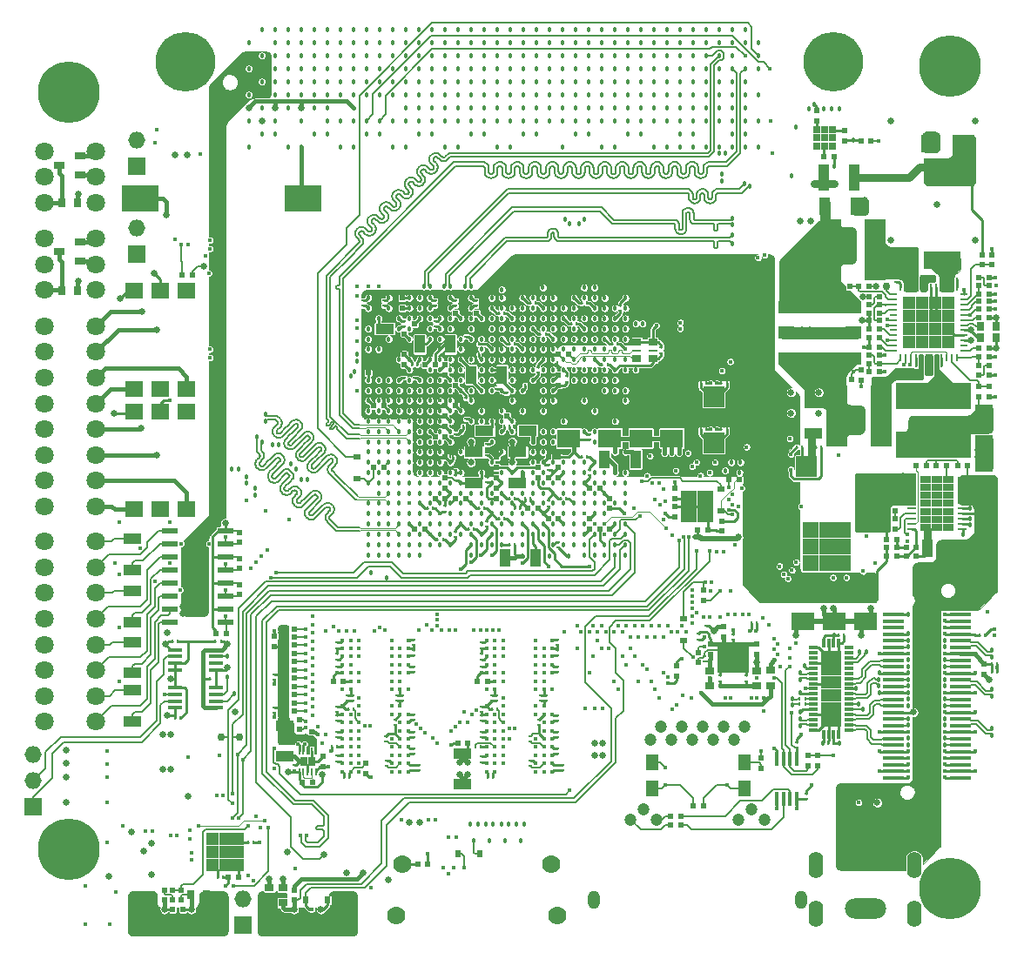
<source format=gbr>
G04 #@! TF.FileFunction,Copper,L12,Bot,Mixed*
%FSLAX46Y46*%
G04 Gerber Fmt 4.6, Leading zero omitted, Abs format (unit mm)*
G04 Created by KiCad (PCBNEW (2016-08-02 BZR 7002)-product) date Mon Oct 17 13:50:08 2016*
%MOMM*%
%LPD*%
G01*
G04 APERTURE LIST*
%ADD10C,0.101600*%
%ADD11R,1.600000X1.600000*%
%ADD12C,1.200000*%
%ADD13O,1.200000X1.800000*%
%ADD14R,0.300000X0.280000*%
%ADD15R,0.280000X0.300000*%
%ADD16R,1.800000X1.000000*%
%ADD17R,1.000000X1.800000*%
%ADD18R,0.500000X0.500000*%
%ADD19R,2.230000X1.800000*%
%ADD20R,0.800000X0.900000*%
%ADD21R,0.900000X0.800000*%
%ADD22R,0.584200X0.685800*%
%ADD23R,0.685800X0.584200*%
%ADD24R,2.159000X0.406400*%
%ADD25R,0.508000X18.034000*%
%ADD26C,1.778000*%
%ADD27R,1.651000X1.651000*%
%ADD28O,1.651000X1.651000*%
%ADD29R,3.100000X3.300000*%
%ADD30R,2.000000X6.000000*%
%ADD31R,7.300000X2.600000*%
%ADD32R,3.600000X1.800000*%
%ADD33R,1.000000X2.600000*%
%ADD34C,0.762000*%
%ADD35R,0.230000X0.700000*%
%ADD36R,0.750000X0.900000*%
%ADD37R,0.850000X0.280000*%
%ADD38R,1.080000X0.780000*%
%ADD39R,1.300000X1.500000*%
%ADD40R,0.250000X0.700000*%
%ADD41R,0.700000X0.250000*%
%ADD42R,1.287500X1.287500*%
%ADD43R,1.000000X1.250000*%
%ADD44R,0.850000X0.300000*%
%ADD45R,0.300000X0.850000*%
%ADD46R,1.250000X1.250000*%
%ADD47R,1.000000X1.000000*%
%ADD48R,1.500000X0.600000*%
%ADD49R,1.780000X1.520000*%
%ADD50R,1.350000X0.450000*%
%ADD51R,1.000000X0.800000*%
%ADD52R,1.500000X1.500000*%
%ADD53R,0.800000X0.800000*%
%ADD54R,0.450000X1.350000*%
%ADD55R,0.850000X0.650000*%
%ADD56R,0.850000X0.250000*%
%ADD57C,5.800000*%
%ADD58C,1.800000*%
%ADD59R,3.660000X2.600000*%
%ADD60R,3.540000X2.600000*%
%ADD61R,1.500000X1.200000*%
%ADD62C,3.000000*%
%ADD63O,1.400000X2.600000*%
%ADD64O,4.000000X2.000000*%
%ADD65C,6.000000*%
%ADD66C,0.635000*%
%ADD67C,0.406400*%
%ADD68C,0.457200*%
%ADD69C,1.270000*%
%ADD70C,0.762000*%
%ADD71C,0.254000*%
%ADD72C,0.165100*%
%ADD73C,0.381000*%
%ADD74C,0.127000*%
%ADD75C,0.304800*%
%ADD76C,0.508000*%
%ADD77C,0.457200*%
%ADD78C,0.147320*%
%ADD79C,0.152400*%
%ADD80C,0.088900*%
%ADD81C,0.106680*%
G04 APERTURE END LIST*
D10*
D11*
X95400000Y-78700000D03*
X97000000Y-78700000D03*
X95400000Y-77100000D03*
X97000000Y-77100000D03*
D12*
X91661000Y-100596000D03*
X93693000Y-100596000D03*
X95725000Y-100596000D03*
X97757000Y-100596000D03*
X99789000Y-100596000D03*
X92677000Y-99326000D03*
X94709000Y-99326000D03*
X96741000Y-99326000D03*
X98773000Y-99326000D03*
X100805000Y-99326000D03*
X89723000Y-108346000D03*
X90993000Y-107326000D03*
X92263000Y-108346000D03*
X100203000Y-108346000D03*
X101473000Y-107326000D03*
X102743000Y-108346000D03*
D13*
X86148000Y-116156000D03*
X106318000Y-116156000D03*
D14*
X62200000Y-96765000D03*
X62200000Y-96235000D03*
X66000000Y-103165000D03*
X66000000Y-102635000D03*
D15*
X61835000Y-104200000D03*
X62365000Y-104200000D03*
D14*
X65900000Y-100765000D03*
X65900000Y-100235000D03*
X61200000Y-102135000D03*
X61200000Y-102665000D03*
X66800000Y-98635000D03*
X66800000Y-99165000D03*
X61200000Y-91135000D03*
X61200000Y-91665000D03*
D15*
X61165000Y-101300000D03*
X60635000Y-101300000D03*
D14*
X68600000Y-91835000D03*
X68600000Y-92365000D03*
X61200000Y-97335000D03*
X61200000Y-97865000D03*
X61200000Y-100365000D03*
X61200000Y-99835000D03*
X68600000Y-93435000D03*
X68600000Y-93965000D03*
D15*
X62235000Y-97600000D03*
X62765000Y-97600000D03*
D14*
X61200000Y-98235000D03*
X61200000Y-98765000D03*
X67500000Y-96235000D03*
X67500000Y-96765000D03*
X68600000Y-90835000D03*
X68600000Y-91365000D03*
X62700000Y-96235000D03*
X62700000Y-96765000D03*
X68600000Y-99835000D03*
X68600000Y-100365000D03*
X67000000Y-96765000D03*
X67000000Y-96235000D03*
X61200000Y-93435000D03*
X61200000Y-93965000D03*
X68600000Y-101965000D03*
X68600000Y-101435000D03*
X69100000Y-103035000D03*
X69100000Y-103565000D03*
X61200000Y-92235000D03*
X61200000Y-92765000D03*
X68600000Y-103565000D03*
X68600000Y-103035000D03*
D16*
X73400000Y-104900000D03*
X73400000Y-101900000D03*
D14*
X76200000Y-96765000D03*
X76200000Y-96235000D03*
X80000000Y-103165000D03*
X80000000Y-102635000D03*
D15*
X75835000Y-104200000D03*
X76365000Y-104200000D03*
D14*
X80000000Y-100765000D03*
X80000000Y-100235000D03*
X75200000Y-102235000D03*
X75200000Y-102765000D03*
X80800000Y-98635000D03*
X80800000Y-99165000D03*
X75200000Y-91135000D03*
X75200000Y-91665000D03*
D15*
X75165000Y-101300000D03*
X74635000Y-101300000D03*
D14*
X82600000Y-91835000D03*
X82600000Y-92365000D03*
X75200000Y-97335000D03*
X75200000Y-97865000D03*
X75200000Y-100365000D03*
X75200000Y-99835000D03*
X82600000Y-93435000D03*
X82600000Y-93965000D03*
D15*
X76235000Y-97600000D03*
X76765000Y-97600000D03*
D14*
X75200000Y-98235000D03*
X75200000Y-98765000D03*
X81500000Y-96235000D03*
X81500000Y-96765000D03*
X82600000Y-90835000D03*
X82600000Y-91365000D03*
X76700000Y-96235000D03*
X76700000Y-96765000D03*
X82600000Y-99835000D03*
X82600000Y-100365000D03*
X81000000Y-96765000D03*
X81000000Y-96235000D03*
X75200000Y-93435000D03*
X75200000Y-93965000D03*
X82600000Y-101965000D03*
X82600000Y-101435000D03*
X83100000Y-103035000D03*
X83100000Y-103565000D03*
X75200000Y-92235000D03*
X75200000Y-92765000D03*
X82600000Y-103565000D03*
X82600000Y-103035000D03*
D16*
X56100000Y-102200000D03*
X56100000Y-99200000D03*
D14*
X55100000Y-94765000D03*
X55100000Y-94235000D03*
X55100000Y-97435000D03*
X55100000Y-97965000D03*
X68600000Y-98665000D03*
X68600000Y-98135000D03*
X82600000Y-98765000D03*
X82600000Y-98235000D03*
D16*
X124100000Y-74000000D03*
X124100000Y-77000000D03*
D17*
X118600000Y-82000000D03*
X121600000Y-82000000D03*
D14*
X57000000Y-103565000D03*
X57000000Y-103035000D03*
D18*
X59800000Y-102200000D03*
X59800000Y-103200000D03*
X115443000Y-77300000D03*
X115443000Y-78300000D03*
X115600000Y-81900000D03*
X114600000Y-81900000D03*
X116500000Y-81900000D03*
X117500000Y-81900000D03*
D19*
X106426000Y-89090000D03*
X106426000Y-86170000D03*
X112522000Y-89090000D03*
X112522000Y-86170000D03*
X109474000Y-89090000D03*
X109474000Y-86170000D03*
D16*
X124100000Y-71500000D03*
X124100000Y-68500000D03*
X107500000Y-70800000D03*
X107500000Y-67800000D03*
D17*
X111600000Y-48700000D03*
X108600000Y-48700000D03*
X118500000Y-42600000D03*
X121500000Y-42600000D03*
D18*
X113900000Y-59100000D03*
X112900000Y-59100000D03*
X124600000Y-62500000D03*
X123600000Y-62500000D03*
X112900000Y-57500000D03*
X113900000Y-57500000D03*
X124579000Y-65100000D03*
X123579000Y-65100000D03*
X112900000Y-59800000D03*
X113900000Y-59800000D03*
X124600000Y-63300000D03*
X123600000Y-63300000D03*
D14*
X115500000Y-56065000D03*
X115500000Y-55535000D03*
D15*
X119965000Y-64200000D03*
X119435000Y-64200000D03*
D18*
X124600000Y-57900000D03*
X123600000Y-57900000D03*
X112900000Y-62400000D03*
X113900000Y-62400000D03*
D20*
X125250000Y-60400000D03*
X123750000Y-60400000D03*
D18*
X124600000Y-55600000D03*
X123600000Y-55600000D03*
X113900000Y-64800000D03*
X112900000Y-64800000D03*
D20*
X125250000Y-61500000D03*
X123750000Y-61500000D03*
D18*
X124600000Y-57200000D03*
X123600000Y-57200000D03*
X113900000Y-63200000D03*
X112900000Y-63200000D03*
D15*
X121465000Y-55800000D03*
X120935000Y-55800000D03*
X117435000Y-64200000D03*
X117965000Y-64200000D03*
X106161000Y-97155000D03*
X106691000Y-97155000D03*
X106161000Y-96647000D03*
X106691000Y-96647000D03*
X110465000Y-90400000D03*
X109935000Y-90400000D03*
X108935000Y-100900000D03*
X109465000Y-100900000D03*
D18*
X51600000Y-114000000D03*
X50600000Y-114000000D03*
X46200000Y-117100000D03*
X45200000Y-117100000D03*
D15*
X108265000Y-72100000D03*
X107735000Y-72100000D03*
X105844757Y-72100000D03*
X106374757Y-72100000D03*
X97065000Y-70400000D03*
X96535000Y-70400000D03*
X98535000Y-70400000D03*
X99065000Y-70400000D03*
X97065000Y-65900000D03*
X96535000Y-65900000D03*
X98535000Y-65900000D03*
X99065000Y-65900000D03*
D18*
X51689000Y-80399000D03*
X51689000Y-81399000D03*
X51689000Y-82939000D03*
X51689000Y-83939000D03*
X51689000Y-85479000D03*
X51689000Y-86479000D03*
X49400000Y-90300000D03*
X50400000Y-90300000D03*
D15*
X48835000Y-94700000D03*
X49365000Y-94700000D03*
X45435000Y-98500000D03*
X45965000Y-98500000D03*
X49865000Y-91000000D03*
X49335000Y-91000000D03*
X45135000Y-91000000D03*
X45665000Y-91000000D03*
D16*
X79700000Y-70500000D03*
X79700000Y-67500000D03*
D19*
X83700000Y-71260000D03*
X83700000Y-68340000D03*
D16*
X75500000Y-70500000D03*
X75500000Y-67500000D03*
D19*
X93700000Y-71260000D03*
X93700000Y-68340000D03*
D16*
X65800000Y-60600000D03*
X65800000Y-63600000D03*
D19*
X87700000Y-71260000D03*
X87700000Y-68340000D03*
X90700000Y-71260000D03*
X90700000Y-68340000D03*
D16*
X78700000Y-72600000D03*
X78700000Y-75600000D03*
X74500000Y-72600000D03*
X74500000Y-75600000D03*
D17*
X74200000Y-65100000D03*
X77200000Y-65100000D03*
X80500000Y-82900000D03*
X77500000Y-82900000D03*
X87200000Y-73300000D03*
X90200000Y-73300000D03*
D15*
X79965000Y-77100000D03*
X79435000Y-77100000D03*
X78435000Y-78100000D03*
X78965000Y-78100000D03*
D17*
X69200000Y-62100000D03*
X72200000Y-62100000D03*
D18*
X96200000Y-80200000D03*
X97200000Y-80200000D03*
X94000000Y-78900000D03*
X94000000Y-77900000D03*
X98600000Y-79300000D03*
X98600000Y-80300000D03*
X94000000Y-76100000D03*
X94000000Y-77100000D03*
D14*
X81700000Y-74365000D03*
X81700000Y-73835000D03*
D21*
X55900000Y-116450000D03*
X55900000Y-114950000D03*
D14*
X97100000Y-89535000D03*
X97100000Y-90065000D03*
X96266000Y-90816000D03*
X96266000Y-90286000D03*
D15*
X101992000Y-89281000D03*
X101462000Y-89281000D03*
D14*
X99700000Y-90335000D03*
X99700000Y-90865000D03*
D18*
X107800000Y-40400000D03*
X107800000Y-39400000D03*
D14*
X98425000Y-94880000D03*
X98425000Y-94350000D03*
X100965000Y-94880000D03*
X100965000Y-94350000D03*
D18*
X110500000Y-41300000D03*
X110500000Y-42300000D03*
D14*
X105900000Y-101365000D03*
X105900000Y-100835000D03*
X106800000Y-106365000D03*
X106800000Y-105835000D03*
X96900000Y-92965000D03*
X96900000Y-92435000D03*
D22*
X75055000Y-111700000D03*
X72945000Y-111700000D03*
D23*
X63100000Y-75155000D03*
X63100000Y-73045000D03*
X98500000Y-78355000D03*
X98500000Y-76245000D03*
D22*
X60255000Y-116200000D03*
X58145000Y-116200000D03*
D23*
X94900000Y-90955000D03*
X94900000Y-88845000D03*
D20*
X46950000Y-115700000D03*
X48450000Y-115700000D03*
X35929000Y-48387000D03*
X34429000Y-48387000D03*
X35929000Y-56896000D03*
X34429000Y-56896000D03*
D21*
X54600000Y-114950000D03*
X54600000Y-116450000D03*
X103300000Y-93850000D03*
X103300000Y-95350000D03*
X101981000Y-93865000D03*
X101981000Y-95365000D03*
X97409000Y-95365000D03*
X97409000Y-93865000D03*
D24*
X121758500Y-104293000D03*
X121758500Y-103658000D03*
X121758500Y-103023000D03*
X121758500Y-102388000D03*
X121758500Y-101753000D03*
X121758500Y-101118000D03*
X121758500Y-100483000D03*
X121758500Y-99848000D03*
X121758500Y-99213000D03*
X121758500Y-98578000D03*
X121758500Y-97943000D03*
X121758500Y-97308000D03*
X121758500Y-96673000D03*
X121758500Y-96038000D03*
X121758500Y-95403000D03*
X121758500Y-94768000D03*
X121758500Y-94133000D03*
X121758500Y-93498000D03*
X121758500Y-92863000D03*
X121758500Y-92228000D03*
X121758500Y-91593000D03*
X121758500Y-90958000D03*
X121758500Y-90323000D03*
X121758500Y-89688000D03*
X121758500Y-89053000D03*
X121758500Y-88418000D03*
X115281500Y-104293000D03*
X115281500Y-103658000D03*
X115281500Y-103023000D03*
X115281500Y-102388000D03*
X115281500Y-101753000D03*
X115281500Y-101118000D03*
X115281500Y-100483000D03*
X115281500Y-99848000D03*
X115281500Y-99213000D03*
X115281500Y-98578000D03*
X115281500Y-97943000D03*
X115281500Y-97308000D03*
X115281500Y-96673000D03*
X115281500Y-96038000D03*
X115281500Y-95403000D03*
X115281500Y-94768000D03*
X115281500Y-94133000D03*
X115281500Y-93498000D03*
X115281500Y-92863000D03*
X115281500Y-92228000D03*
X115281500Y-91593000D03*
X115281500Y-90958000D03*
X115281500Y-90323000D03*
X115281500Y-89688000D03*
X115281500Y-89053000D03*
X115281500Y-88418000D03*
D25*
X118520000Y-96355500D03*
D26*
X67500000Y-112700000D03*
X82000000Y-112700000D03*
X82600000Y-117650000D03*
X66900000Y-117650000D03*
D27*
X31600000Y-107140000D03*
D28*
X31600000Y-104600000D03*
X31600000Y-102060000D03*
D27*
X52000000Y-118640000D03*
D28*
X52000000Y-116100000D03*
D27*
X41656000Y-44831000D03*
D28*
X41656000Y-42291000D03*
D27*
X41656000Y-53340000D03*
D28*
X41656000Y-50800000D03*
D29*
X113246000Y-78740000D03*
X102146000Y-78740000D03*
D30*
X113450000Y-52900000D03*
X109150000Y-52900000D03*
D31*
X119200000Y-67150000D03*
X119200000Y-71850000D03*
D32*
X120015000Y-53903000D03*
X120015000Y-44903000D03*
D30*
X114050000Y-69100000D03*
X109750000Y-69100000D03*
D18*
X72700000Y-77100000D03*
X73700000Y-77100000D03*
X70700000Y-77100000D03*
X71700000Y-77100000D03*
X56000000Y-91400000D03*
X57000000Y-91400000D03*
X56000000Y-94600000D03*
X57000000Y-94600000D03*
X56000000Y-93000000D03*
X57000000Y-93000000D03*
X56000000Y-90600000D03*
X57000000Y-90600000D03*
X56000000Y-92200000D03*
X57000000Y-92200000D03*
X56000000Y-96200000D03*
X57000000Y-96200000D03*
X56000000Y-89800000D03*
X57000000Y-89800000D03*
X56000000Y-93800000D03*
X57000000Y-93800000D03*
X56000000Y-97000000D03*
X57000000Y-97000000D03*
X56000000Y-97800000D03*
X57000000Y-97800000D03*
X56000000Y-95400000D03*
X57000000Y-95400000D03*
X57500000Y-98600000D03*
X57500000Y-99600000D03*
X75800000Y-94900000D03*
X74800000Y-94900000D03*
X61800000Y-94900000D03*
X60800000Y-94900000D03*
X58800000Y-104700000D03*
X57800000Y-104700000D03*
X122500000Y-73900000D03*
X121500000Y-73900000D03*
X119400000Y-73900000D03*
X120400000Y-73900000D03*
X118483000Y-73914000D03*
X117483000Y-73914000D03*
X115443000Y-80100000D03*
X115443000Y-79100000D03*
X114600000Y-81100000D03*
X115600000Y-81100000D03*
X102400000Y-102400000D03*
X102400000Y-103400000D03*
X115600000Y-82700000D03*
X114600000Y-82700000D03*
X117500000Y-82700000D03*
X116500000Y-82700000D03*
X95800000Y-107000000D03*
X96800000Y-107000000D03*
X112900000Y-58293000D03*
X113900000Y-58293000D03*
X124600000Y-64200000D03*
X123600000Y-64200000D03*
X110000000Y-56500000D03*
X111000000Y-56500000D03*
X111900000Y-56500000D03*
X112900000Y-56500000D03*
X123600000Y-67200000D03*
X123600000Y-66200000D03*
X124600000Y-66200000D03*
X124600000Y-67200000D03*
X124600000Y-56400000D03*
X123600000Y-56400000D03*
X112900000Y-64000000D03*
X113900000Y-64000000D03*
X123600000Y-58700000D03*
X124600000Y-58700000D03*
X113900000Y-60600000D03*
X112900000Y-60600000D03*
X112900000Y-61500000D03*
X113900000Y-61500000D03*
X123900000Y-53400000D03*
X123900000Y-54400000D03*
X124800000Y-54400000D03*
X124800000Y-53400000D03*
X110200000Y-65500000D03*
X111200000Y-65500000D03*
X112100000Y-64600000D03*
X112100000Y-65600000D03*
X124079000Y-93200000D03*
X124079000Y-94200000D03*
X70000000Y-112700000D03*
X69000000Y-112700000D03*
X65700000Y-74100000D03*
X64700000Y-74100000D03*
X71700000Y-65100000D03*
X71700000Y-64100000D03*
X45200000Y-115200000D03*
X45200000Y-116200000D03*
X46000000Y-116200000D03*
X46000000Y-115200000D03*
D16*
X41275000Y-84050000D03*
X41275000Y-81050000D03*
X41275000Y-89130000D03*
X41275000Y-86130000D03*
X41275000Y-94083000D03*
X41275000Y-91083000D03*
X41275000Y-98782000D03*
X41275000Y-95782000D03*
D18*
X67700000Y-63100000D03*
X67700000Y-64100000D03*
X47100000Y-55400000D03*
X46100000Y-55400000D03*
X96800000Y-86000000D03*
X96800000Y-87000000D03*
X87700000Y-78100000D03*
X87700000Y-77100000D03*
X100300000Y-75300000D03*
X99300000Y-75300000D03*
X82700000Y-73100000D03*
X82700000Y-74100000D03*
X81700000Y-75100000D03*
X82700000Y-75100000D03*
X96266000Y-92083000D03*
X96266000Y-93083000D03*
X107900000Y-103100000D03*
X107900000Y-102100000D03*
X107000000Y-103100000D03*
X107000000Y-102100000D03*
X112100000Y-42300000D03*
X113100000Y-42300000D03*
X94600000Y-108900000D03*
X93600000Y-108900000D03*
X94600000Y-108000000D03*
X93600000Y-108000000D03*
X82700000Y-66100000D03*
X82700000Y-65100000D03*
X83700000Y-63100000D03*
X82700000Y-63100000D03*
D33*
X111500000Y-45900000D03*
X108500000Y-45900000D03*
D34*
X51700000Y-100300000D03*
X114600000Y-56500000D03*
X49900000Y-100300000D03*
D35*
X57500000Y-103750000D03*
X57900000Y-103750000D03*
X58300000Y-103750000D03*
X58700000Y-103750000D03*
X59100000Y-103750000D03*
X57500000Y-101650000D03*
X57900000Y-101650000D03*
X58300000Y-101650000D03*
X58700000Y-101650000D03*
X59100000Y-101650000D03*
D36*
X57925000Y-102700000D03*
X58675000Y-102700000D03*
D37*
X121975000Y-77597000D03*
X121975000Y-78097000D03*
X121975000Y-78597000D03*
X121975000Y-79097000D03*
X121975000Y-79597000D03*
X121975000Y-80097000D03*
X121975000Y-77097000D03*
X121975000Y-76597000D03*
X121975000Y-76097000D03*
X121975000Y-75597000D03*
X121975000Y-75097000D03*
X117025000Y-80097000D03*
X117025000Y-79597000D03*
X117025000Y-79097000D03*
X117025000Y-78597000D03*
X117025000Y-78097000D03*
X117025000Y-77597000D03*
X117025000Y-77097000D03*
X117025000Y-76597000D03*
X117025000Y-76097000D03*
X117025000Y-75597000D03*
X117025000Y-75097000D03*
D38*
X120580000Y-79937000D03*
X119500000Y-79937000D03*
X118420000Y-79937000D03*
X120580000Y-79157000D03*
X120580000Y-78377000D03*
X120580000Y-77597000D03*
X120580000Y-76817000D03*
X120580000Y-76037000D03*
X120580000Y-75257000D03*
X119500000Y-75257000D03*
X119500000Y-76037000D03*
X119500000Y-76817000D03*
X119500000Y-77597000D03*
X119500000Y-78377000D03*
X119500000Y-79157000D03*
X118420000Y-79157000D03*
X118420000Y-78377000D03*
X118420000Y-77597000D03*
X118420000Y-76817000D03*
X118420000Y-76037000D03*
X118420000Y-75257000D03*
D39*
X91800000Y-102830000D03*
X91800000Y-105370000D03*
X100800000Y-102830000D03*
X100800000Y-105370000D03*
D40*
X115950000Y-56600000D03*
X116450000Y-56600000D03*
X116950000Y-56600000D03*
X117450000Y-56600000D03*
X117950000Y-56600000D03*
X118450000Y-56600000D03*
X118950000Y-56600000D03*
X119450000Y-56600000D03*
X119950000Y-56600000D03*
X120450000Y-56600000D03*
X120950000Y-56600000D03*
X121450000Y-56600000D03*
D41*
X122100000Y-57250000D03*
X122100000Y-57750000D03*
X122100000Y-58250000D03*
X122100000Y-58750000D03*
X122100000Y-59250000D03*
X122100000Y-59750000D03*
X122100000Y-60250000D03*
X122100000Y-60750000D03*
X122100000Y-61250000D03*
X122100000Y-61750000D03*
X122100000Y-62250000D03*
X122100000Y-62750000D03*
D40*
X121450000Y-63400000D03*
X120950000Y-63400000D03*
X120450000Y-63400000D03*
X119950000Y-63400000D03*
X119450000Y-63400000D03*
X118950000Y-63400000D03*
X118450000Y-63400000D03*
X117950000Y-63400000D03*
X117450000Y-63400000D03*
X116950000Y-63400000D03*
X116450000Y-63400000D03*
X115950000Y-63400000D03*
D41*
X115300000Y-62750000D03*
X115300000Y-62250000D03*
X115300000Y-61750000D03*
X115300000Y-61250000D03*
X115300000Y-60750000D03*
X115300000Y-60250000D03*
X115300000Y-59750000D03*
X115300000Y-59250000D03*
X115300000Y-58750000D03*
X115300000Y-58250000D03*
X115300000Y-57750000D03*
X115300000Y-57250000D03*
D42*
X120631250Y-61931250D03*
X119343750Y-61931250D03*
X118056250Y-61931250D03*
X116768750Y-61931250D03*
X120631250Y-60643750D03*
X119343750Y-60643750D03*
X118056250Y-60643750D03*
X116768750Y-60643750D03*
X120631250Y-59356250D03*
X119343750Y-59356250D03*
X118056250Y-59356250D03*
X116768750Y-59356250D03*
X120631250Y-58068750D03*
X119343750Y-58068750D03*
X118056250Y-58068750D03*
X116768750Y-58068750D03*
D43*
X109720000Y-97506000D03*
D44*
X110945000Y-95631000D03*
X110945000Y-96131000D03*
X110945000Y-96631000D03*
X110945000Y-97131000D03*
X110945000Y-97631000D03*
X110945000Y-98131000D03*
X110945000Y-98631000D03*
X110945000Y-99131000D03*
X110945000Y-99631000D03*
X110945000Y-95131000D03*
X110945000Y-94631000D03*
X110945000Y-94131000D03*
X110945000Y-93631000D03*
X110945000Y-93131000D03*
X110945000Y-92631000D03*
X110945000Y-92131000D03*
X110945000Y-91631000D03*
X107495000Y-95631000D03*
X107495000Y-95131000D03*
X107495000Y-94631000D03*
X107495000Y-94131000D03*
X107495000Y-93631000D03*
X107495000Y-93131000D03*
X107495000Y-92631000D03*
X107495000Y-92131000D03*
X107495000Y-91631000D03*
X107495000Y-96131000D03*
X107495000Y-96631000D03*
X107495000Y-97131000D03*
X107495000Y-97631000D03*
X107495000Y-98131000D03*
X107495000Y-98631000D03*
X107495000Y-99131000D03*
X107495000Y-99631000D03*
D45*
X109970000Y-100106000D03*
X109470000Y-100106000D03*
X108970000Y-100106000D03*
X108470000Y-100106000D03*
X109970000Y-91156000D03*
X109470000Y-91156000D03*
X108970000Y-91156000D03*
X108470000Y-91156000D03*
D43*
X109720000Y-96256000D03*
X109720000Y-98756000D03*
X108720000Y-98756000D03*
X108720000Y-97506000D03*
X108720000Y-96256000D03*
X108720000Y-95006000D03*
X108720000Y-93756000D03*
X108720000Y-92506000D03*
X109720000Y-92506000D03*
X109720000Y-93756000D03*
X109720000Y-95006000D03*
D46*
X49050000Y-110250000D03*
X49050000Y-112750000D03*
X51550000Y-110250000D03*
X50300000Y-112750000D03*
X49050000Y-111500000D03*
X50300000Y-111500000D03*
X51550000Y-111500000D03*
X50300000Y-110250000D03*
X51550000Y-112750000D03*
D47*
X98300000Y-66700000D03*
X98300000Y-67700000D03*
X97300000Y-67700000D03*
X97300000Y-66700000D03*
X98300000Y-71200000D03*
X98300000Y-72200000D03*
X97300000Y-72200000D03*
X97300000Y-71200000D03*
X106300000Y-73500000D03*
X107300000Y-73500000D03*
X107300000Y-74500000D03*
X106300000Y-74500000D03*
D48*
X44925000Y-89154000D03*
X44925000Y-87884000D03*
X44925000Y-86614000D03*
X44925000Y-85344000D03*
X44925000Y-84074000D03*
X44925000Y-82804000D03*
X44925000Y-81534000D03*
X44925000Y-80264000D03*
X50325000Y-80264000D03*
X50325000Y-81534000D03*
X50325000Y-82804000D03*
X50325000Y-84074000D03*
X50325000Y-85344000D03*
X50325000Y-86614000D03*
X50325000Y-87884000D03*
X50325000Y-89154000D03*
D49*
X41460000Y-56938000D03*
X41460000Y-66462000D03*
X44000000Y-66462000D03*
X46540000Y-66462000D03*
X46540000Y-56938000D03*
X44000000Y-56938000D03*
X41460000Y-68638000D03*
X41460000Y-78162000D03*
X44000000Y-78162000D03*
X46540000Y-78162000D03*
X46540000Y-68638000D03*
X44000000Y-68638000D03*
D50*
X49375000Y-97475000D03*
X49375000Y-96825000D03*
X49375000Y-96175000D03*
X49375000Y-95525000D03*
X45425000Y-97475000D03*
X45425000Y-96825000D03*
X45425000Y-96175000D03*
X45425000Y-95525000D03*
X45425000Y-91825000D03*
X45425000Y-92475000D03*
X45425000Y-93125000D03*
X45425000Y-93775000D03*
X49375000Y-91825000D03*
X49375000Y-92475000D03*
X49375000Y-93125000D03*
X49375000Y-93775000D03*
D11*
X108800000Y-81800000D03*
X110400000Y-81800000D03*
X110400000Y-83400000D03*
X108800000Y-83400000D03*
X107200000Y-83400000D03*
X107200000Y-81800000D03*
X107200000Y-80200000D03*
X108800000Y-80200000D03*
X110400000Y-80200000D03*
D51*
X36179000Y-43754000D03*
X34179000Y-44704000D03*
X36179000Y-45654000D03*
X36179000Y-52136000D03*
X34179000Y-53086000D03*
X36179000Y-54036000D03*
D52*
X98945000Y-93333000D03*
X98945000Y-91833000D03*
X100445000Y-91833000D03*
X100445000Y-93333000D03*
D53*
X109385000Y-42837000D03*
X108585000Y-42837000D03*
X107785000Y-42837000D03*
X107785000Y-42037000D03*
X108585000Y-42037000D03*
X109385000Y-42037000D03*
X109385000Y-41237000D03*
X108585000Y-41237000D03*
X107785000Y-41237000D03*
D54*
X105875000Y-102425000D03*
X105225000Y-102425000D03*
X104575000Y-102425000D03*
X103925000Y-102425000D03*
X105875000Y-106375000D03*
X105225000Y-106375000D03*
X104575000Y-106375000D03*
X103925000Y-106375000D03*
D55*
X90325000Y-61875000D03*
X90325000Y-63525000D03*
X91875000Y-61875000D03*
X91875000Y-63525000D03*
D56*
X90325000Y-62700000D03*
X91875000Y-62700000D03*
D57*
X46454300Y-34616700D03*
X109455700Y-34616700D03*
D58*
X32719000Y-67865000D03*
X32719000Y-65365000D03*
X32719000Y-62865000D03*
X32719000Y-60365000D03*
X32719000Y-70365000D03*
X32719000Y-72865000D03*
X32719000Y-75365000D03*
X32719000Y-77865000D03*
X37719000Y-60365000D03*
X37719000Y-62865000D03*
X37719000Y-65365000D03*
X37719000Y-67865000D03*
X37719000Y-70365000D03*
X37719000Y-72865000D03*
X37719000Y-75365000D03*
X37719000Y-77865000D03*
X32719000Y-88820000D03*
X32719000Y-86320000D03*
X32719000Y-83820000D03*
X32719000Y-81320000D03*
X32719000Y-91320000D03*
X32719000Y-93820000D03*
X32719000Y-96320000D03*
X32719000Y-98820000D03*
X37719000Y-81320000D03*
X37719000Y-83820000D03*
X37719000Y-86320000D03*
X37719000Y-88820000D03*
X37719000Y-91320000D03*
X37719000Y-93820000D03*
X37719000Y-96320000D03*
X37719000Y-98820000D03*
X32719000Y-56856000D03*
X32719000Y-54356000D03*
X32719000Y-51856000D03*
X37719000Y-51856000D03*
X37719000Y-54356000D03*
X37719000Y-56856000D03*
X32719000Y-48347000D03*
X32719000Y-45847000D03*
X32719000Y-43347000D03*
X37719000Y-43347000D03*
X37719000Y-45847000D03*
X37719000Y-48347000D03*
D15*
X124830000Y-93980000D03*
X125360000Y-93980000D03*
X124830000Y-93218000D03*
X125360000Y-93218000D03*
X123635000Y-90400000D03*
X124165000Y-90400000D03*
D14*
X71700000Y-77835000D03*
X71700000Y-78365000D03*
D15*
X75465000Y-78100000D03*
X74935000Y-78100000D03*
X70935000Y-81100000D03*
X71465000Y-81100000D03*
D14*
X72700000Y-80335000D03*
X72700000Y-80865000D03*
X75700000Y-79335000D03*
X75700000Y-79865000D03*
X81700000Y-77335000D03*
X81700000Y-77865000D03*
D15*
X73935000Y-80100000D03*
X74465000Y-80100000D03*
X69935000Y-78100000D03*
X70465000Y-78100000D03*
D14*
X73700000Y-61365000D03*
X73700000Y-60835000D03*
X72700000Y-70835000D03*
X72700000Y-71365000D03*
X73700000Y-67335000D03*
X73700000Y-67865000D03*
X77700000Y-66835000D03*
X77700000Y-67365000D03*
X72700000Y-74365000D03*
X72700000Y-73835000D03*
X73700000Y-69365000D03*
X73700000Y-68835000D03*
D15*
X79435000Y-66100000D03*
X79965000Y-66100000D03*
D14*
X68700000Y-65365000D03*
X68700000Y-64835000D03*
X76700000Y-66435000D03*
X76700000Y-66965000D03*
X75700000Y-75565000D03*
X75700000Y-75035000D03*
X75700000Y-72935000D03*
X75700000Y-73465000D03*
D15*
X74965000Y-62100000D03*
X74435000Y-62100000D03*
D14*
X72700000Y-74835000D03*
X72700000Y-75365000D03*
D15*
X72435000Y-73100000D03*
X72965000Y-73100000D03*
X73435000Y-70100000D03*
X73965000Y-70100000D03*
X77435000Y-70100000D03*
X77965000Y-70100000D03*
D14*
X67700000Y-65365000D03*
X67700000Y-64835000D03*
D15*
X84935000Y-73100000D03*
X85465000Y-73100000D03*
D14*
X75700000Y-71835000D03*
X75700000Y-72365000D03*
D15*
X74965000Y-63100000D03*
X74435000Y-63100000D03*
X77935000Y-81600000D03*
X78465000Y-81600000D03*
D14*
X82700000Y-81865000D03*
X82700000Y-81335000D03*
D15*
X78465000Y-77100000D03*
X77935000Y-77100000D03*
X76935000Y-79100000D03*
X77465000Y-79100000D03*
X82935000Y-77100000D03*
X83465000Y-77100000D03*
D14*
X85700000Y-74865000D03*
X85700000Y-74335000D03*
X92700000Y-62965000D03*
X92700000Y-62435000D03*
D18*
X64000000Y-103900000D03*
X64000000Y-102900000D03*
X72900000Y-100900000D03*
X73900000Y-100900000D03*
X55100000Y-90500000D03*
X55100000Y-91500000D03*
X58700000Y-99800000D03*
X58700000Y-100800000D03*
X124600000Y-59500000D03*
X123600000Y-59500000D03*
X80700000Y-75100000D03*
X80700000Y-74100000D03*
X77700000Y-69100000D03*
X77700000Y-68100000D03*
X67700000Y-61100000D03*
X67700000Y-62100000D03*
X70700000Y-71100000D03*
X70700000Y-72100000D03*
X81700000Y-73100000D03*
X80700000Y-73100000D03*
X71700000Y-73100000D03*
X71700000Y-72100000D03*
X72700000Y-66100000D03*
X72700000Y-67100000D03*
X76700000Y-77100000D03*
X76700000Y-76100000D03*
X72700000Y-68100000D03*
X72700000Y-69100000D03*
X76700000Y-73100000D03*
X76700000Y-72100000D03*
X71700000Y-76100000D03*
X71700000Y-75100000D03*
X72700000Y-59100000D03*
X72700000Y-60100000D03*
X64200000Y-64900000D03*
X64200000Y-63900000D03*
X74700000Y-59100000D03*
X74700000Y-60100000D03*
X67500000Y-57600000D03*
X67500000Y-58600000D03*
X68700000Y-60100000D03*
X69700000Y-60100000D03*
X69700000Y-64100000D03*
X70700000Y-64100000D03*
X71700000Y-69100000D03*
X71700000Y-68100000D03*
X71700000Y-71100000D03*
X71700000Y-70100000D03*
X79700000Y-78100000D03*
X80700000Y-78100000D03*
X82700000Y-79100000D03*
X81700000Y-79100000D03*
X65700000Y-68100000D03*
X64700000Y-68100000D03*
X69700000Y-80100000D03*
X68700000Y-80100000D03*
X86700000Y-80100000D03*
X87700000Y-80100000D03*
X85700000Y-79100000D03*
X85700000Y-80100000D03*
X85700000Y-76100000D03*
X86700000Y-76100000D03*
X94200000Y-93400000D03*
X94200000Y-94400000D03*
X98800000Y-89600000D03*
X98800000Y-90600000D03*
X102000000Y-92300000D03*
X102000000Y-91300000D03*
X108500000Y-43900000D03*
X109500000Y-43900000D03*
X97500000Y-92300000D03*
X97500000Y-91300000D03*
X44400000Y-115200000D03*
X44400000Y-116200000D03*
X76700000Y-74100000D03*
X76700000Y-75100000D03*
X57000000Y-115200000D03*
X57000000Y-116200000D03*
D14*
X70700000Y-59835000D03*
X70700000Y-60365000D03*
D15*
X68965000Y-64100000D03*
X68435000Y-64100000D03*
D14*
X70700000Y-57835000D03*
X70700000Y-58365000D03*
X67700000Y-59835000D03*
X67700000Y-60365000D03*
X72700000Y-57835000D03*
X72700000Y-58365000D03*
X65700000Y-57835000D03*
X65700000Y-58365000D03*
X74700000Y-57835000D03*
X74700000Y-58365000D03*
X63700000Y-57835000D03*
X63700000Y-58365000D03*
D15*
X85465000Y-58100000D03*
X84935000Y-58100000D03*
X79935000Y-58100000D03*
X80465000Y-58100000D03*
X83935000Y-60100000D03*
X84465000Y-60100000D03*
X76935000Y-59100000D03*
X77465000Y-59100000D03*
D14*
X88700000Y-58335000D03*
X88700000Y-58865000D03*
D15*
X80935000Y-61100000D03*
X81465000Y-61100000D03*
X87935000Y-62100000D03*
X88465000Y-62100000D03*
X77935000Y-62100000D03*
X78465000Y-62100000D03*
D14*
X85700000Y-71365000D03*
X85700000Y-70835000D03*
D15*
X87465000Y-64100000D03*
X86935000Y-64100000D03*
D14*
X83500000Y-65765000D03*
X83500000Y-65235000D03*
X80700000Y-64335000D03*
X80700000Y-64865000D03*
D59*
X57870000Y-47900000D03*
D60*
X42070000Y-47900000D03*
D61*
X104850000Y-58500000D03*
X104850000Y-61000000D03*
X104850000Y-63500000D03*
X111350000Y-58500000D03*
X111350000Y-61000000D03*
X111350000Y-63500000D03*
D15*
X52535000Y-110600000D03*
X53065000Y-110600000D03*
X49535000Y-114000000D03*
X50065000Y-114000000D03*
D62*
X112522000Y-110998000D03*
D63*
X107772000Y-117498000D03*
X107772000Y-112798000D03*
X117272000Y-117498000D03*
X117272000Y-112798000D03*
D64*
X112522000Y-116998000D03*
D65*
X120810000Y-115090000D03*
X35080000Y-111280000D03*
X120810000Y-35080000D03*
X35080000Y-37620000D03*
D66*
X44700000Y-90200000D03*
D67*
X64500000Y-104200000D03*
X99900000Y-81600004D03*
X113500000Y-83400000D03*
X101300002Y-90000000D03*
X48800000Y-52000000D03*
D66*
X119400000Y-41800000D03*
X119400000Y-42500000D03*
X112500000Y-48100000D03*
X112500000Y-49300000D03*
D67*
X112100000Y-66200000D03*
D66*
X112300000Y-57500000D03*
X113600000Y-56500000D03*
X124700000Y-72400000D03*
X124700000Y-73100000D03*
X123500000Y-73100000D03*
X123500000Y-72400000D03*
X112200000Y-59800000D03*
D67*
X112400000Y-62400000D03*
X114400000Y-64800000D03*
X114400000Y-63200000D03*
D66*
X108000000Y-68800000D03*
X105300000Y-66800000D03*
X108000000Y-66800000D03*
D67*
X124800000Y-52800000D03*
X125200000Y-67200000D03*
X125200000Y-57900000D03*
X125200000Y-57200000D03*
X125200000Y-55600000D03*
X125200000Y-65100000D03*
X125200000Y-63300000D03*
D66*
X125300000Y-62500000D03*
X125300000Y-59500000D03*
D67*
X107315000Y-105029000D03*
D66*
X36000000Y-47500000D03*
X36000000Y-56000000D03*
D67*
X43600000Y-41200000D03*
X125349000Y-93599000D03*
X120269000Y-94107000D03*
X123189079Y-94107556D03*
X120269000Y-96012000D03*
X123190000Y-96012000D03*
X123190000Y-97917000D03*
X120269000Y-97917000D03*
X123190000Y-99822000D03*
X120269000Y-99822000D03*
X123190000Y-101727000D03*
X120269000Y-101727000D03*
X116713000Y-101727000D03*
X113919000Y-101727000D03*
X116713000Y-99822000D03*
X113919000Y-99822000D03*
D66*
X117221000Y-97917000D03*
D68*
X116713000Y-96012000D03*
X113919000Y-96012000D03*
X116713000Y-94107000D03*
X113919000Y-94107000D03*
D67*
X125100000Y-89800000D03*
D66*
X45000000Y-94700000D03*
X50500000Y-93600000D03*
D67*
X72800000Y-110100000D03*
D66*
X68199984Y-108600000D03*
D67*
X70699998Y-108400000D03*
X71500000Y-113000000D03*
X36700000Y-118500000D03*
X39100000Y-118500000D03*
D66*
X34800000Y-106700000D03*
X34800000Y-104200000D03*
X34800000Y-102900000D03*
X51300000Y-97900000D03*
D67*
X57100000Y-113100000D03*
X38800000Y-110600000D03*
D66*
X43100000Y-110700000D03*
X39000000Y-113900000D03*
X43100000Y-113700000D03*
D67*
X40300000Y-109000000D03*
X49734776Y-102126117D03*
D66*
X44200000Y-100100000D03*
X45000000Y-100100000D03*
X56300000Y-111500000D03*
X47000000Y-117100000D03*
X50300000Y-79500000D03*
D67*
X43500000Y-85200000D03*
X45900000Y-86000000D03*
X48700000Y-81500000D03*
X42000000Y-82000000D03*
X46000000Y-81500000D03*
X44900000Y-67600000D03*
X44900000Y-79400000D03*
X48700000Y-55200002D03*
X48800000Y-62600000D03*
D66*
X43400006Y-55200000D03*
X46600000Y-43700000D03*
D68*
X94400000Y-72700000D03*
D67*
X109400000Y-102100000D03*
X103700000Y-101400000D03*
X103900000Y-107300000D03*
X99100000Y-105000000D03*
X106300000Y-100100000D03*
D66*
X123200000Y-40400000D03*
X115000000Y-40400000D03*
X123200000Y-52000000D03*
X115000000Y-52000000D03*
X119500000Y-48500000D03*
X113700000Y-106700000D03*
X106200000Y-50100000D03*
X107200000Y-50100000D03*
X105300000Y-68800000D03*
X73900000Y-104000000D03*
X73100000Y-104000000D03*
D67*
X72300000Y-101100000D03*
X87000000Y-97500000D03*
X86200000Y-97500000D03*
D66*
X86200000Y-102100000D03*
X87000000Y-102100000D03*
D67*
X60600000Y-101700000D03*
X55100000Y-95200000D03*
X55100000Y-90000000D03*
X55100000Y-98400000D03*
X59300000Y-100100000D03*
D66*
X55900000Y-114100000D03*
X54600000Y-114100000D03*
D67*
X64500000Y-115000000D03*
D66*
X62100000Y-113500000D03*
X59600000Y-117100000D03*
D68*
X93000000Y-72700000D03*
X93700000Y-72700000D03*
D66*
X105800000Y-90400000D03*
X108500000Y-87800000D03*
X109400000Y-87800000D03*
X112100000Y-90400000D03*
X113100000Y-87800000D03*
D67*
X93800000Y-80700000D03*
X52400000Y-77300000D03*
D68*
X75200000Y-66600000D03*
X79200000Y-77600000D03*
X73200000Y-74600000D03*
D66*
X74200000Y-73600000D03*
X74200000Y-71600000D03*
D68*
X65200000Y-62600000D03*
X66200000Y-61600000D03*
D67*
X62500000Y-98900000D03*
D66*
X78200000Y-73600000D03*
D68*
X77200000Y-74600000D03*
D66*
X78200000Y-71600000D03*
D68*
X71200000Y-61600000D03*
X75200000Y-69600000D03*
X88200000Y-72600000D03*
X76200000Y-69600000D03*
X78200000Y-69600000D03*
X77200000Y-70600000D03*
X80200000Y-71600000D03*
D67*
X106300004Y-77900000D03*
D68*
X79000000Y-110400000D03*
X77500000Y-110400000D03*
X76000000Y-110400000D03*
X74500000Y-110400000D03*
D67*
X100200000Y-77900000D03*
X112300000Y-84200000D03*
X93300000Y-95100000D03*
X104267000Y-93472000D03*
X94742000Y-96266000D03*
X102616000Y-97790000D03*
X95631000Y-96520000D03*
X98425000Y-86106000D03*
D68*
X66200000Y-78600000D03*
X64200000Y-82600000D03*
X67200000Y-81600000D03*
X82200000Y-76600000D03*
X89200000Y-77600000D03*
X86200000Y-78600000D03*
X87200000Y-81600000D03*
X72200000Y-76600000D03*
D67*
X87600006Y-91700000D03*
X70200000Y-80600000D03*
D68*
X73200000Y-79600000D03*
X76200000Y-78600000D03*
X74200000Y-82600000D03*
X77200000Y-81600000D03*
X83200000Y-79600000D03*
X80200000Y-80600000D03*
X83700000Y-82700000D03*
D67*
X75700000Y-97300000D03*
X82100000Y-90900000D03*
X82100000Y-92500000D03*
X82100000Y-94100000D03*
X75700000Y-90900000D03*
X75700000Y-92500000D03*
X75700000Y-94100000D03*
X81300000Y-97300000D03*
X82100000Y-98900000D03*
X82100000Y-100500000D03*
X81300000Y-100500000D03*
X82100000Y-101300000D03*
X80500000Y-102900000D03*
X82100000Y-102900000D03*
X75700000Y-103700000D03*
X75700000Y-102900000D03*
X76500000Y-101300000D03*
X76500000Y-100500000D03*
X75700000Y-99700000D03*
X76500000Y-98900000D03*
X75700000Y-98900000D03*
X61700000Y-97300000D03*
X68100000Y-90900000D03*
X68100000Y-92500000D03*
X68100000Y-94100000D03*
X67300000Y-97300000D03*
X66500000Y-102900000D03*
X68100000Y-101300000D03*
X67300000Y-100500000D03*
X68100000Y-100500000D03*
X68100000Y-98900000D03*
X68100000Y-102900000D03*
X61700000Y-90900000D03*
X61700000Y-92500000D03*
X61700000Y-94100000D03*
X61700000Y-98900000D03*
X61700000Y-99700000D03*
X61700000Y-103700000D03*
X61700000Y-102900000D03*
X62500000Y-100500000D03*
X62500000Y-101300000D03*
D68*
X60198000Y-41656000D03*
X76200000Y-75600000D03*
X85200000Y-75600000D03*
X88200000Y-74600000D03*
X72200000Y-73600000D03*
X76200000Y-73600000D03*
X81200000Y-73600000D03*
X84200000Y-72600000D03*
X77200000Y-72600000D03*
X73200000Y-72600000D03*
X72200000Y-71600000D03*
X76200000Y-71600000D03*
X73200000Y-70600000D03*
X72200000Y-69600000D03*
X74200000Y-69600000D03*
X83200000Y-69600000D03*
X86200000Y-68600000D03*
X79200000Y-68600000D03*
X77200000Y-68600000D03*
X75200000Y-68600000D03*
X73200000Y-68600000D03*
X78200000Y-67600000D03*
X74200000Y-67600000D03*
X67200000Y-59600000D03*
X69200000Y-59600000D03*
X71200000Y-59600000D03*
X65200000Y-59600000D03*
X64200000Y-57600000D03*
X66200000Y-57600000D03*
X68200000Y-57600000D03*
X70200000Y-57600000D03*
X72200000Y-57600000D03*
X89200000Y-67600000D03*
X73200000Y-59600000D03*
X75200000Y-59600000D03*
X74200000Y-57600000D03*
X76199718Y-57600000D03*
X76200000Y-58600000D03*
X76199718Y-59600000D03*
X76199718Y-60600000D03*
X76200000Y-61600000D03*
X74200000Y-61600000D03*
X70200000Y-61600000D03*
X68200000Y-61600000D03*
X64200000Y-61600000D03*
X70200000Y-64600000D03*
X67200000Y-63600000D03*
X69200000Y-63600000D03*
X70200000Y-63600000D03*
X71200000Y-63600000D03*
X72200000Y-63600000D03*
X73200000Y-63600000D03*
X75200000Y-63600000D03*
X73200000Y-66600000D03*
X76200000Y-65600000D03*
X82200000Y-66600000D03*
X77200000Y-66600000D03*
X79200000Y-66600000D03*
X78200000Y-65600000D03*
X85200000Y-65600000D03*
X76200000Y-63600000D03*
X76200000Y-62600000D03*
X81200000Y-63600000D03*
X88200000Y-64600000D03*
X87200000Y-61600000D03*
X84200000Y-62600000D03*
X77200000Y-61600000D03*
X80200000Y-60600000D03*
X83200000Y-59600000D03*
X86200000Y-58600000D03*
X89200000Y-57600000D03*
X79200000Y-57600000D03*
X70200000Y-65600000D03*
X69200000Y-65600000D03*
X68200000Y-65600000D03*
X67200000Y-65600000D03*
X66200000Y-65600000D03*
X65200000Y-65600000D03*
X64200000Y-65600000D03*
X68200000Y-74600000D03*
X69200000Y-77600000D03*
X65200000Y-75600000D03*
X70200000Y-70600000D03*
X64200000Y-72600000D03*
X67200000Y-71600000D03*
X69200000Y-67600000D03*
X66200000Y-68600000D03*
X98298000Y-40386000D03*
X86868000Y-42926000D03*
X88138000Y-42926000D03*
X61468000Y-42926000D03*
X93218000Y-32766000D03*
X53848000Y-31496000D03*
X57658000Y-31496000D03*
X61468000Y-31496000D03*
X65278000Y-31496000D03*
X69088000Y-31496000D03*
X72898000Y-31496000D03*
X76708000Y-31496000D03*
X80518000Y-31496000D03*
X84328000Y-31496000D03*
X88138000Y-31496000D03*
X91948000Y-31496000D03*
X95758000Y-31496000D03*
X52578000Y-42926000D03*
X56388000Y-42926000D03*
X57658000Y-42926000D03*
X62738000Y-42926000D03*
X66548000Y-42926000D03*
X67818000Y-42926000D03*
X71628000Y-42926000D03*
X72898000Y-42926000D03*
X76708000Y-42926000D03*
X77978000Y-42926000D03*
X83058000Y-42926000D03*
X91948000Y-42926000D03*
X93218000Y-42926000D03*
X97028000Y-42926000D03*
X98298000Y-42926000D03*
X102108000Y-42926000D03*
X100838000Y-41656000D03*
X99568000Y-41656000D03*
X95758000Y-41656000D03*
X94488000Y-41656000D03*
X90678000Y-41656000D03*
X89408000Y-41656000D03*
X85598000Y-41656000D03*
X84328000Y-41656000D03*
X80518000Y-41656000D03*
X79248000Y-41656000D03*
X75438000Y-41656000D03*
X74168000Y-41656000D03*
X70358000Y-41656000D03*
X69088000Y-41656000D03*
X65278000Y-41656000D03*
X64008000Y-41656000D03*
X58928000Y-41656000D03*
X55118000Y-41656000D03*
X53848000Y-41656000D03*
X52578000Y-40386000D03*
X55118000Y-40386000D03*
X57658000Y-40386000D03*
X60198000Y-40386000D03*
X61468000Y-40386000D03*
X62738000Y-40386000D03*
X66548000Y-40386000D03*
X67818000Y-40386000D03*
X71628000Y-40386000D03*
X72898000Y-40386000D03*
X76708000Y-40386000D03*
X77978000Y-40386000D03*
X81788000Y-40386000D03*
X83058000Y-40386000D03*
X86868000Y-40386000D03*
X88138000Y-40386000D03*
X91948000Y-40386000D03*
X93218000Y-40386000D03*
X97028000Y-40386000D03*
X102108000Y-40386000D03*
X100838000Y-39116000D03*
X99568000Y-39116000D03*
X95758000Y-39116000D03*
X94488000Y-39116000D03*
X90678000Y-39116000D03*
X86868000Y-39116000D03*
X83058000Y-39116000D03*
X79248000Y-39116000D03*
X75438000Y-39116000D03*
X71628000Y-39116000D03*
X67818000Y-39116000D03*
X58928000Y-39116000D03*
X56388000Y-39116000D03*
X53848000Y-39116000D03*
X52578000Y-37846000D03*
X55118000Y-37846000D03*
X58928000Y-37846000D03*
X62738000Y-37846000D03*
X66548000Y-37846000D03*
X70358000Y-37846000D03*
X74168000Y-37846000D03*
X77978000Y-37846000D03*
X81788000Y-37846000D03*
X85598000Y-37846000D03*
X89408000Y-37846000D03*
X93218000Y-37846000D03*
X97028000Y-37846000D03*
X98298000Y-37846000D03*
X102108000Y-37846000D03*
X100838000Y-36576000D03*
X99568000Y-36576000D03*
X95758000Y-36576000D03*
X84328000Y-36576000D03*
X80518000Y-36576000D03*
X76708000Y-36576000D03*
X72898000Y-36576000D03*
X69088000Y-36576000D03*
X65278000Y-36576000D03*
X61468000Y-36576000D03*
X57658000Y-36576000D03*
X53848000Y-36576000D03*
X52578000Y-35306000D03*
X55118000Y-35306000D03*
X58928000Y-35306000D03*
X62738000Y-35306000D03*
X66548000Y-35306000D03*
X70358000Y-35306000D03*
X74168000Y-35306000D03*
X77978000Y-35306000D03*
X81788000Y-35306000D03*
X85598000Y-35306000D03*
X89408000Y-35306000D03*
X93218000Y-35306000D03*
X88138000Y-36576000D03*
X91948000Y-36576000D03*
X97028000Y-35306000D03*
X98298000Y-35306000D03*
X102108000Y-35306000D03*
X99568000Y-34036000D03*
X95758000Y-34036000D03*
X91948000Y-34036000D03*
X88138000Y-34036000D03*
X84328000Y-34036000D03*
X80518000Y-34036000D03*
X76708000Y-34036000D03*
X72898000Y-34036000D03*
X69088000Y-34036000D03*
X65278000Y-34036000D03*
X61468000Y-34036000D03*
X57658000Y-34036000D03*
X53848000Y-34036000D03*
X52578000Y-32766000D03*
X55118000Y-32766000D03*
X58928000Y-32766000D03*
X62738000Y-32766000D03*
X66548000Y-32766000D03*
X70358000Y-32766000D03*
X74168000Y-32766000D03*
X77978000Y-32766000D03*
X81788000Y-32766000D03*
X85598000Y-32766000D03*
X89408000Y-32766000D03*
X97028000Y-32766000D03*
X98298000Y-32766000D03*
X102108000Y-32766000D03*
X100838000Y-31496000D03*
X99568000Y-31496000D03*
X77200000Y-69600000D03*
D66*
X44600000Y-49500000D03*
X42400000Y-111400000D03*
X112100000Y-68400000D03*
X111400000Y-68400000D03*
X112100000Y-70500000D03*
X112100000Y-69800000D03*
X112100000Y-69100000D03*
X111400000Y-70500000D03*
X111400000Y-69800000D03*
X111400000Y-69100000D03*
D67*
X122100000Y-56800000D03*
D66*
X73900000Y-102800000D03*
X73100000Y-102800000D03*
X86200000Y-100900000D03*
X87000000Y-100900000D03*
D67*
X57400000Y-101000000D03*
D68*
X74200000Y-77600000D03*
X77200000Y-76600000D03*
D67*
X71200000Y-78600000D03*
D68*
X75200000Y-80600000D03*
X81200000Y-78600000D03*
X78200000Y-79600000D03*
X72200000Y-81600000D03*
X79200000Y-82700000D03*
X82200000Y-81600000D03*
D67*
X76500000Y-95700000D03*
X82100000Y-91700000D03*
X82100000Y-93300000D03*
X81300000Y-95700000D03*
X75700000Y-91700000D03*
X75700000Y-93300000D03*
X81300000Y-98100000D03*
X82100000Y-99700000D03*
X81300000Y-101300000D03*
X82100000Y-102100000D03*
X81300000Y-102900000D03*
X82100000Y-103700000D03*
X76500000Y-103700000D03*
X75700000Y-102100000D03*
X75700000Y-101300000D03*
X75700000Y-100500000D03*
X77300000Y-98900000D03*
X75700000Y-98100000D03*
X62500000Y-95700000D03*
X68100000Y-91700000D03*
X68100000Y-93300000D03*
X67300000Y-95700000D03*
X67300000Y-101300000D03*
X68100000Y-99700000D03*
X67300000Y-98100000D03*
X67300000Y-102900000D03*
X68100000Y-102100000D03*
X68100000Y-103700000D03*
X61700000Y-91700000D03*
X61700000Y-93300000D03*
X63300000Y-98900000D03*
X62500000Y-103700000D03*
X61700000Y-102100000D03*
X61700000Y-98100000D03*
X61700000Y-101300000D03*
X61700000Y-100500000D03*
D66*
X58100000Y-100300000D03*
D67*
X60300000Y-103200000D03*
X76500000Y-94100000D03*
X82100000Y-98100000D03*
X68100000Y-98100000D03*
X62500000Y-94100000D03*
D68*
X78200000Y-77600000D03*
X80200000Y-77600000D03*
D66*
X124700000Y-76100000D03*
X123500000Y-76100000D03*
X122500000Y-82600000D03*
X120700000Y-82600000D03*
X119200004Y-105900004D03*
X119200000Y-105200000D03*
X119200000Y-104500000D03*
X119200004Y-103100000D03*
X119200000Y-102400000D03*
X119200000Y-101700000D03*
X119200002Y-99800000D03*
X119200000Y-97900000D03*
X119200000Y-96000000D03*
X119200000Y-94100000D03*
X119200000Y-90300000D03*
X119199996Y-88400000D03*
X119200000Y-87000000D03*
X119200000Y-86300000D03*
X118500000Y-86300000D03*
X117800000Y-86300000D03*
X118500000Y-87000000D03*
X117800000Y-87000000D03*
X118500000Y-105900018D03*
X117800000Y-105900000D03*
X117800000Y-105200000D03*
X117800000Y-104500000D03*
X117800000Y-103100000D03*
X117800000Y-102400000D03*
X117800000Y-101700000D03*
X117800000Y-99800000D03*
X117800000Y-88400000D03*
X117800000Y-90300000D03*
X117800000Y-94100000D03*
X117800000Y-96000000D03*
X118700000Y-64900000D03*
X118700000Y-64200000D03*
X119000000Y-55700000D03*
X118200000Y-55700000D03*
X122800004Y-61700000D03*
X124587000Y-94742006D03*
D67*
X72000000Y-110100000D03*
D66*
X69200004Y-108600000D03*
X44200000Y-103500000D03*
X45000000Y-103500000D03*
D67*
X93100000Y-103300000D03*
D66*
X66200000Y-114200000D03*
D67*
X116586000Y-81280000D03*
D68*
X122700000Y-78100000D03*
D66*
X59700000Y-104000000D03*
X100200000Y-80900000D03*
X122900000Y-46300000D03*
X122900000Y-45600000D03*
X122900000Y-44900000D03*
X122900000Y-44200000D03*
X122200000Y-44200000D03*
X122200000Y-44900000D03*
X122200000Y-45600000D03*
X122200000Y-46300000D03*
D67*
X98600000Y-64700000D03*
X112649000Y-80772000D03*
X124400000Y-88100000D03*
D66*
X46700000Y-106100000D03*
X44500000Y-91300000D03*
X44700000Y-98200000D03*
X48200000Y-54500000D03*
X34800000Y-101600000D03*
X41200000Y-109600000D03*
D67*
X53600000Y-110600000D03*
X44900000Y-83408802D03*
X39600000Y-83400000D03*
D66*
X45400000Y-43700000D03*
D67*
X105900000Y-107300000D03*
X103649802Y-92837000D03*
D68*
X109500000Y-90392800D03*
X106600000Y-93400000D03*
X106200000Y-96000000D03*
X106200000Y-97900000D03*
X108400000Y-100900000D03*
X110000000Y-100900000D03*
D67*
X98100000Y-65895182D03*
X98100000Y-70395180D03*
X50300000Y-114800000D03*
X58000000Y-101000000D03*
D66*
X56400000Y-103700000D03*
D67*
X92200000Y-60300000D03*
X105300000Y-72800000D03*
X96500000Y-80900000D03*
X96000000Y-80900000D03*
X110700000Y-84800000D03*
X94700000Y-92700000D03*
D68*
X109474000Y-44831000D03*
X111378996Y-42291000D03*
X89200000Y-82600000D03*
X88200000Y-79600000D03*
X85200000Y-80600000D03*
X72200000Y-70600000D03*
X72200000Y-68600000D03*
X111633000Y-95631000D03*
X73200000Y-64600000D03*
X72200000Y-64600000D03*
X71200000Y-64600000D03*
X74200000Y-63600000D03*
X62738000Y-39116000D03*
D66*
X57658000Y-39116000D03*
X55118000Y-39116000D03*
X53848000Y-40386000D03*
X52578000Y-39116000D03*
X116205000Y-74930000D03*
X103300000Y-61200000D03*
X103000000Y-69100000D03*
X104000000Y-69100000D03*
D69*
X104500000Y-81100000D03*
X102600000Y-81100002D03*
D66*
X104800000Y-77700000D03*
X104800000Y-78400000D03*
X104800000Y-79100000D03*
X104817400Y-79800000D03*
X104100000Y-79800000D03*
X104100000Y-79100000D03*
X104100000Y-78400000D03*
X104100000Y-77700000D03*
X73200000Y-71600000D03*
X66200000Y-62600000D03*
X79200000Y-71600000D03*
X77200000Y-71600000D03*
D68*
X76200000Y-68600000D03*
X79200000Y-73600000D03*
X80200000Y-66600000D03*
X76200000Y-74600000D03*
X74200000Y-74600000D03*
X73200000Y-73600000D03*
X75200000Y-73600000D03*
X77200000Y-73600000D03*
X76200000Y-72600000D03*
X72200000Y-72600000D03*
X75200000Y-71600000D03*
X74200000Y-70600000D03*
X73200000Y-69600000D03*
X79200000Y-69600000D03*
X78200000Y-68600000D03*
X74200000Y-68600000D03*
X77200000Y-67600000D03*
X73200000Y-67600000D03*
X69200000Y-60600000D03*
X73200000Y-60600000D03*
X75200000Y-60600000D03*
X68200000Y-62600000D03*
X70200000Y-62600000D03*
X74200000Y-62600000D03*
X69200000Y-64600000D03*
X65200000Y-64600000D03*
X67200000Y-64600000D03*
D67*
X96900000Y-90600000D03*
X97400000Y-94600000D03*
X101900000Y-90000000D03*
X99700000Y-89900000D03*
D66*
X117100000Y-69400000D03*
X117800000Y-69400000D03*
X118500000Y-69400000D03*
X117100000Y-70100000D03*
X117800000Y-70100000D03*
X118500000Y-70100000D03*
X119200000Y-69400000D03*
X119200000Y-70100000D03*
D68*
X64200000Y-60600000D03*
D66*
X101981000Y-93091000D03*
D67*
X101981000Y-94615000D03*
D68*
X64200000Y-58600000D03*
X71200000Y-60600000D03*
X67200000Y-60600000D03*
X70200000Y-58600000D03*
X68200000Y-58600000D03*
X66200000Y-58600000D03*
X72200000Y-58600000D03*
X74200000Y-58600000D03*
X64200000Y-62600000D03*
X68200000Y-63600000D03*
D67*
X105400000Y-98000000D03*
X105300000Y-74300000D03*
X101000000Y-72100000D03*
D66*
X110600000Y-51100000D03*
X111300000Y-51100000D03*
X111300000Y-51800000D03*
X111300000Y-52500000D03*
X111300000Y-53200000D03*
X111300000Y-53900000D03*
X110600000Y-53900000D03*
D67*
X116900000Y-64100000D03*
D68*
X75200000Y-74600000D03*
X79200000Y-74600000D03*
X75200000Y-65600000D03*
X76200000Y-64600000D03*
X71200000Y-62600000D03*
D67*
X99400000Y-86100000D03*
X100500006Y-76100000D03*
X99300000Y-78200000D03*
X99300000Y-76000000D03*
X99300000Y-77200000D03*
X94000000Y-75500000D03*
X93100000Y-77400000D03*
X93100000Y-78600000D03*
D66*
X97790000Y-89997898D03*
D68*
X107600000Y-38800000D03*
X87200000Y-76600000D03*
X84200000Y-77600000D03*
X73200000Y-75600000D03*
X77200000Y-75600000D03*
X83200000Y-74600000D03*
X80200000Y-74600000D03*
X86200000Y-73600000D03*
X72200000Y-66600000D03*
X73200000Y-65600000D03*
X74200000Y-66600000D03*
X76200000Y-66600000D03*
X78200000Y-66600000D03*
X78200000Y-70600000D03*
D67*
X55100000Y-103400000D03*
D66*
X48300000Y-87600000D03*
X47600000Y-87600000D03*
X46900000Y-87600000D03*
X46200000Y-87600000D03*
X46200000Y-88300000D03*
X48300000Y-88300000D03*
X47600000Y-88300000D03*
X46900000Y-88300000D03*
X50500000Y-91300000D03*
D68*
X65200000Y-80600000D03*
X68200000Y-79600000D03*
X69200000Y-82600000D03*
X70200000Y-75600000D03*
X64200000Y-77600000D03*
X67200000Y-76600000D03*
X69200000Y-72600000D03*
X66200000Y-73600000D03*
X65200000Y-70600000D03*
X68200000Y-69600000D03*
X67200000Y-66600000D03*
X64200000Y-67600000D03*
D66*
X53848000Y-35306000D03*
X53848000Y-37846000D03*
X52578000Y-36576000D03*
X52578000Y-34036000D03*
D67*
X125200000Y-58700000D03*
X114700000Y-61700000D03*
D66*
X122800000Y-60677697D03*
D68*
X69200000Y-58600000D03*
X105410000Y-97231200D03*
X69200000Y-57600000D03*
X105410000Y-96570800D03*
D66*
X44400000Y-117100000D03*
X107100000Y-60700000D03*
X106400000Y-60700000D03*
X109500004Y-61300000D03*
X108800000Y-61300000D03*
X108100000Y-61300000D03*
X107400000Y-61300000D03*
X106700000Y-61300000D03*
X106000002Y-61300000D03*
D67*
X97500000Y-65895188D03*
X97506444Y-70395183D03*
X89200000Y-62600000D03*
D68*
X85200000Y-67600000D03*
X89200000Y-72600000D03*
X82200000Y-71600000D03*
X85200000Y-70600000D03*
X88200000Y-69600000D03*
X81200000Y-68600000D03*
X87200000Y-66600000D03*
X80200000Y-65600000D03*
X83200000Y-64600000D03*
X79200000Y-62600000D03*
X86200000Y-63600000D03*
X82200000Y-61600000D03*
X85200000Y-60600000D03*
X81200000Y-58600000D03*
X88200000Y-59600000D03*
X84200000Y-57600000D03*
X78200000Y-59600000D03*
X82200000Y-74600000D03*
D66*
X57000000Y-117100000D03*
D67*
X96100000Y-82200000D03*
X96520000Y-96012000D03*
X102616000Y-96520000D03*
X98425000Y-95377000D03*
X100965000Y-95377000D03*
X97409000Y-93091000D03*
D68*
X98298000Y-43561000D03*
X97028000Y-39116000D03*
D67*
X94550000Y-60000000D03*
D68*
X75200000Y-61600000D03*
X98933000Y-43561000D03*
X98298000Y-39116000D03*
X75200000Y-62600000D03*
D67*
X94550000Y-60600000D03*
X68200000Y-77600000D03*
X73500000Y-113000000D03*
D68*
X64200000Y-75600000D03*
X102108000Y-34036000D03*
D67*
X114700000Y-60300000D03*
X105200000Y-71300000D03*
X98100000Y-82300000D03*
X72000000Y-113600000D03*
X43200000Y-109500000D03*
X51500000Y-102000000D03*
X51000000Y-108200000D03*
D68*
X88200000Y-81600000D03*
D67*
X114700000Y-59700000D03*
X109900000Y-72900000D03*
X98800000Y-82300000D03*
X72500000Y-113000002D03*
X42500000Y-109500000D03*
X52000000Y-102500000D03*
X51600000Y-108200000D03*
D68*
X89200000Y-79600000D03*
D67*
X99400000Y-63800000D03*
X89096756Y-78603244D03*
D68*
X60198000Y-39116000D03*
D67*
X103300000Y-40400000D03*
X99600000Y-78700000D03*
X90800000Y-75400000D03*
D68*
X85200000Y-82600000D03*
D67*
X97400000Y-82200000D03*
X58700000Y-117100000D03*
X95758000Y-92583006D03*
X97000000Y-85300000D03*
D68*
X85200000Y-79600000D03*
D66*
X49600000Y-117300000D03*
X48800000Y-117300000D03*
X48300000Y-118700000D03*
X43100000Y-118700000D03*
X41700000Y-117300000D03*
X42600000Y-117300000D03*
X63700000Y-113500000D03*
X55200000Y-117300000D03*
X54300000Y-117300000D03*
X55700000Y-118700000D03*
X60899986Y-118700000D03*
X61400000Y-117300000D03*
X62300000Y-117300000D03*
D67*
X116713000Y-104267000D03*
X123190000Y-103632000D03*
X120269000Y-103632000D03*
X113919000Y-103632000D03*
X116713000Y-103632000D03*
X116713000Y-102997000D03*
X116713000Y-102362000D03*
D68*
X120269000Y-101092000D03*
X116713000Y-101092000D03*
X120269000Y-100457000D03*
X116713000Y-100457000D03*
X112268000Y-97663000D03*
X111887000Y-97155000D03*
X120269000Y-97282000D03*
X116713000Y-97282000D03*
X120269000Y-96647000D03*
X116713000Y-96647000D03*
X113871798Y-95377000D03*
X113871776Y-94742000D03*
X120269000Y-93472000D03*
X116713000Y-93472000D03*
X120269000Y-92837000D03*
X116713000Y-92837000D03*
X112606278Y-92067004D03*
X111945878Y-92067004D03*
X116713000Y-90297000D03*
X116713000Y-88392000D03*
D67*
X120269000Y-102997000D03*
X120269000Y-104267000D03*
X120269000Y-102362000D03*
X120269000Y-90297000D03*
D68*
X120269000Y-90932000D03*
X116713000Y-90932000D03*
D67*
X105800000Y-91200000D03*
X102100000Y-53700000D03*
X120269000Y-89026998D03*
X100838000Y-34036000D03*
X91800000Y-75600000D03*
D68*
X65278000Y-40386000D03*
D67*
X86200000Y-79600000D03*
X120269000Y-88391992D03*
X105200000Y-91700000D03*
X102752255Y-53431700D03*
X120269000Y-89662015D03*
X103251000Y-35306000D03*
X92500000Y-75600000D03*
D68*
X64008000Y-40386000D03*
D67*
X87200000Y-80600000D03*
D68*
X120269000Y-98552000D03*
X116713000Y-98552000D03*
X124841000Y-99491800D03*
X124841000Y-100152200D03*
X120269000Y-99187000D03*
X116713000Y-99187000D03*
X124841000Y-96342200D03*
X120269000Y-94742000D03*
X116713000Y-94742000D03*
X120269000Y-95377000D03*
X116713000Y-95377000D03*
X124841000Y-95681800D03*
X124841000Y-92532200D03*
X124841000Y-91871800D03*
X120269000Y-91567000D03*
X116713000Y-91567000D03*
D67*
X70000000Y-111700000D03*
D68*
X68200000Y-82600000D03*
X79355600Y-108800000D03*
X74144400Y-108800000D03*
X69200000Y-79600000D03*
X74855600Y-108800000D03*
X69200000Y-78600000D03*
X68200000Y-80600000D03*
X75644400Y-108800000D03*
X69200000Y-80600000D03*
X76355600Y-108800000D03*
X68200000Y-81600000D03*
X77144400Y-108800000D03*
X69200000Y-81600000D03*
X77855600Y-108800000D03*
X67200000Y-82600000D03*
X78644400Y-108800000D03*
D67*
X125300000Y-56400000D03*
X122700000Y-59300000D03*
X93200000Y-80000000D03*
X87200000Y-79600000D03*
D68*
X99600000Y-49900000D03*
X100838000Y-42926000D03*
X71600000Y-56500000D03*
X72200000Y-60600000D03*
X100838000Y-37846000D03*
X87200000Y-64600000D03*
X99600000Y-50500000D03*
X72200000Y-56500000D03*
X72200000Y-59600000D03*
X99568000Y-42926000D03*
X99568000Y-37846000D03*
X87200000Y-63600000D03*
X86200000Y-62600000D03*
X98298000Y-36576000D03*
X87200000Y-62600000D03*
X97028000Y-36576000D03*
X99600000Y-51500000D03*
X73600000Y-56500000D03*
X74200000Y-60600000D03*
X95758000Y-40386000D03*
X100800000Y-46500000D03*
X95758000Y-42926000D03*
X69600000Y-56500000D03*
X70200000Y-60600000D03*
X95758000Y-37846000D03*
X81200000Y-67600000D03*
X62900000Y-64800000D03*
X67200000Y-68600000D03*
X95758000Y-35306000D03*
X95758000Y-32766000D03*
X83200000Y-60600000D03*
X99600000Y-52300000D03*
X74200000Y-56500000D03*
X74200000Y-59600000D03*
X94488000Y-40386000D03*
X101318835Y-46707534D03*
X94488000Y-42926000D03*
X70200000Y-56500000D03*
X70200000Y-59600000D03*
X94488000Y-37846000D03*
X82200000Y-67600000D03*
X94488000Y-36576000D03*
X85200000Y-57600000D03*
X62500000Y-65200000D03*
X66200000Y-67600000D03*
X94488000Y-35306000D03*
X94488000Y-34036000D03*
X70200000Y-66600000D03*
X94488000Y-32766000D03*
X84200000Y-60600000D03*
X94488000Y-31496000D03*
X83200000Y-58600000D03*
X63098350Y-63119000D03*
X67200000Y-69600000D03*
X93218000Y-39116000D03*
X93218000Y-36576000D03*
X85200000Y-56600000D03*
X93218000Y-34036000D03*
X69200000Y-66600000D03*
X93218000Y-31496000D03*
X84200000Y-58600000D03*
X63098350Y-63754000D03*
X66200000Y-69600000D03*
X91948000Y-39116000D03*
X91948000Y-37846000D03*
X88200000Y-66600000D03*
X91948000Y-35306000D03*
X68200000Y-67600000D03*
X91948000Y-32766000D03*
X81200000Y-64600000D03*
X90678000Y-40386000D03*
X65200000Y-66600000D03*
X90678000Y-37846000D03*
X89200000Y-66600000D03*
X87200000Y-65600000D03*
X90678000Y-36576000D03*
X90678000Y-35306000D03*
X68200000Y-66600000D03*
X90678000Y-34036000D03*
X70200000Y-68600000D03*
X90678000Y-32766000D03*
X82200000Y-64600000D03*
X90678000Y-31496000D03*
X86200000Y-65600000D03*
X89408000Y-40386000D03*
X66200000Y-66600000D03*
X89408000Y-39116000D03*
X65200000Y-67600000D03*
X88200000Y-65600000D03*
X89408000Y-36576000D03*
X89408000Y-34036000D03*
X70200000Y-67600000D03*
X89408000Y-31496000D03*
X86200000Y-64600000D03*
X88138000Y-39116000D03*
X64200000Y-66600000D03*
X81200000Y-66600000D03*
X88138000Y-37846000D03*
X88138000Y-35306000D03*
X69200000Y-69600000D03*
X84200000Y-65600000D03*
X88138000Y-32766000D03*
X81200000Y-65600000D03*
X86868000Y-37846000D03*
X90200000Y-64600000D03*
X86868000Y-36576000D03*
X86868000Y-35306000D03*
X69200000Y-68600000D03*
X86868000Y-34036000D03*
X71200000Y-69600000D03*
X85200000Y-64600000D03*
X86868000Y-32766000D03*
X86868000Y-31496000D03*
X88200000Y-63600000D03*
X83347780Y-49946780D03*
X85181220Y-49946780D03*
X85598000Y-40386000D03*
X69200000Y-71600000D03*
X85598000Y-39116000D03*
X68200000Y-68600000D03*
X89200000Y-64600000D03*
X85598000Y-36576000D03*
X85598000Y-34036000D03*
X70200000Y-69600000D03*
X89200000Y-63600000D03*
X85598000Y-31496000D03*
X83784220Y-50383220D03*
X84744780Y-50383220D03*
X69200000Y-70600000D03*
X84328000Y-40386000D03*
X84328000Y-39116000D03*
X67200000Y-67600000D03*
X80200000Y-64600000D03*
X84328000Y-37846000D03*
X71200000Y-72600000D03*
X84328000Y-35306000D03*
X88200000Y-62600000D03*
X84328000Y-32766000D03*
X80200000Y-63600000D03*
X83058000Y-37846000D03*
X78200000Y-64600000D03*
X83058000Y-36576000D03*
X71200000Y-71600000D03*
X83058000Y-35306000D03*
X83058000Y-34036000D03*
X70200000Y-73600000D03*
X89200000Y-61600000D03*
X83058000Y-32766000D03*
X90866704Y-60090600D03*
X79200000Y-61600000D03*
X83058000Y-31496000D03*
X81788000Y-39116000D03*
X65200000Y-68600000D03*
X79200000Y-64600000D03*
X81788000Y-36576000D03*
X81788000Y-34036000D03*
X69200000Y-73600000D03*
X90219004Y-60090600D03*
X79200000Y-60600000D03*
X81788000Y-31496000D03*
X80518000Y-40386000D03*
X65200000Y-69600000D03*
X80518000Y-39116000D03*
X64200000Y-68600000D03*
X80518000Y-37846000D03*
X88200000Y-58600000D03*
X80518000Y-35306000D03*
X70200000Y-74600000D03*
X88200000Y-61600000D03*
X80518000Y-32766000D03*
X79248000Y-40386000D03*
X64200000Y-69600000D03*
X79248000Y-37846000D03*
X89200000Y-58600000D03*
X89200000Y-60600000D03*
X79248000Y-36576000D03*
X79248000Y-35306000D03*
X69200000Y-74600000D03*
X79248000Y-34036000D03*
X71200000Y-74600000D03*
X88200000Y-60600000D03*
X79248000Y-32766000D03*
X87200000Y-60600000D03*
X79248000Y-31496000D03*
X54241700Y-68961000D03*
X77978000Y-39116000D03*
X66200000Y-76600000D03*
X89200000Y-59600000D03*
X77978000Y-36576000D03*
X77978000Y-34036000D03*
X71200000Y-75600000D03*
X87200000Y-59600000D03*
X77978000Y-31496000D03*
X54229000Y-69596000D03*
X76708000Y-39116000D03*
X66200000Y-77600000D03*
X76708000Y-37846000D03*
X87200000Y-58600000D03*
X76708000Y-35306000D03*
X64200000Y-71600000D03*
X86200000Y-60600000D03*
X76708000Y-32766000D03*
X67200000Y-79600000D03*
X53900000Y-71600000D03*
X75438000Y-40386000D03*
X75438000Y-37846000D03*
X87200000Y-57600000D03*
X86200000Y-57600000D03*
X75438000Y-36576000D03*
X75438000Y-35306000D03*
X64200000Y-70600000D03*
X75438000Y-34036000D03*
X70200000Y-72600000D03*
X86200000Y-59600000D03*
X75438000Y-32766000D03*
X75438000Y-31496000D03*
X85200000Y-62600000D03*
X67200000Y-80600000D03*
X53385082Y-71114918D03*
X74168000Y-40386000D03*
X74168000Y-39116000D03*
X68200000Y-73600000D03*
X86200000Y-56600000D03*
X74168000Y-36576000D03*
X74168000Y-34036000D03*
X70200000Y-71600000D03*
X74168000Y-31496000D03*
X86200000Y-61600000D03*
X72898000Y-39116000D03*
X68200000Y-72600000D03*
X72898000Y-37846000D03*
X84200000Y-59600000D03*
X72897992Y-35306000D03*
X71200000Y-76600000D03*
X72898000Y-32766000D03*
X84200000Y-61600000D03*
X71628000Y-37846000D03*
X85200000Y-59600000D03*
X83200000Y-62600000D03*
X71628000Y-36576000D03*
X71628000Y-35306000D03*
X70200000Y-76600000D03*
X71628000Y-34036000D03*
X65200000Y-76600000D03*
X71628000Y-32766000D03*
X85200000Y-61600000D03*
X71628000Y-31496000D03*
X84200000Y-64600000D03*
X98552000Y-46228000D03*
X100838000Y-40386000D03*
X70358000Y-40386000D03*
X65200000Y-74600000D03*
X70358000Y-39116000D03*
X67200000Y-77600000D03*
X83200000Y-61600000D03*
X70358000Y-36576000D03*
X70358000Y-34036000D03*
X65200000Y-77600000D03*
X70358000Y-31496000D03*
X85200000Y-63600000D03*
X98552000Y-45593000D03*
X99568000Y-40386000D03*
X69088000Y-40386000D03*
X64200000Y-74600000D03*
X69088000Y-39116000D03*
X67200000Y-78600000D03*
X82200000Y-60600000D03*
X69088000Y-37846000D03*
X51608918Y-74222640D03*
X67200000Y-73600000D03*
X69088000Y-35306000D03*
X82200000Y-63600000D03*
X69088000Y-32766000D03*
X82200000Y-59600000D03*
X67818000Y-37846000D03*
X67818000Y-36576000D03*
X82200000Y-58600000D03*
X50961218Y-74222640D03*
X67200000Y-72600000D03*
X67818000Y-35306000D03*
X69200000Y-75600000D03*
X67818000Y-34036000D03*
X82200000Y-62600000D03*
X67818000Y-32766000D03*
X81200000Y-60600000D03*
X67818000Y-31496000D03*
D67*
X38800000Y-103000000D03*
X47700000Y-108958150D03*
X54100000Y-108500000D03*
X63100000Y-57400000D03*
X65200000Y-56500000D03*
D68*
X71200000Y-68600000D03*
X66548000Y-36576000D03*
X82200000Y-57600000D03*
X68200000Y-75600000D03*
X66548000Y-34036000D03*
X81200000Y-59600000D03*
X66548000Y-31496000D03*
X81185650Y-56600000D03*
X65278000Y-37846000D03*
X69200000Y-76600000D03*
X65278000Y-35306000D03*
X65278000Y-32766000D03*
X80200000Y-62600000D03*
D67*
X46900006Y-110200000D03*
X38800000Y-104200000D03*
X53303244Y-107996756D03*
D68*
X81200000Y-57600000D03*
X64008000Y-37846000D03*
X64008000Y-36576000D03*
X80200000Y-58600000D03*
X68200000Y-76600000D03*
X64008000Y-35306000D03*
X54889004Y-71880404D03*
X65200000Y-72600000D03*
X64008000Y-34036000D03*
X64008000Y-32766000D03*
X81200000Y-62600000D03*
X64008000Y-31496000D03*
X78200000Y-63600000D03*
X62738000Y-36576000D03*
X80200000Y-57600000D03*
X55500000Y-71900000D03*
X65200000Y-71600000D03*
X62738000Y-34036000D03*
X62738000Y-31496000D03*
X79200000Y-63600000D03*
D67*
X46900000Y-109400000D03*
X38800000Y-101700000D03*
X53700000Y-109100000D03*
X63100000Y-56500000D03*
X71200000Y-67600000D03*
D68*
X79200000Y-59600000D03*
X61468000Y-37846000D03*
X66200000Y-74600000D03*
X56642000Y-73787000D03*
X61468000Y-35306000D03*
X78200000Y-58600000D03*
X61468000Y-32766000D03*
X80200000Y-59600000D03*
X60198000Y-37846000D03*
X80200000Y-61600000D03*
X60198000Y-36576000D03*
X57150000Y-74295000D03*
X66200000Y-75600000D03*
X60198000Y-35306000D03*
X58293000Y-75311000D03*
X66200000Y-72600000D03*
X60198000Y-34036000D03*
X79200000Y-58600000D03*
X60198000Y-32766000D03*
X77200000Y-59600000D03*
X60198000Y-31496000D03*
X81200000Y-61600000D03*
X58928000Y-36576000D03*
X57658000Y-75311000D03*
X66200000Y-71600000D03*
X58928000Y-34036000D03*
X77200000Y-58600000D03*
X58928000Y-31496000D03*
X77200000Y-56800000D03*
X57658000Y-37846000D03*
X52324000Y-74987150D03*
X57658000Y-35306000D03*
X65200000Y-73600000D03*
X57658000Y-32766000D03*
X77200000Y-60600000D03*
X77200000Y-57600000D03*
X56388000Y-37846000D03*
X77200000Y-63600000D03*
X56388000Y-36576000D03*
X52324000Y-75634850D03*
X56388000Y-35306000D03*
X64200000Y-73600000D03*
X53213000Y-76130150D03*
X67200000Y-74600000D03*
X56388000Y-34036000D03*
X56388000Y-32766000D03*
X78200000Y-60600000D03*
X56388000Y-31496000D03*
X78200000Y-62600000D03*
X77200000Y-62600000D03*
X55118000Y-36576000D03*
X53213000Y-76777850D03*
X67200000Y-75600000D03*
X55118000Y-34036000D03*
X55118000Y-31496000D03*
X78200000Y-61600000D03*
D67*
X38800000Y-106700000D03*
X54500000Y-109100000D03*
X51100000Y-114800000D03*
X63100000Y-66600000D03*
D68*
X72200000Y-67600000D03*
D66*
X107600000Y-46500000D03*
X109500000Y-46500000D03*
X43600000Y-60700000D03*
X42200000Y-58900000D03*
X42100000Y-70299996D03*
X43600000Y-72900000D03*
D67*
X98933000Y-96520000D03*
X101473000Y-96520000D03*
X99441000Y-96520000D03*
X101981004Y-96520000D03*
X113800000Y-42300000D03*
X105800000Y-83300000D03*
D68*
X84200000Y-79600000D03*
D67*
X111900000Y-106700000D03*
X95300000Y-72700000D03*
D68*
X71200000Y-70600000D03*
D67*
X54200000Y-78300000D03*
D68*
X71200000Y-73600000D03*
D67*
X56500000Y-79200000D03*
D68*
X72200000Y-77600000D03*
X71200000Y-77600000D03*
D67*
X91300000Y-90600000D03*
X58800000Y-94200000D03*
X91300000Y-93700000D03*
X80500000Y-93300000D03*
X66500000Y-93300000D03*
D68*
X80200000Y-78600000D03*
D67*
X58800000Y-91800000D03*
X86900000Y-91700000D03*
X86900000Y-89500000D03*
X77300000Y-92500000D03*
X63300000Y-92500000D03*
D68*
X80200000Y-76600000D03*
D67*
X89700000Y-90600000D03*
X58100000Y-91400000D03*
X89700000Y-91700000D03*
X80500000Y-92500000D03*
X66500000Y-92500000D03*
D68*
X77200000Y-77600000D03*
D67*
X58100000Y-94600000D03*
X90900000Y-93300000D03*
X90900000Y-89500000D03*
X81300000Y-93300000D03*
X67300000Y-93300000D03*
D68*
X79200000Y-78600000D03*
D67*
X58800000Y-92600000D03*
X86100000Y-92500000D03*
X86100000Y-89500000D03*
X76500000Y-92500000D03*
X62500000Y-92500000D03*
D68*
X78200000Y-76600000D03*
D67*
X58100000Y-93000000D03*
X90100000Y-92500000D03*
X90100000Y-89500000D03*
X81300000Y-92500000D03*
X67300000Y-92500000D03*
D68*
X77200000Y-78600000D03*
D67*
X58800000Y-90200000D03*
X86500000Y-90900000D03*
X86500000Y-90100000D03*
X76500000Y-91700000D03*
X62500000Y-91700000D03*
D68*
X79200000Y-76600000D03*
D67*
X58100000Y-90600000D03*
X94700000Y-89500000D03*
X81300000Y-91700000D03*
X67300000Y-91700000D03*
D68*
X81200000Y-77600000D03*
D67*
X58800000Y-88600000D03*
X84900000Y-90100000D03*
X76500000Y-90900000D03*
X62500000Y-90900000D03*
D68*
X74200000Y-76600000D03*
D67*
X58100000Y-92200000D03*
X84500000Y-91700000D03*
X84500000Y-89500000D03*
X80500000Y-91700000D03*
X66500000Y-91700000D03*
D68*
X73200000Y-76600000D03*
D67*
X90500000Y-90600000D03*
X58100000Y-96200000D03*
X90500000Y-94900000D03*
X77300000Y-94900000D03*
X63300000Y-94900000D03*
D68*
X78200000Y-78600000D03*
D67*
X58800000Y-91000000D03*
X77300000Y-91700000D03*
X63300000Y-91700000D03*
D68*
X82200000Y-77600000D03*
D67*
X58800000Y-95000000D03*
X85700000Y-94100000D03*
X85700000Y-90100000D03*
X77300000Y-94100000D03*
X63300000Y-94100000D03*
D68*
X76200000Y-76600000D03*
D67*
X58100000Y-89800000D03*
X87300000Y-90100000D03*
X80500000Y-90900000D03*
X66500000Y-90900000D03*
D68*
X81200000Y-76600000D03*
D67*
X58800000Y-89400000D03*
X77300000Y-90900000D03*
X63300000Y-90900000D03*
D68*
X75200000Y-76600000D03*
D67*
X58800000Y-95800000D03*
X93300000Y-89500000D03*
X93300000Y-94500000D03*
X81300000Y-94100000D03*
X67300000Y-94100000D03*
D68*
X73200000Y-78600000D03*
D67*
X88900000Y-90100000D03*
X58800000Y-93400000D03*
X88900000Y-92500000D03*
X76500000Y-93300000D03*
X62500000Y-93300000D03*
D68*
X74200000Y-78600000D03*
D67*
X58100000Y-93800000D03*
X89300000Y-93300000D03*
X89300000Y-89500000D03*
X80500000Y-94100000D03*
X66500000Y-94100000D03*
D68*
X75200000Y-78600000D03*
D67*
X58800000Y-96600000D03*
X91700000Y-89500000D03*
X91700010Y-94900000D03*
X80500000Y-95700000D03*
X66500000Y-95700000D03*
D68*
X70200000Y-79600000D03*
D67*
X58100000Y-97000000D03*
X88500000Y-95700000D03*
X88500000Y-89500000D03*
X75700000Y-95700000D03*
X61700000Y-95700000D03*
D68*
X73200000Y-77600000D03*
D67*
X58100000Y-97800000D03*
X88100000Y-94900000D03*
X88100000Y-90100000D03*
X81300000Y-94900000D03*
X67300000Y-94900000D03*
D68*
X70200000Y-77600000D03*
D67*
X92100000Y-90600000D03*
X58800000Y-97400000D03*
X92100000Y-95700000D03*
X82100000Y-95700000D03*
X68100000Y-95700000D03*
D68*
X70200000Y-78600000D03*
D67*
X58800000Y-98200000D03*
X92500000Y-89500000D03*
X92500000Y-96500000D03*
X80500000Y-97300000D03*
X66500000Y-97300000D03*
D68*
X72200000Y-79600000D03*
D67*
X92900000Y-90600000D03*
X58100000Y-95400000D03*
X92900000Y-94100000D03*
X80500000Y-94900000D03*
X66500000Y-94900000D03*
D68*
X72200000Y-78600000D03*
D67*
X58100000Y-98807900D03*
X77300000Y-96500000D03*
X94206545Y-97193455D03*
X94293197Y-90100892D03*
X63300000Y-96500000D03*
D68*
X76200000Y-77600000D03*
D67*
X58100000Y-99392100D03*
X77300000Y-97300000D03*
X93793455Y-97606545D03*
X93708997Y-90100892D03*
X63300000Y-97300000D03*
D68*
X75200000Y-77600000D03*
D67*
X95100000Y-90100000D03*
D68*
X82200000Y-78600000D03*
D67*
X76500000Y-94900000D03*
X62500000Y-94900000D03*
X116586000Y-80645000D03*
D68*
X122047000Y-80645006D03*
X122700000Y-79700000D03*
X122700000Y-79100000D03*
D67*
X105200000Y-92600000D03*
X102400000Y-101700000D03*
D68*
X81200000Y-71600000D03*
D67*
X55100000Y-101400000D03*
X83800000Y-105500000D03*
X46700000Y-102299990D03*
X93100000Y-105000000D03*
X111400000Y-64800000D03*
X116300000Y-64100000D03*
X125100000Y-90400000D03*
X106700000Y-95600000D03*
X106700000Y-95600000D03*
X48800000Y-63400002D03*
X63100000Y-61800000D03*
D68*
X72200000Y-65600000D03*
D67*
X52500000Y-109000000D03*
X49500000Y-106000000D03*
X45600000Y-109900000D03*
X50100000Y-106000000D03*
X45000000Y-109900000D03*
X48400000Y-53500000D03*
X63100000Y-59800000D03*
D68*
X75200000Y-64600000D03*
D67*
X36700000Y-114800000D03*
X47000000Y-111600000D03*
X39700000Y-115400000D03*
X47000000Y-112300000D03*
D66*
X40100000Y-57700000D03*
X39500000Y-68800000D03*
D68*
X68200000Y-64600000D03*
D67*
X90600000Y-78800000D03*
D68*
X88200000Y-80600000D03*
D67*
X46000000Y-52400000D03*
X54700000Y-84800000D03*
D68*
X89200000Y-80600000D03*
D67*
X105400000Y-84100000D03*
D68*
X85200000Y-81600000D03*
D67*
X104600000Y-84500000D03*
D68*
X86200000Y-81600000D03*
D67*
X44400000Y-96200000D03*
X45400000Y-51900000D03*
X104200000Y-83700000D03*
D68*
X84200000Y-80600000D03*
D67*
X109400000Y-84800000D03*
D68*
X87200000Y-82600000D03*
D67*
X105000000Y-84900000D03*
D68*
X86200000Y-82600000D03*
X105400000Y-45700000D03*
X87200000Y-78600000D03*
D67*
X96100000Y-88200000D03*
D68*
X89200000Y-75600000D03*
D67*
X97409000Y-88646000D03*
D68*
X83200000Y-78600000D03*
D67*
X97600000Y-85300000D03*
X98425000Y-88646000D03*
D68*
X84200000Y-74600000D03*
D67*
X96901000Y-91567000D03*
X103700000Y-94600000D03*
X105156000Y-93472000D03*
D68*
X82200000Y-65600000D03*
X84200000Y-63600000D03*
X83200000Y-63600000D03*
D67*
X95700000Y-87200000D03*
X99187000Y-88392000D03*
D68*
X84200000Y-76600000D03*
D67*
X95700000Y-86600000D03*
X99822000Y-88392000D03*
D68*
X81200000Y-75600000D03*
D67*
X97500000Y-86100000D03*
X100584000Y-88392000D03*
D68*
X84200000Y-75600000D03*
D67*
X101219000Y-88392000D03*
D68*
X82200000Y-73600000D03*
D67*
X51000000Y-105800000D03*
X52500000Y-113800000D03*
D68*
X89200000Y-81600000D03*
D67*
X51000000Y-106800000D03*
X53000006Y-114300000D03*
D68*
X88200000Y-82600000D03*
X50500000Y-92500000D03*
X72200000Y-75600000D03*
X51200000Y-96100000D03*
X65200000Y-79600000D03*
D67*
X58200000Y-109900000D03*
X94900000Y-80900000D03*
X57600000Y-109900000D03*
X95408003Y-80900000D03*
D68*
X98900000Y-74400000D03*
X89200000Y-74600000D03*
D67*
X96774000Y-88646000D03*
D68*
X89200000Y-76600000D03*
X100399998Y-73600000D03*
X88200000Y-75600000D03*
X100300000Y-74600000D03*
X88200000Y-77600000D03*
X109220000Y-39243000D03*
X87200000Y-74600000D03*
X108458004Y-39243000D03*
X87200000Y-75600000D03*
D67*
X90000000Y-78100000D03*
D68*
X87200000Y-77600000D03*
X105791000Y-41021000D03*
X86200000Y-74600000D03*
D67*
X94100000Y-74400000D03*
D68*
X86200000Y-75600000D03*
D67*
X92900000Y-76200000D03*
D68*
X86200000Y-76600000D03*
D67*
X92600000Y-77700000D03*
D68*
X86200000Y-77600000D03*
D67*
X46700000Y-52400000D03*
X55200000Y-84300000D03*
D68*
X86200000Y-80600000D03*
X99500000Y-73600000D03*
X85200000Y-73600000D03*
D67*
X103500000Y-43500000D03*
D68*
X109982000Y-39243000D03*
X85200000Y-74600000D03*
X85200000Y-76600000D03*
D67*
X99600000Y-76699998D03*
X97400000Y-74600000D03*
X92099992Y-77200000D03*
D68*
X85200000Y-77600000D03*
D67*
X96499988Y-74900000D03*
X92900000Y-79200000D03*
X85200000Y-78600000D03*
D68*
X107061000Y-39243000D03*
X84200000Y-73600000D03*
D67*
X102600000Y-88700000D03*
X95699998Y-89200000D03*
D68*
X84200000Y-78600000D03*
X84200000Y-81600000D03*
D67*
X80500000Y-103700000D03*
X104013000Y-92329000D03*
D68*
X83200000Y-73600000D03*
D67*
X104013000Y-91313000D03*
X95700000Y-86000000D03*
D68*
X83200000Y-75600000D03*
D67*
X103632000Y-91821000D03*
X95700000Y-87800000D03*
D68*
X83200000Y-76600000D03*
D67*
X95700000Y-88600000D03*
X103124000Y-89408000D03*
D68*
X83200000Y-77600000D03*
X83200000Y-80600000D03*
D67*
X80500000Y-101300000D03*
D68*
X83200000Y-81600000D03*
D67*
X77300000Y-102900000D03*
X83300000Y-90100000D03*
X81300000Y-102100000D03*
X103632000Y-90805000D03*
D68*
X82200000Y-75600000D03*
X82200000Y-79600000D03*
D67*
X81300000Y-103700000D03*
D68*
X82200000Y-80600000D03*
D67*
X77300000Y-102100000D03*
D68*
X81787250Y-82700000D03*
D67*
X80500000Y-102100000D03*
X91600000Y-73000000D03*
D68*
X81200000Y-72600000D03*
D67*
X91300000Y-74900000D03*
D68*
X81200000Y-74600000D03*
D67*
X85700000Y-83700000D03*
X85300000Y-97500000D03*
D68*
X81200000Y-79600000D03*
D67*
X76500000Y-102900000D03*
D68*
X81200000Y-80600000D03*
D67*
X77300000Y-101300000D03*
X77900000Y-100500000D03*
X76900000Y-89900000D03*
X76500000Y-102100000D03*
X76300000Y-89900000D03*
X97900000Y-73600000D03*
D68*
X80200000Y-72600000D03*
D67*
X96100000Y-73600000D03*
D68*
X80200000Y-73600000D03*
D67*
X95700000Y-74000000D03*
X99600000Y-77700000D03*
D68*
X80200000Y-75600000D03*
D67*
X81750000Y-83710000D03*
D68*
X80200000Y-79600000D03*
D67*
X80500000Y-100500000D03*
X75700000Y-89900000D03*
X77300000Y-100500000D03*
X75100000Y-89900000D03*
X74699994Y-97700000D03*
X80500000Y-98100000D03*
X74500000Y-89900000D03*
X79200000Y-83400000D03*
D68*
X79200000Y-79600000D03*
D67*
X74300000Y-98100000D03*
X76500000Y-98100000D03*
X78408003Y-99500000D03*
D68*
X79200000Y-80600000D03*
D67*
X77900000Y-99500000D03*
D68*
X79200000Y-81600000D03*
X78200000Y-80600000D03*
D67*
X73900000Y-98900000D03*
X77300000Y-98100000D03*
X72700000Y-89900000D03*
X72700000Y-99300000D03*
X77300000Y-99700000D03*
X72100000Y-89900000D03*
X72300000Y-99700000D03*
X76500000Y-99700000D03*
X73499998Y-97900000D03*
X81300000Y-98900000D03*
D68*
X77200000Y-79600000D03*
D67*
X73100000Y-98900000D03*
X81300000Y-99700000D03*
D68*
X77200000Y-80600000D03*
D67*
X71300000Y-89900000D03*
X66500000Y-103700000D03*
X76268200Y-82600000D03*
D68*
X76200000Y-79600000D03*
D67*
X67300000Y-103700000D03*
X70500000Y-100400000D03*
X70400000Y-89900000D03*
X75158981Y-82600000D03*
D68*
X76200000Y-80600000D03*
D67*
X67300000Y-102100000D03*
X65815901Y-89900000D03*
X70900000Y-88900000D03*
D68*
X76200000Y-81600000D03*
D67*
X63300000Y-102100000D03*
X70900000Y-100900000D03*
X70900000Y-89500008D03*
X66500000Y-101300000D03*
D68*
X73200000Y-61600000D03*
X106180151Y-94050800D03*
X106180151Y-94711200D03*
X73200000Y-62600000D03*
D67*
X69700000Y-99900000D03*
D68*
X75200000Y-79600000D03*
D67*
X63300000Y-103700000D03*
X70900000Y-88391997D03*
X65307900Y-89668150D03*
D68*
X75200000Y-81600000D03*
D67*
X63300000Y-102900000D03*
X69900000Y-89400000D03*
X66500000Y-102100000D03*
X68900000Y-99100000D03*
D68*
X74200000Y-79600000D03*
D67*
X62500000Y-102100000D03*
X69100000Y-89900000D03*
X69300000Y-99500000D03*
X62500000Y-102900000D03*
X74200000Y-83300000D03*
D68*
X74200000Y-80600000D03*
D67*
X64800000Y-90000000D03*
X73200000Y-84000000D03*
D68*
X74200000Y-81600000D03*
D67*
X63300000Y-101300000D03*
D68*
X73200000Y-80600000D03*
D67*
X67300000Y-98900000D03*
X62900000Y-90000000D03*
X63300000Y-98100000D03*
X62100000Y-90000000D03*
X62500000Y-98100000D03*
D68*
X68200000Y-78600000D03*
D67*
X70100000Y-108414250D03*
D68*
X72200000Y-80600000D03*
D67*
X66500000Y-98100000D03*
D68*
X66000000Y-84800000D03*
D67*
X61300000Y-90000000D03*
X63300000Y-100500000D03*
X48798187Y-52816291D03*
X63100000Y-60500000D03*
D68*
X71200000Y-65600000D03*
X65200000Y-81600000D03*
D67*
X54400000Y-82100000D03*
D68*
X71200000Y-79600000D03*
D67*
X59300000Y-99300000D03*
X63300000Y-99700000D03*
X64408003Y-99200000D03*
D68*
X71200000Y-80600000D03*
D67*
X63900000Y-99200000D03*
D68*
X71200000Y-81600000D03*
X64500000Y-84300000D03*
D67*
X60800000Y-89600000D03*
X62500000Y-99700000D03*
D68*
X66200000Y-81600000D03*
D67*
X53800000Y-82700000D03*
X59700000Y-100900000D03*
X66500000Y-100500000D03*
D68*
X70200000Y-81600000D03*
D67*
X60100000Y-90000000D03*
X60100000Y-100100000D03*
X67300000Y-99700000D03*
D68*
X50500000Y-94500000D03*
X72200000Y-74600000D03*
X106180151Y-98550800D03*
X68200000Y-59600000D03*
X68200000Y-60600000D03*
X106180151Y-99211200D03*
X64200000Y-79600000D03*
D67*
X67400000Y-108400000D03*
X50300000Y-88600000D03*
X40000000Y-94900000D03*
D68*
X64200000Y-80600000D03*
X66200000Y-79600000D03*
D67*
X50300000Y-86000000D03*
X40000000Y-89700000D03*
D68*
X65200000Y-82600000D03*
D67*
X53300000Y-83300000D03*
X50300000Y-83500000D03*
X40000000Y-84500000D03*
D68*
X64200000Y-81600000D03*
X66200000Y-80600000D03*
D67*
X50300000Y-80900000D03*
X40000000Y-79400000D03*
D68*
X66200000Y-82600000D03*
D67*
X52796756Y-83896756D03*
D68*
X65200000Y-78600000D03*
D67*
X43500000Y-42500000D03*
D68*
X64200000Y-78600000D03*
D67*
X47900000Y-43600000D03*
X94400000Y-81200000D03*
D66*
X59900000Y-111800000D03*
D67*
X113919000Y-92202000D03*
X116713000Y-92202000D03*
X120269000Y-92202000D03*
X123190000Y-92202000D03*
D68*
X67200000Y-70600000D03*
X100838000Y-35306000D03*
X100838000Y-32766000D03*
X86200000Y-71600000D03*
X66200000Y-70600000D03*
X99568000Y-35306000D03*
X86200000Y-70599986D03*
X99568000Y-32766000D03*
X68200000Y-71600000D03*
X98298000Y-34036000D03*
X81200000Y-70600000D03*
X98298000Y-31496000D03*
X97028000Y-34036000D03*
X68200000Y-70600000D03*
X97028000Y-31496000D03*
X82200000Y-70600000D03*
D67*
X64200000Y-56500000D03*
D68*
X71200000Y-66600000D03*
X78200000Y-74600000D03*
D70*
X107300000Y-71000000D02*
X107300000Y-72100000D01*
D71*
X107735000Y-72100000D02*
X107300000Y-72100000D01*
D70*
X107300000Y-72100000D02*
X107300000Y-72600000D01*
D71*
X106374757Y-72100000D02*
X106374757Y-73425243D01*
X106374757Y-73425243D02*
X106300000Y-73500000D01*
X44000000Y-56938000D02*
X44000000Y-55799994D01*
X44000000Y-55799994D02*
X43400006Y-55200000D01*
X44900000Y-67600000D02*
X44300000Y-67600000D01*
X44300000Y-67600000D02*
X44000000Y-67900000D01*
X44000000Y-67900000D02*
X44000000Y-68638000D01*
X97331801Y-90296801D02*
X97331801Y-90627801D01*
X97500000Y-90796000D02*
X97500000Y-91300000D01*
X97100000Y-90065000D02*
X97331801Y-90296801D01*
X97331801Y-90627801D02*
X97500000Y-90796000D01*
X96266000Y-90286000D02*
X96487000Y-90065000D01*
X96487000Y-90065000D02*
X97100000Y-90065000D01*
X82600000Y-103035000D02*
X82235000Y-103035000D01*
X82235000Y-103035000D02*
X82100000Y-102900000D01*
X83100000Y-103035000D02*
X82600000Y-103035000D01*
X77200000Y-81600000D02*
X77935000Y-81600000D01*
X94200000Y-94400000D02*
X94200000Y-94800000D01*
X94200000Y-94800000D02*
X93900000Y-95100000D01*
X93900000Y-95100000D02*
X93300000Y-95100000D01*
X74700000Y-59100000D02*
X75200000Y-59600000D01*
X82700000Y-79100000D02*
X83200000Y-79600000D01*
D72*
X80000000Y-100235000D02*
X80010000Y-100235000D01*
X80010000Y-100235000D02*
X80245000Y-100000000D01*
X80245000Y-100000000D02*
X80800000Y-100000000D01*
D73*
X57870000Y-47900000D02*
X57658000Y-47688000D01*
X57658000Y-47688000D02*
X57658000Y-42926000D01*
D71*
X49100000Y-82800000D02*
X49100000Y-80800000D01*
X49100000Y-80800000D02*
X49636000Y-80264000D01*
X49636000Y-80264000D02*
X50325000Y-80264000D01*
D72*
X96900000Y-92435000D02*
X96900000Y-92129900D01*
X96900000Y-92129900D02*
X97196900Y-91833000D01*
X97196900Y-91833000D02*
X98029900Y-91833000D01*
X98029900Y-91833000D02*
X98945000Y-91833000D01*
D74*
X96266000Y-93083000D02*
X96266000Y-92706000D01*
X96266000Y-92706000D02*
X96372000Y-92600000D01*
X96372000Y-92600000D02*
X96725000Y-92600000D01*
X96725000Y-92600000D02*
X96890000Y-92435000D01*
X96890000Y-92435000D02*
X96900000Y-92435000D01*
D71*
X65900000Y-100235000D02*
X65910000Y-100235000D01*
X65910000Y-100235000D02*
X66145000Y-100000000D01*
X66145000Y-100000000D02*
X66800000Y-100000000D01*
X58675000Y-102700000D02*
X59300000Y-102700000D01*
X59300000Y-102700000D02*
X59800000Y-102200000D01*
X64000000Y-103900000D02*
X64300000Y-104200000D01*
X64300000Y-104200000D02*
X64500000Y-104200000D01*
X99700000Y-90900000D02*
X99700000Y-92588000D01*
X99700000Y-92588000D02*
X100445000Y-93333000D01*
X101462000Y-89838002D02*
X101300002Y-90000000D01*
X101462000Y-89281000D02*
X101462000Y-89838002D01*
D74*
X119400000Y-42500000D02*
X119400000Y-41800000D01*
X118500000Y-42600000D02*
X119300000Y-42600000D01*
X119300000Y-42600000D02*
X119400000Y-42500000D01*
X112227000Y-48700000D02*
X112500000Y-48427000D01*
X112500000Y-48427000D02*
X112500000Y-48100000D01*
X112227000Y-48700000D02*
X112500000Y-48973000D01*
X112500000Y-48973000D02*
X112500000Y-49300000D01*
X111600000Y-48700000D02*
X112227000Y-48700000D01*
X112100000Y-65600000D02*
X112100000Y-66200000D01*
X112900000Y-57500000D02*
X112300000Y-57500000D01*
X112900000Y-56500000D02*
X113600000Y-56500000D01*
X124100000Y-72127000D02*
X124373000Y-72400000D01*
X124373000Y-72400000D02*
X124700000Y-72400000D01*
X124100000Y-73373000D02*
X124373000Y-73100000D01*
X124373000Y-73100000D02*
X124700000Y-73100000D01*
X124100000Y-74000000D02*
X124100000Y-73373000D01*
X124100000Y-73373000D02*
X123827000Y-73100000D01*
X123827000Y-73100000D02*
X123500000Y-73100000D01*
X124100000Y-71500000D02*
X124100000Y-72127000D01*
X124100000Y-72127000D02*
X123827000Y-72400000D01*
X123827000Y-72400000D02*
X123500000Y-72400000D01*
D71*
X112900000Y-59800000D02*
X112900000Y-60600000D01*
X112900000Y-59100000D02*
X112900000Y-59800000D01*
X112900000Y-59800000D02*
X112200000Y-59800000D01*
X112900000Y-62400000D02*
X112900000Y-61500000D01*
X112900000Y-62400000D02*
X112400000Y-62400000D01*
X113900000Y-64800000D02*
X114400000Y-64800000D01*
X113900000Y-63200000D02*
X114400000Y-63200000D01*
D70*
X107500000Y-70800000D02*
X107300000Y-71000000D01*
X107300000Y-72600000D02*
X107300000Y-73500000D01*
D71*
X124800000Y-53400000D02*
X124800000Y-52800000D01*
X124600000Y-67200000D02*
X125200000Y-67200000D01*
X124600000Y-57900000D02*
X125200000Y-57900000D01*
X124600000Y-57200000D02*
X125200000Y-57200000D01*
X124600000Y-55600000D02*
X125200000Y-55600000D01*
X119450000Y-56600000D02*
X119450000Y-59250000D01*
X119450000Y-59250000D02*
X119343750Y-59356250D01*
X118950000Y-56600000D02*
X118950000Y-58962500D01*
X118950000Y-58962500D02*
X119343750Y-59356250D01*
X122100000Y-61250000D02*
X121237500Y-61250000D01*
X121237500Y-61250000D02*
X120631250Y-60643750D01*
X124579000Y-65100000D02*
X125200000Y-65100000D01*
X124600000Y-63300000D02*
X125200000Y-63300000D01*
X124600000Y-62500000D02*
X125300000Y-62500000D01*
X125250000Y-61500000D02*
X125250000Y-62450000D01*
X125250000Y-62450000D02*
X125300000Y-62500000D01*
X125250000Y-60400000D02*
X125250000Y-59550000D01*
X125250000Y-59550000D02*
X125300000Y-59500000D01*
X124600000Y-59500000D02*
X125300000Y-59500000D01*
D70*
X118600000Y-82000000D02*
X118600000Y-80117000D01*
D73*
X118600000Y-80117000D02*
X118420000Y-79937000D01*
D71*
X117500000Y-82700000D02*
X118214000Y-82700000D01*
X118214000Y-82700000D02*
X118600000Y-82314000D01*
X118600000Y-82314000D02*
X118600000Y-82000000D01*
X106800000Y-105835000D02*
X106800000Y-105544000D01*
X106800000Y-105544000D02*
X107315000Y-105029000D01*
D74*
X120400000Y-73900000D02*
X120400000Y-75077000D01*
X120400000Y-75077000D02*
X120580000Y-75257000D01*
D73*
X35929000Y-48387000D02*
X35929000Y-47571000D01*
X35929000Y-47571000D02*
X36000000Y-47500000D01*
X35929000Y-56896000D02*
X35929000Y-56071000D01*
X35929000Y-56071000D02*
X36000000Y-56000000D01*
D74*
X96800000Y-87000000D02*
X97531000Y-87000000D01*
X97531000Y-87000000D02*
X98425000Y-86106000D01*
D71*
X125349000Y-93599000D02*
X125349000Y-93969000D01*
X125349000Y-93969000D02*
X125360000Y-93980000D01*
X125360000Y-93218000D02*
X125360000Y-93588000D01*
X125360000Y-93588000D02*
X125349000Y-93599000D01*
X121758500Y-94133000D02*
X120295000Y-94133000D01*
X120295000Y-94133000D02*
X120269000Y-94107000D01*
X121758500Y-94133000D02*
X123163635Y-94133000D01*
X123163635Y-94133000D02*
X123189079Y-94107556D01*
X121758500Y-96038000D02*
X120295000Y-96038000D01*
X120295000Y-96038000D02*
X120269000Y-96012000D01*
X121758500Y-96038000D02*
X123164000Y-96038000D01*
X123164000Y-96038000D02*
X123190000Y-96012000D01*
X121758500Y-97943000D02*
X123164000Y-97943000D01*
X123164000Y-97943000D02*
X123190000Y-97917000D01*
X121758500Y-97943000D02*
X120295000Y-97943000D01*
X120295000Y-97943000D02*
X120269000Y-97917000D01*
X121758500Y-99848000D02*
X123164000Y-99848000D01*
X123164000Y-99848000D02*
X123190000Y-99822000D01*
X121758500Y-99848000D02*
X120295000Y-99848000D01*
X120295000Y-99848000D02*
X120269000Y-99822000D01*
X123037000Y-101753000D02*
X123164000Y-101753000D01*
X123164000Y-101753000D02*
X123190000Y-101727000D01*
X121758500Y-101753000D02*
X123037000Y-101753000D01*
X121758500Y-101753000D02*
X120295000Y-101753000D01*
X120295000Y-101753000D02*
X120269000Y-101727000D01*
X115281500Y-101753000D02*
X116687000Y-101753000D01*
X116687000Y-101753000D02*
X116713000Y-101727000D01*
X115281500Y-101753000D02*
X113945000Y-101753000D01*
X113945000Y-101753000D02*
X113919000Y-101727000D01*
X115281500Y-99848000D02*
X116687000Y-99848000D01*
X116687000Y-99848000D02*
X116713000Y-99822000D01*
X115281500Y-99848000D02*
X113945000Y-99848000D01*
X113945000Y-99848000D02*
X113919000Y-99822000D01*
X115281500Y-97943000D02*
X117195000Y-97943000D01*
X117195000Y-97943000D02*
X117221000Y-97917000D01*
X115281500Y-96038000D02*
X116687000Y-96038000D01*
X116687000Y-96038000D02*
X116713000Y-96012000D01*
X115281500Y-96038000D02*
X113945000Y-96038000D01*
X113945000Y-96038000D02*
X113919000Y-96012000D01*
X115281500Y-94133000D02*
X116687000Y-94133000D01*
X116687000Y-94133000D02*
X116713000Y-94107000D01*
X115281500Y-94133000D02*
X113945000Y-94133000D01*
X113945000Y-94133000D02*
X113919000Y-94107000D01*
X124165000Y-90400000D02*
X124765000Y-89800000D01*
X124765000Y-89800000D02*
X125100000Y-89800000D01*
X49335000Y-91000000D02*
X46700000Y-91000000D01*
X46700000Y-91000000D02*
X45665000Y-91000000D01*
X46700000Y-92779000D02*
X46700000Y-91000000D01*
X45425000Y-93125000D02*
X46354000Y-93125000D01*
X46354000Y-93125000D02*
X46700000Y-92779000D01*
X45965000Y-98500000D02*
X45965000Y-98490000D01*
X45965000Y-98490000D02*
X46500000Y-97955000D01*
X49365000Y-94700000D02*
X49365000Y-95515000D01*
X49365000Y-95515000D02*
X49375000Y-95525000D01*
X45425000Y-94700000D02*
X45425000Y-93775000D01*
X45425000Y-95525000D02*
X45425000Y-94700000D01*
X45425000Y-94700000D02*
X45000000Y-94700000D01*
X46500000Y-97955000D02*
X46500000Y-95671000D01*
X46500000Y-95671000D02*
X46354000Y-95525000D01*
X46354000Y-95525000D02*
X45425000Y-95525000D01*
X45425000Y-93775000D02*
X45425000Y-93125000D01*
X49375000Y-95525000D02*
X49375000Y-93775000D01*
X49375000Y-93775000D02*
X50325000Y-93775000D01*
X50325000Y-93775000D02*
X50500000Y-93600000D01*
D74*
X50325000Y-85344000D02*
X51554000Y-85344000D01*
X51554000Y-85344000D02*
X51689000Y-85479000D01*
X50325000Y-82804000D02*
X51554000Y-82804000D01*
X51554000Y-82804000D02*
X51689000Y-82939000D01*
X50325000Y-80264000D02*
X51554000Y-80264000D01*
X51554000Y-80264000D02*
X51689000Y-80399000D01*
D71*
X49100000Y-87600000D02*
X49100000Y-87900000D01*
X49116000Y-87884000D02*
X49100000Y-87900000D01*
X49100000Y-87900000D02*
X49100000Y-89700000D01*
X50325000Y-87884000D02*
X49116000Y-87884000D01*
X49100000Y-89700000D02*
X49400000Y-90000000D01*
X49400000Y-90000000D02*
X49400000Y-90300000D01*
X69000000Y-112700000D02*
X67500000Y-112700000D01*
D74*
X74500000Y-110400000D02*
X74500000Y-111564100D01*
X74635900Y-111700000D02*
X75055000Y-111700000D01*
X74500000Y-111564100D02*
X74635900Y-111700000D01*
X99100000Y-105000000D02*
X98100000Y-105000000D01*
X98100000Y-105000000D02*
X96800000Y-106300000D01*
X96800000Y-106300000D02*
X96800000Y-107000000D01*
D71*
X51600000Y-114000000D02*
X51600000Y-112800000D01*
X51600000Y-112800000D02*
X51550000Y-112750000D01*
X49535000Y-114000000D02*
X49535000Y-113235000D01*
X49535000Y-113235000D02*
X49050000Y-112750000D01*
X52535000Y-110600000D02*
X50650000Y-110600000D01*
X50650000Y-110600000D02*
X50300000Y-110250000D01*
X46200000Y-117100000D02*
X47000000Y-117100000D01*
D74*
X46123000Y-115700000D02*
X46950000Y-115700000D01*
X46000000Y-116200000D02*
X46000000Y-115823000D01*
X46000000Y-115823000D02*
X46123000Y-115700000D01*
D73*
X47000000Y-117100000D02*
X47000000Y-115750000D01*
X47000000Y-115750000D02*
X46950000Y-115700000D01*
D71*
X49100000Y-85400000D02*
X49100000Y-82800000D01*
X49104000Y-82804000D02*
X49100000Y-82800000D01*
X50325000Y-82804000D02*
X49104000Y-82804000D01*
X49100000Y-87600000D02*
X49100000Y-85400000D01*
X50325000Y-85344000D02*
X49156000Y-85344000D01*
X49156000Y-85344000D02*
X49100000Y-85400000D01*
X50325000Y-80264000D02*
X50325000Y-79525000D01*
X50325000Y-79525000D02*
X50300000Y-79500000D01*
D73*
X93700000Y-71260000D02*
X94100000Y-71660000D01*
X94100000Y-71660000D02*
X94100000Y-71700000D01*
X94100000Y-71700000D02*
X94400000Y-72000000D01*
X94400000Y-72000000D02*
X94400000Y-72700000D01*
D74*
X107900000Y-102100000D02*
X109400000Y-102100000D01*
X107000000Y-102100000D02*
X107900000Y-102100000D01*
D71*
X103925000Y-102425000D02*
X103925000Y-101625000D01*
X103925000Y-101625000D02*
X103900000Y-101600000D01*
X103900000Y-101600000D02*
X103700000Y-101400000D01*
X103925000Y-106375000D02*
X103925000Y-107275000D01*
X103925000Y-107275000D02*
X103900000Y-107300000D01*
D74*
X100800000Y-105370000D02*
X99470000Y-105370000D01*
X99470000Y-105370000D02*
X99100000Y-105000000D01*
D71*
X105900000Y-100835000D02*
X105900000Y-100500000D01*
X105900000Y-100500000D02*
X106300000Y-100100000D01*
X107495000Y-98131000D02*
X109095000Y-98131000D01*
X109095000Y-98131000D02*
X109720000Y-98756000D01*
X110465000Y-90400000D02*
X110465000Y-90935000D01*
X110465000Y-90935000D02*
X110244000Y-91156000D01*
X110244000Y-91156000D02*
X109970000Y-91156000D01*
X107495000Y-91631000D02*
X107499000Y-91627000D01*
X107499000Y-91627000D02*
X107966000Y-91627000D01*
X107966000Y-91627000D02*
X108720000Y-92381000D01*
X108720000Y-92381000D02*
X108720000Y-92506000D01*
X109970000Y-91156000D02*
X109970000Y-92256000D01*
X109970000Y-92256000D02*
X109720000Y-92506000D01*
X108970000Y-91156000D02*
X108970000Y-92256000D01*
X108970000Y-92256000D02*
X108720000Y-92506000D01*
X107495000Y-93131000D02*
X109095000Y-93131000D01*
X109095000Y-93131000D02*
X109720000Y-92506000D01*
X107495000Y-99631000D02*
X107499000Y-99635000D01*
X107499000Y-99635000D02*
X107966000Y-99635000D01*
X107966000Y-99635000D02*
X108720000Y-98881000D01*
X108720000Y-98881000D02*
X108720000Y-98756000D01*
X109970000Y-100106000D02*
X109970000Y-99006000D01*
X109970000Y-99006000D02*
X109720000Y-98756000D01*
X108970000Y-100106000D02*
X108970000Y-99006000D01*
X108970000Y-99006000D02*
X108720000Y-98756000D01*
X108935000Y-100665000D02*
X108970000Y-100630000D01*
X108970000Y-100630000D02*
X108970000Y-100106000D01*
X108935000Y-100900000D02*
X108935000Y-100665000D01*
X107495000Y-95131000D02*
X108595000Y-95131000D01*
X108595000Y-95131000D02*
X108720000Y-95006000D01*
X108500000Y-43900000D02*
X108500000Y-42922000D01*
X108500000Y-42922000D02*
X108585000Y-42837000D01*
X110500000Y-41300000D02*
X109448000Y-41300000D01*
X109448000Y-41300000D02*
X109385000Y-41237000D01*
X107800000Y-40400000D02*
X107800000Y-41222000D01*
X107800000Y-41222000D02*
X107785000Y-41237000D01*
X99065000Y-65900000D02*
X99065000Y-66335000D01*
X99065000Y-66335000D02*
X98700000Y-66700000D01*
X98700000Y-66700000D02*
X98300000Y-66700000D01*
X96535000Y-65900000D02*
X96535000Y-66335000D01*
X96535000Y-66335000D02*
X96900000Y-66700000D01*
X96900000Y-66700000D02*
X97300000Y-66700000D01*
X99065000Y-70400000D02*
X99065000Y-70835000D01*
X99065000Y-70835000D02*
X98700000Y-71200000D01*
X98700000Y-71200000D02*
X98300000Y-71200000D01*
X96535000Y-70400000D02*
X96535000Y-70835000D01*
X96535000Y-70835000D02*
X96900000Y-71200000D01*
X96900000Y-71200000D02*
X97300000Y-71200000D01*
D73*
X73400000Y-104900000D02*
X73400000Y-104500000D01*
X73400000Y-104500000D02*
X73900000Y-104000000D01*
X73400000Y-104900000D02*
X73400000Y-104300000D01*
X73400000Y-104300000D02*
X73100000Y-104000000D01*
D71*
X72900000Y-100900000D02*
X72500000Y-100900000D01*
X72500000Y-100900000D02*
X72300000Y-101100000D01*
X70200000Y-70600000D02*
X70700000Y-71100000D01*
X75700000Y-94100000D02*
X75200000Y-94100000D01*
X75200000Y-94100000D02*
X75096000Y-94100000D01*
X75200000Y-93965000D02*
X75200000Y-94100000D01*
X75096000Y-94100000D02*
X74800000Y-94396000D01*
X74800000Y-94396000D02*
X74800000Y-94900000D01*
X82600000Y-101435000D02*
X82235000Y-101435000D01*
X82235000Y-101435000D02*
X82100000Y-101300000D01*
X82600000Y-100365000D02*
X82235000Y-100365000D01*
X82235000Y-100365000D02*
X82100000Y-100500000D01*
X80800000Y-99165000D02*
X80800000Y-100000000D01*
X80800000Y-100000000D02*
X81300000Y-100500000D01*
X82600000Y-98765000D02*
X82235000Y-98765000D01*
X82235000Y-98765000D02*
X82100000Y-98900000D01*
X81000000Y-96765000D02*
X81300000Y-96765000D01*
X81300000Y-96765000D02*
X81500000Y-96765000D01*
X81300000Y-97300000D02*
X81300000Y-96765000D01*
X82600000Y-93965000D02*
X82235000Y-93965000D01*
X82235000Y-93965000D02*
X82100000Y-94100000D01*
X82600000Y-92365000D02*
X82235000Y-92365000D01*
X82235000Y-92365000D02*
X82100000Y-92500000D01*
X82600000Y-90835000D02*
X82165000Y-90835000D01*
X82165000Y-90835000D02*
X82100000Y-90900000D01*
X80000000Y-102635000D02*
X80235000Y-102635000D01*
X80235000Y-102635000D02*
X80500000Y-102900000D01*
X66000000Y-102635000D02*
X66235000Y-102635000D01*
X66235000Y-102635000D02*
X66500000Y-102900000D01*
X75835000Y-104200000D02*
X75835000Y-103835000D01*
X75835000Y-103835000D02*
X75700000Y-103700000D01*
X75200000Y-102765000D02*
X75565000Y-102765000D01*
X75565000Y-102765000D02*
X75700000Y-102900000D01*
D72*
X76500000Y-101300000D02*
X76100000Y-100900000D01*
X76100000Y-100900000D02*
X74800000Y-100900000D01*
X74800000Y-100900000D02*
X74635000Y-101065000D01*
X74635000Y-101065000D02*
X74635000Y-101300000D01*
D71*
X75200000Y-99835000D02*
X75565000Y-99835000D01*
X75565000Y-99835000D02*
X75700000Y-99700000D01*
X75200000Y-98765000D02*
X75565000Y-98765000D01*
X75565000Y-98765000D02*
X75700000Y-98900000D01*
X75200000Y-97335000D02*
X75665000Y-97335000D01*
X75665000Y-97335000D02*
X75700000Y-97300000D01*
X76200000Y-96765000D02*
X76200000Y-96800000D01*
X76200000Y-96800000D02*
X75700000Y-97300000D01*
X76700000Y-96765000D02*
X76200000Y-96765000D01*
X76235000Y-97600000D02*
X76000000Y-97600000D01*
X76000000Y-97600000D02*
X75700000Y-97300000D01*
X75200000Y-92765000D02*
X75435000Y-92765000D01*
X75435000Y-92765000D02*
X75700000Y-92500000D01*
X75200000Y-91135000D02*
X75465000Y-91135000D01*
X75465000Y-91135000D02*
X75700000Y-90900000D01*
X67500000Y-96765000D02*
X67300000Y-96765000D01*
X67300000Y-96765000D02*
X67000000Y-96765000D01*
X67300000Y-97300000D02*
X67300000Y-96765000D01*
X68600000Y-98665000D02*
X68335000Y-98665000D01*
X68335000Y-98665000D02*
X68100000Y-98900000D01*
X66800000Y-99165000D02*
X66800000Y-100000000D01*
X66800000Y-100000000D02*
X67300000Y-100500000D01*
X68600000Y-100365000D02*
X68235000Y-100365000D01*
X68235000Y-100365000D02*
X68100000Y-100500000D01*
X68600000Y-101435000D02*
X68235000Y-101435000D01*
X68235000Y-101435000D02*
X68100000Y-101300000D01*
X68600000Y-103035000D02*
X68235000Y-103035000D01*
X68235000Y-103035000D02*
X68100000Y-102900000D01*
X69100000Y-103035000D02*
X68600000Y-103035000D01*
X61200000Y-92765000D02*
X61435000Y-92765000D01*
X61435000Y-92765000D02*
X61700000Y-92500000D01*
X61200000Y-91135000D02*
X61465000Y-91135000D01*
X61465000Y-91135000D02*
X61700000Y-90900000D01*
X68200000Y-90900000D02*
X68265000Y-90835000D01*
X68265000Y-90835000D02*
X68600000Y-90835000D01*
X68100000Y-90900000D02*
X68200000Y-90900000D01*
X68600000Y-92365000D02*
X68235000Y-92365000D01*
X68235000Y-92365000D02*
X68100000Y-92500000D01*
X68600000Y-93965000D02*
X68235000Y-93965000D01*
X68235000Y-93965000D02*
X68100000Y-94100000D01*
X61700000Y-94100000D02*
X61300000Y-94100000D01*
X61300000Y-94100000D02*
X61096000Y-94100000D01*
X61200000Y-93965000D02*
X61200000Y-94000000D01*
X61200000Y-94000000D02*
X61300000Y-94100000D01*
X61096000Y-94100000D02*
X60800000Y-94396000D01*
X60800000Y-94396000D02*
X60800000Y-94900000D01*
X62000000Y-97600000D02*
X62235000Y-97600000D01*
X61700000Y-97300000D02*
X62000000Y-97600000D01*
X62200000Y-96765000D02*
X62200000Y-96800000D01*
X62200000Y-96800000D02*
X61700000Y-97300000D01*
X62700000Y-96765000D02*
X62200000Y-96765000D01*
X61200000Y-97335000D02*
X61665000Y-97335000D01*
X61665000Y-97335000D02*
X61700000Y-97300000D01*
X61200000Y-98765000D02*
X61565000Y-98765000D01*
X61565000Y-98765000D02*
X61700000Y-98900000D01*
X61200000Y-99835000D02*
X61565000Y-99835000D01*
X61565000Y-99835000D02*
X61700000Y-99700000D01*
X61835000Y-104200000D02*
X61835000Y-103835000D01*
X61835000Y-103835000D02*
X61700000Y-103700000D01*
X61200000Y-102665000D02*
X61465000Y-102665000D01*
X61465000Y-102665000D02*
X61700000Y-102900000D01*
X60635000Y-101300000D02*
X60635000Y-101665000D01*
X60635000Y-101665000D02*
X60600000Y-101700000D01*
X57165000Y-103035000D02*
X57500000Y-102700000D01*
X57000000Y-103035000D02*
X57165000Y-103035000D01*
D73*
X56100000Y-102200000D02*
X57000000Y-102200000D01*
X57000000Y-102200000D02*
X57500000Y-102700000D01*
X57500000Y-102700000D02*
X57925000Y-102700000D01*
D71*
X58300000Y-103750000D02*
X58300000Y-103075000D01*
X58300000Y-103075000D02*
X58675000Y-102700000D01*
X58700000Y-101650000D02*
X58700000Y-102675000D01*
X58700000Y-102675000D02*
X58675000Y-102700000D01*
X55100000Y-90000000D02*
X55100000Y-90500000D01*
X55100000Y-94765000D02*
X55100000Y-95200000D01*
X55100000Y-97965000D02*
X55100000Y-98400000D01*
D75*
X58700000Y-99800000D02*
X59000000Y-99800000D01*
X59000000Y-99800000D02*
X59300000Y-100100000D01*
D73*
X55900000Y-114950000D02*
X55900000Y-114100000D01*
D71*
X60255000Y-116200000D02*
X60255000Y-116645000D01*
X60255000Y-116645000D02*
X59800000Y-117100000D01*
X59800000Y-117100000D02*
X59600000Y-117100000D01*
D73*
X54600000Y-114950000D02*
X54600000Y-114100000D01*
X93000000Y-72700000D02*
X93000000Y-71960000D01*
X93000000Y-71960000D02*
X93700000Y-71260000D01*
X93700000Y-72700000D02*
X93700000Y-71260000D01*
X74200000Y-71600000D02*
X74200000Y-72300000D01*
X74200000Y-72300000D02*
X74500000Y-72600000D01*
X78200000Y-73600000D02*
X78200000Y-73100000D01*
X78200000Y-73100000D02*
X78700000Y-72600000D01*
X78700000Y-72600000D02*
X78400000Y-72600000D01*
X78200000Y-72400000D02*
X78200000Y-71600000D01*
X78400000Y-72600000D02*
X78200000Y-72400000D01*
X79700000Y-70500000D02*
X79900000Y-70500000D01*
X79900000Y-70500000D02*
X80200000Y-70800000D01*
X80200000Y-70800000D02*
X80200000Y-71600000D01*
D76*
X109474000Y-89090000D02*
X106426000Y-89090000D01*
X112522000Y-89090000D02*
X109474000Y-89090000D01*
D73*
X106426000Y-89090000D02*
X106410000Y-89090000D01*
X106410000Y-89090000D02*
X105800000Y-89700000D01*
X105800000Y-89700000D02*
X105800000Y-90400000D01*
X112522000Y-89090000D02*
X112522000Y-89078000D01*
X112522000Y-89078000D02*
X113100000Y-88500000D01*
X113100000Y-88500000D02*
X113100000Y-87800000D01*
X109474000Y-89090000D02*
X109190000Y-89090000D01*
X109190000Y-89090000D02*
X108500000Y-88400000D01*
X108500000Y-88400000D02*
X108500000Y-87800000D01*
X109474000Y-89090000D02*
X109474000Y-87874000D01*
X109474000Y-87874000D02*
X109400000Y-87800000D01*
X112522000Y-89090000D02*
X112522000Y-89278000D01*
X112522000Y-89278000D02*
X112100000Y-89700000D01*
X112100000Y-89700000D02*
X112100000Y-90400000D01*
D71*
X112522000Y-89090000D02*
X112610000Y-89090000D01*
X80700000Y-64100000D02*
X80700000Y-64335000D01*
X81200000Y-63600000D02*
X80700000Y-64100000D01*
X83500000Y-65900000D02*
X83300000Y-66100000D01*
X83300000Y-66100000D02*
X82700000Y-66100000D01*
X83500000Y-65765000D02*
X83500000Y-65900000D01*
X73700000Y-67100000D02*
X73700000Y-67335000D01*
X73200000Y-66600000D02*
X73700000Y-67100000D01*
X65800000Y-60600000D02*
X65400000Y-60600000D01*
X65400000Y-60600000D02*
X65200000Y-60400000D01*
X65200000Y-60400000D02*
X65200000Y-59600000D01*
X85700000Y-79100000D02*
X86200000Y-78600000D01*
X86700000Y-80100000D02*
X86700000Y-81100000D01*
X86700000Y-81100000D02*
X87200000Y-81600000D01*
X82700000Y-81865000D02*
X83535000Y-82700000D01*
X83535000Y-82700000D02*
X83700000Y-82700000D01*
X71700000Y-73100000D02*
X72200000Y-73600000D01*
X85700000Y-76100000D02*
X85200000Y-75600000D01*
X82935000Y-77100000D02*
X82700000Y-77100000D01*
X82700000Y-77100000D02*
X82200000Y-76600000D01*
X81700000Y-77335000D02*
X81700000Y-77100000D01*
X81700000Y-77100000D02*
X82200000Y-76600000D01*
X78965000Y-78100000D02*
X78965000Y-77835000D01*
X78965000Y-77835000D02*
X79200000Y-77600000D01*
X79700000Y-78100000D02*
X79200000Y-77600000D01*
X79435000Y-77100000D02*
X79435000Y-77365000D01*
X79435000Y-77365000D02*
X79200000Y-77600000D01*
X78465000Y-77100000D02*
X78700000Y-77100000D01*
X78700000Y-77100000D02*
X79200000Y-77600000D01*
X76700000Y-77100000D02*
X75937744Y-77100000D01*
X75971401Y-75828599D02*
X76200000Y-75600000D01*
X75937744Y-77100000D02*
X75742799Y-76905055D01*
X75742799Y-76905055D02*
X75742799Y-76057201D01*
X75742799Y-76057201D02*
X75971401Y-75828599D01*
X75465000Y-78100000D02*
X75700000Y-78100000D01*
X75700000Y-78100000D02*
X76200000Y-78600000D01*
X76935000Y-79100000D02*
X76700000Y-79100000D01*
X76700000Y-79100000D02*
X76200000Y-78600000D01*
X75700000Y-79335000D02*
X75700000Y-79100000D01*
X75700000Y-79100000D02*
X76200000Y-78600000D01*
X73935000Y-80100000D02*
X73700000Y-80100000D01*
X73700000Y-80100000D02*
X73200000Y-79600000D01*
X72700000Y-80335000D02*
X72700000Y-80100000D01*
X72700000Y-80100000D02*
X73200000Y-79600000D01*
X69700000Y-80100000D02*
X70200000Y-80600000D01*
X70935000Y-81100000D02*
X70700000Y-81100000D01*
X70700000Y-81100000D02*
X70200000Y-80600000D01*
X69935000Y-78100000D02*
X69700000Y-78100000D01*
X69700000Y-78100000D02*
X69200000Y-77600000D01*
X71700000Y-77835000D02*
X71700000Y-77100000D01*
X71700000Y-77100000D02*
X72200000Y-76600000D01*
X71700000Y-76100000D02*
X72200000Y-76600000D01*
X75700000Y-71835000D02*
X75965000Y-71835000D01*
X75965000Y-71835000D02*
X76200000Y-71600000D01*
X76700000Y-73100000D02*
X77200000Y-72600000D01*
X75700000Y-72935000D02*
X75871482Y-72935000D01*
X76200000Y-73276711D02*
X76200000Y-73600000D01*
X75871482Y-72935000D02*
X76200000Y-73263518D01*
X76200000Y-73263518D02*
X76200000Y-73276711D01*
X75700000Y-75565000D02*
X76165000Y-75565000D01*
X76165000Y-75565000D02*
X76200000Y-75600000D01*
X72700000Y-74365000D02*
X72700000Y-74600000D01*
X72700000Y-74600000D02*
X72700000Y-74835000D01*
X73200000Y-74600000D02*
X72700000Y-74600000D01*
X72435000Y-73100000D02*
X72435000Y-73365000D01*
X72435000Y-73365000D02*
X72200000Y-73600000D01*
X77435000Y-70100000D02*
X77435000Y-70365000D01*
X77435000Y-70365000D02*
X77200000Y-70600000D01*
X82700000Y-73100000D02*
X83700000Y-73100000D01*
X83700000Y-73100000D02*
X84200000Y-72600000D01*
X81700000Y-73835000D02*
X81435000Y-73835000D01*
X81435000Y-73835000D02*
X81200000Y-73600000D01*
X81200000Y-73600000D02*
X81700000Y-73100000D01*
X80700000Y-75100000D02*
X80700000Y-75900000D01*
X80700000Y-75900000D02*
X80942799Y-76142799D01*
X81742799Y-76142799D02*
X81971401Y-76371401D01*
X80942799Y-76142799D02*
X81742799Y-76142799D01*
X81971401Y-76371401D02*
X82200000Y-76600000D01*
X85700000Y-74865000D02*
X85700000Y-75100000D01*
X85700000Y-75100000D02*
X85200000Y-75600000D01*
X84935000Y-73100000D02*
X84700000Y-73100000D01*
X84700000Y-73100000D02*
X84200000Y-72600000D01*
D73*
X87200000Y-73300000D02*
X87600000Y-73300000D01*
X87600000Y-73300000D02*
X88200000Y-73900000D01*
X88200000Y-73900000D02*
X88200000Y-74600000D01*
X90700000Y-71260000D02*
X93700000Y-71260000D01*
X90700000Y-71260000D02*
X87700000Y-71260000D01*
D71*
X75500000Y-70500000D02*
X75900000Y-70500000D01*
X75900000Y-70500000D02*
X76200000Y-70200000D01*
X76200000Y-70200000D02*
X76200000Y-69600000D01*
X83700000Y-71260000D02*
X83700000Y-71300000D01*
X83700000Y-71300000D02*
X84200000Y-71800000D01*
D77*
X84200000Y-71800000D02*
X84200000Y-72600000D01*
D71*
X87700000Y-71260000D02*
X87700000Y-71500000D01*
X87700000Y-71500000D02*
X88200000Y-72000000D01*
D77*
X88200000Y-72000000D02*
X88200000Y-72600000D01*
D71*
X85700000Y-71365000D02*
X83805000Y-71365000D01*
X83805000Y-71365000D02*
X83700000Y-71260000D01*
X77700000Y-69100000D02*
X78200000Y-69600000D01*
X71700000Y-71100000D02*
X72200000Y-71600000D01*
X73200000Y-70600000D02*
X72965000Y-70835000D01*
X72965000Y-70835000D02*
X72700000Y-70835000D01*
X73435000Y-70100000D02*
X73435000Y-70365000D01*
X73435000Y-70365000D02*
X73200000Y-70600000D01*
X71700000Y-69100000D02*
X72200000Y-69600000D01*
X73700000Y-69365000D02*
X73965000Y-69365000D01*
X73965000Y-69365000D02*
X74200000Y-69600000D01*
X72700000Y-68100000D02*
X73200000Y-68600000D01*
X65700000Y-68100000D02*
X66200000Y-68600000D01*
X82700000Y-66100000D02*
X82200000Y-66600000D01*
X87465000Y-64100000D02*
X87700000Y-64100000D01*
X87700000Y-64100000D02*
X88200000Y-64600000D01*
X87935000Y-62100000D02*
X87700000Y-62100000D01*
X87700000Y-62100000D02*
X87200000Y-61600000D01*
X77700000Y-66835000D02*
X77435000Y-66835000D01*
X77435000Y-66835000D02*
X77200000Y-66600000D01*
X79435000Y-66100000D02*
X79435000Y-66365000D01*
X79435000Y-66365000D02*
X79200000Y-66600000D01*
X76700000Y-66435000D02*
X77035000Y-66435000D01*
X77035000Y-66435000D02*
X77200000Y-66600000D01*
X74200000Y-65100000D02*
X74200000Y-64600000D01*
X74200000Y-64600000D02*
X73200000Y-63600000D01*
X74200000Y-65100000D02*
X74200000Y-65600000D01*
X74200000Y-65600000D02*
X75200000Y-66600000D01*
X72700000Y-66100000D02*
X73200000Y-66600000D01*
X68700000Y-65365000D02*
X68965000Y-65365000D01*
X68965000Y-65365000D02*
X69200000Y-65600000D01*
X67700000Y-65365000D02*
X67435000Y-65365000D01*
X67435000Y-65365000D02*
X67200000Y-65600000D01*
X69200000Y-62100000D02*
X69800000Y-62100000D01*
X69800000Y-62100000D02*
X70200000Y-61700000D01*
X70200000Y-61700000D02*
X70200000Y-61600000D01*
X69700000Y-64100000D02*
X70200000Y-63600000D01*
X68965000Y-64100000D02*
X68965000Y-63835000D01*
X68965000Y-63835000D02*
X69200000Y-63600000D01*
X67700000Y-61100000D02*
X68200000Y-61600000D01*
X64200000Y-64900000D02*
X64200000Y-65600000D01*
X67700000Y-59835000D02*
X67435000Y-59835000D01*
X67435000Y-59835000D02*
X67200000Y-59600000D01*
X70700000Y-59835000D02*
X70965000Y-59835000D01*
X70965000Y-59835000D02*
X71200000Y-59600000D01*
X68700000Y-60100000D02*
X69200000Y-59600000D01*
X72700000Y-59100000D02*
X73200000Y-59600000D01*
X73700000Y-61365000D02*
X73965000Y-61365000D01*
X73965000Y-61365000D02*
X74200000Y-61600000D01*
X74965000Y-63100000D02*
X74965000Y-63365000D01*
X74965000Y-63365000D02*
X75200000Y-63600000D01*
X74965000Y-62100000D02*
X75700000Y-62100000D01*
X75700000Y-62100000D02*
X76200000Y-62600000D01*
X77935000Y-62100000D02*
X77700000Y-62100000D01*
X77700000Y-62100000D02*
X77200000Y-61600000D01*
X80935000Y-61100000D02*
X80700000Y-61100000D01*
X80700000Y-61100000D02*
X80200000Y-60600000D01*
X83935000Y-60100000D02*
X83700000Y-60100000D01*
X83700000Y-60100000D02*
X83200000Y-59600000D01*
X88700000Y-58335000D02*
X88700000Y-58100000D01*
X88700000Y-58100000D02*
X89200000Y-57600000D01*
X85465000Y-58100000D02*
X85700000Y-58100000D01*
X85700000Y-58100000D02*
X86200000Y-58600000D01*
X79935000Y-58100000D02*
X79700000Y-58100000D01*
X79700000Y-58100000D02*
X79200000Y-57600000D01*
X76935000Y-59100000D02*
X76700000Y-59100000D01*
X76700000Y-59100000D02*
X76200000Y-58600000D01*
X74700000Y-57835000D02*
X74435000Y-57835000D01*
X74435000Y-57835000D02*
X74200000Y-57600000D01*
X72700000Y-57835000D02*
X72435000Y-57835000D01*
X72435000Y-57835000D02*
X72200000Y-57600000D01*
X70700000Y-57835000D02*
X70435000Y-57835000D01*
X70435000Y-57835000D02*
X70200000Y-57600000D01*
X67500000Y-57600000D02*
X68200000Y-57600000D01*
X65700000Y-57835000D02*
X65965000Y-57835000D01*
X65965000Y-57835000D02*
X66200000Y-57600000D01*
X63700000Y-57835000D02*
X63965000Y-57835000D01*
X63965000Y-57835000D02*
X64200000Y-57600000D01*
X92700000Y-62965000D02*
X92700000Y-63200000D01*
X92700000Y-63200000D02*
X92375000Y-63525000D01*
X92375000Y-63525000D02*
X91875000Y-63525000D01*
X90800000Y-64142799D02*
X91657201Y-64142799D01*
X91657201Y-64142799D02*
X91875000Y-63925000D01*
X91875000Y-63925000D02*
X91875000Y-63525000D01*
X88657201Y-64142799D02*
X90800000Y-64142799D01*
X88200000Y-64600000D02*
X88657201Y-64142799D01*
X80200000Y-80600000D02*
X80200000Y-81500000D01*
X80200000Y-81500000D02*
X80500000Y-81800000D01*
X80500000Y-81800000D02*
X80500000Y-82900000D01*
D73*
X102000000Y-91300000D02*
X100978000Y-91300000D01*
X100978000Y-91300000D02*
X100445000Y-91833000D01*
X97500000Y-91300000D02*
X98412000Y-91300000D01*
X98412000Y-91300000D02*
X98945000Y-91833000D01*
X98800000Y-90600000D02*
X98800000Y-91688000D01*
X98800000Y-91688000D02*
X98945000Y-91833000D01*
D71*
X98600000Y-80300000D02*
X98096000Y-80300000D01*
X98096000Y-80300000D02*
X97996000Y-80200000D01*
X97996000Y-80200000D02*
X97200000Y-80200000D01*
X97200000Y-80200000D02*
X97200000Y-78900000D01*
X97200000Y-78900000D02*
X97000000Y-78700000D01*
X94000000Y-77100000D02*
X95400000Y-77100000D01*
X94000000Y-77900000D02*
X96200000Y-77900000D01*
X96200000Y-77900000D02*
X97000000Y-78700000D01*
X100965000Y-94350000D02*
X100965000Y-93853000D01*
X100965000Y-93853000D02*
X100445000Y-93333000D01*
X98425000Y-94350000D02*
X98425000Y-93853000D01*
X98425000Y-93853000D02*
X98945000Y-93333000D01*
D77*
X98679000Y-91567000D02*
X98945000Y-91833000D01*
X100445000Y-91833000D02*
X100711000Y-91567000D01*
D73*
X44600000Y-49050988D02*
X44600000Y-49500000D01*
X44600000Y-48279000D02*
X44600000Y-49050988D01*
X42070000Y-47900000D02*
X44221000Y-47900000D01*
X44221000Y-47900000D02*
X44600000Y-48279000D01*
D71*
X76200000Y-96235000D02*
X76500000Y-96235000D01*
X76500000Y-96235000D02*
X76700000Y-96235000D01*
X76500000Y-95700000D02*
X76500000Y-96235000D01*
X78465000Y-81600000D02*
X78465000Y-82565000D01*
X78465000Y-82565000D02*
X78600000Y-82700000D01*
D72*
X80000000Y-100765000D02*
X80122351Y-100887351D01*
X80122351Y-100887351D02*
X80887351Y-100887351D01*
X80887351Y-100887351D02*
X81096801Y-101096801D01*
X81096801Y-101096801D02*
X81300000Y-101300000D01*
X65900000Y-100765000D02*
X66065000Y-100765000D01*
X66065000Y-100765000D02*
X66212649Y-100912649D01*
X66212649Y-100912649D02*
X66912649Y-100912649D01*
X66912649Y-100912649D02*
X67096801Y-101096801D01*
X67096801Y-101096801D02*
X67300000Y-101300000D01*
X62500000Y-103700000D02*
X62887351Y-103312649D01*
X62887351Y-103312649D02*
X63587351Y-103312649D01*
X63587351Y-103312649D02*
X64000000Y-102900000D01*
D74*
X112100000Y-69100000D02*
X112100000Y-68400000D01*
X111400000Y-69100000D02*
X111400000Y-68400000D01*
X112100000Y-69800000D02*
X112100000Y-70500000D01*
X112100000Y-69100000D02*
X112100000Y-69800000D01*
X111400000Y-69100000D02*
X112100000Y-69100000D01*
X111400000Y-69800000D02*
X111400000Y-70500000D01*
X111400000Y-69100000D02*
X111400000Y-69800000D01*
X109750000Y-69100000D02*
X111400000Y-69100000D01*
D70*
X107500000Y-67800000D02*
X109400000Y-67800000D01*
D74*
X109750000Y-68150000D02*
X109750000Y-69100000D01*
X109400000Y-67800000D02*
X109750000Y-68150000D01*
D71*
X122100000Y-57250000D02*
X122100000Y-56800000D01*
D73*
X73400000Y-101900000D02*
X73400000Y-102300000D01*
X73400000Y-102300000D02*
X73900000Y-102800000D01*
X73400000Y-101900000D02*
X73400000Y-102500000D01*
X73400000Y-102500000D02*
X73100000Y-102800000D01*
D71*
X73900000Y-100900000D02*
X73900000Y-101400000D01*
X73900000Y-101400000D02*
X73400000Y-101900000D01*
X75200000Y-93435000D02*
X75565000Y-93435000D01*
X75565000Y-93435000D02*
X75700000Y-93300000D01*
X82600000Y-101965000D02*
X82235000Y-101965000D01*
X82235000Y-101965000D02*
X82100000Y-102100000D01*
X82600000Y-99835000D02*
X82235000Y-99835000D01*
X82235000Y-99835000D02*
X82100000Y-99700000D01*
X80800000Y-98635000D02*
X80800000Y-98600000D01*
X80800000Y-98600000D02*
X81300000Y-98100000D01*
X81000000Y-96235000D02*
X81300000Y-96235000D01*
X81300000Y-96235000D02*
X81500000Y-96235000D01*
X81300000Y-95700000D02*
X81300000Y-96235000D01*
X82600000Y-93435000D02*
X82235000Y-93435000D01*
X82235000Y-93435000D02*
X82100000Y-93300000D01*
X82600000Y-91365000D02*
X82600000Y-91700000D01*
X82600000Y-91700000D02*
X82600000Y-91835000D01*
X82100000Y-91700000D02*
X82600000Y-91700000D01*
X82600000Y-103565000D02*
X82235000Y-103565000D01*
X82235000Y-103565000D02*
X82100000Y-103700000D01*
X83100000Y-103565000D02*
X82600000Y-103565000D01*
D72*
X80135000Y-103300000D02*
X80900000Y-103300000D01*
X80900000Y-103300000D02*
X81300000Y-102900000D01*
X80000000Y-103165000D02*
X80135000Y-103300000D01*
X66135000Y-103300000D02*
X66900000Y-103300000D01*
X66900000Y-103300000D02*
X67300000Y-102900000D01*
X66000000Y-103165000D02*
X66135000Y-103300000D01*
D71*
X76365000Y-104200000D02*
X76365000Y-103835000D01*
X76365000Y-103835000D02*
X76500000Y-103700000D01*
X75200000Y-102235000D02*
X75565000Y-102235000D01*
X75565000Y-102235000D02*
X75700000Y-102100000D01*
X75700000Y-101300000D02*
X75165000Y-101300000D01*
X75200000Y-100365000D02*
X75565000Y-100365000D01*
X75565000Y-100365000D02*
X75700000Y-100500000D01*
X75200000Y-97865000D02*
X75200000Y-98100000D01*
X75200000Y-98100000D02*
X75200000Y-98235000D01*
X75700000Y-98100000D02*
X75200000Y-98100000D01*
D72*
X76765000Y-97600000D02*
X76887351Y-97722351D01*
X76887351Y-97722351D02*
X76887351Y-98487351D01*
X77096801Y-98696801D02*
X77300000Y-98900000D01*
X76887351Y-98487351D02*
X77096801Y-98696801D01*
D71*
X75700000Y-91700000D02*
X75235000Y-91700000D01*
X75235000Y-91700000D02*
X75200000Y-91665000D01*
X75200000Y-91665000D02*
X75200000Y-92235000D01*
X67500000Y-96235000D02*
X67300000Y-96235000D01*
X67300000Y-95700000D02*
X67300000Y-96235000D01*
X67300000Y-96235000D02*
X67000000Y-96235000D01*
X66800000Y-98635000D02*
X66800000Y-98600000D01*
X66800000Y-98600000D02*
X67300000Y-98100000D01*
X68600000Y-99835000D02*
X68235000Y-99835000D01*
X68235000Y-99835000D02*
X68100000Y-99700000D01*
X68600000Y-101965000D02*
X68235000Y-101965000D01*
X68235000Y-101965000D02*
X68100000Y-102100000D01*
X68600000Y-103565000D02*
X68235000Y-103565000D01*
X68235000Y-103565000D02*
X68100000Y-103700000D01*
X69100000Y-103565000D02*
X68600000Y-103565000D01*
X61700000Y-91700000D02*
X61235000Y-91700000D01*
X61235000Y-91700000D02*
X61200000Y-91665000D01*
X61200000Y-92235000D02*
X61200000Y-91665000D01*
X68600000Y-91365000D02*
X68600000Y-91600000D01*
X68600000Y-91600000D02*
X68600000Y-91835000D01*
X68100000Y-91700000D02*
X68500000Y-91700000D01*
X68500000Y-91700000D02*
X68600000Y-91600000D01*
X68600000Y-93435000D02*
X68235000Y-93435000D01*
X68235000Y-93435000D02*
X68100000Y-93300000D01*
X61200000Y-93435000D02*
X61565000Y-93435000D01*
X61565000Y-93435000D02*
X61700000Y-93300000D01*
X62200000Y-96235000D02*
X62500000Y-96235000D01*
X62500000Y-96235000D02*
X62700000Y-96235000D01*
X62500000Y-95700000D02*
X62500000Y-96235000D01*
X61200000Y-98235000D02*
X61200000Y-98100000D01*
X61700000Y-98100000D02*
X61200000Y-98100000D01*
X61200000Y-98100000D02*
X61200000Y-97865000D01*
X61200000Y-100365000D02*
X61565000Y-100365000D01*
X61565000Y-100365000D02*
X61700000Y-100500000D01*
X62365000Y-104200000D02*
X62365000Y-103835000D01*
X62365000Y-103835000D02*
X62500000Y-103700000D01*
X61200000Y-102135000D02*
X61665000Y-102135000D01*
X61665000Y-102135000D02*
X61700000Y-102100000D01*
X61165000Y-101300000D02*
X61700000Y-101300000D01*
D72*
X62765000Y-97600000D02*
X62912649Y-97747649D01*
X62912649Y-97747649D02*
X62912649Y-98512649D01*
X62912649Y-98512649D02*
X63096801Y-98696801D01*
X63096801Y-98696801D02*
X63300000Y-98900000D01*
D71*
X57500000Y-101650000D02*
X57500000Y-101100000D01*
X57500000Y-101100000D02*
X57400000Y-101000000D01*
X82700000Y-81335000D02*
X82465000Y-81335000D01*
X82465000Y-81335000D02*
X82200000Y-81600000D01*
X81200000Y-78600000D02*
X81700000Y-79100000D01*
X81700000Y-77865000D02*
X81700000Y-78100000D01*
X81700000Y-78100000D02*
X81200000Y-78600000D01*
X80700000Y-78100000D02*
X81200000Y-78600000D01*
X77935000Y-77100000D02*
X77700000Y-77100000D01*
X77700000Y-77100000D02*
X77200000Y-76600000D01*
X74935000Y-78100000D02*
X74700000Y-78100000D01*
X74700000Y-78100000D02*
X74200000Y-77600000D01*
X77465000Y-79100000D02*
X77700000Y-79100000D01*
X77700000Y-79100000D02*
X78200000Y-79600000D01*
X75700000Y-79865000D02*
X75700000Y-80100000D01*
X75700000Y-80100000D02*
X75200000Y-80600000D01*
X74465000Y-80100000D02*
X74700000Y-80100000D01*
X74700000Y-80100000D02*
X75200000Y-80600000D01*
X72700000Y-80865000D02*
X72700000Y-81100000D01*
X72700000Y-81100000D02*
X72200000Y-81600000D01*
X71465000Y-81100000D02*
X71700000Y-81100000D01*
X71700000Y-81100000D02*
X72200000Y-81600000D01*
X70465000Y-78100000D02*
X70700000Y-78100000D01*
X70700000Y-78100000D02*
X71200000Y-78600000D01*
X71700000Y-78365000D02*
X71435000Y-78365000D01*
X71435000Y-78365000D02*
X71200000Y-78600000D01*
X73700000Y-77100000D02*
X74200000Y-77600000D01*
D73*
X78400000Y-82900000D02*
X78600000Y-82700000D01*
X78600000Y-82700000D02*
X79200000Y-82700000D01*
X77500000Y-82900000D02*
X78400000Y-82900000D01*
D78*
X63400000Y-98900000D02*
X63300000Y-98900000D01*
D71*
X58700000Y-100800000D02*
X58600000Y-100800000D01*
X58600000Y-100800000D02*
X58100000Y-100300000D01*
X55100000Y-97435000D02*
X55635000Y-97435000D01*
X55635000Y-97435000D02*
X56000000Y-97800000D01*
X55100000Y-94235000D02*
X55635000Y-94235000D01*
X55635000Y-94235000D02*
X56000000Y-94600000D01*
X55100000Y-91500000D02*
X55900000Y-91500000D01*
X55900000Y-91500000D02*
X56000000Y-91400000D01*
X59100000Y-103750000D02*
X59100000Y-103600000D01*
X59500000Y-103200000D02*
X59800000Y-103200000D01*
X59100000Y-103600000D02*
X59500000Y-103200000D01*
X59800000Y-103200000D02*
X60300000Y-103200000D01*
X82600000Y-98235000D02*
X82235000Y-98235000D01*
X82235000Y-98235000D02*
X82100000Y-98100000D01*
X68600000Y-98135000D02*
X68135000Y-98135000D01*
X68135000Y-98135000D02*
X68100000Y-98100000D01*
X79965000Y-77100000D02*
X79965000Y-77365000D01*
X79965000Y-77365000D02*
X80200000Y-77600000D01*
X78435000Y-78100000D02*
X78435000Y-77835000D01*
X78435000Y-77835000D02*
X78200000Y-77600000D01*
X121600000Y-82000000D02*
X121900000Y-82000000D01*
X121900000Y-82000000D02*
X122500000Y-82600000D01*
X123403000Y-78597000D02*
X124100000Y-77900000D01*
X124100000Y-77900000D02*
X124100000Y-77000000D01*
X121975000Y-78597000D02*
X123403000Y-78597000D01*
D74*
X124100000Y-76373000D02*
X124373000Y-76100000D01*
X124373000Y-76100000D02*
X124700000Y-76100000D01*
X124100000Y-77000000D02*
X124100000Y-76373000D01*
X124100000Y-76373000D02*
X123827000Y-76100000D01*
X123827000Y-76100000D02*
X123500000Y-76100000D01*
X121600000Y-82000000D02*
X120973000Y-82000000D01*
X120973000Y-82000000D02*
X120700000Y-82273000D01*
X120700000Y-82273000D02*
X120700000Y-82600000D01*
D71*
X118450000Y-63400000D02*
X118450000Y-63950000D01*
X118450000Y-63950000D02*
X118700000Y-64200000D01*
D73*
X118700000Y-64200000D02*
X118700000Y-64900000D01*
D71*
X118950000Y-63400000D02*
X118950000Y-63950000D01*
X118950000Y-63950000D02*
X118700000Y-64200000D01*
X118450000Y-56600000D02*
X118450000Y-56150000D01*
X118450000Y-56150000D02*
X118900000Y-55700000D01*
X118900000Y-55700000D02*
X119000000Y-55700000D01*
X117950000Y-56600000D02*
X117950000Y-55950000D01*
X117950000Y-55950000D02*
X118200000Y-55700000D01*
X122750004Y-61750000D02*
X122800004Y-61700000D01*
X122100000Y-61750000D02*
X122750004Y-61750000D01*
D74*
X122500000Y-74858000D02*
X122261000Y-75097000D01*
X122261000Y-75097000D02*
X121975000Y-75097000D01*
X122500000Y-73900000D02*
X122500000Y-74858000D01*
D73*
X124079000Y-94200000D02*
X124079000Y-94234000D01*
X124079000Y-94234000D02*
X124587000Y-94742000D01*
X124587000Y-94742000D02*
X124587000Y-94742006D01*
D74*
X91800000Y-102830000D02*
X92577000Y-102830000D01*
X92577000Y-102830000D02*
X93047000Y-103300000D01*
X93047000Y-103300000D02*
X93100000Y-103300000D01*
D71*
X122376711Y-78100000D02*
X122700000Y-78100000D01*
X121985000Y-78100000D02*
X122376711Y-78100000D01*
X121982000Y-78097000D02*
X121985000Y-78100000D01*
D79*
X47100000Y-55400000D02*
X47100000Y-54997600D01*
X47100000Y-54997600D02*
X47597600Y-54500000D01*
X47597600Y-54500000D02*
X47750988Y-54500000D01*
X47750988Y-54500000D02*
X48200000Y-54500000D01*
D71*
X105300000Y-72800000D02*
X105300000Y-72644757D01*
X105300000Y-72644757D02*
X105844757Y-72100000D01*
X94200000Y-93400000D02*
X94200000Y-93000000D01*
X94200000Y-93000000D02*
X94500000Y-92700000D01*
X94500000Y-92700000D02*
X94700000Y-92700000D01*
X109935000Y-90400000D02*
X109507200Y-90400000D01*
X109507200Y-90400000D02*
X109500000Y-90392800D01*
D73*
X57658000Y-38481000D02*
X55118000Y-38481000D01*
X55118000Y-38481000D02*
X53213000Y-38481000D01*
X55118000Y-39116000D02*
X55118000Y-38481000D01*
X62103000Y-38481000D02*
X57658000Y-38481000D01*
X57658000Y-39116000D02*
X57658000Y-38481000D01*
X62738000Y-39116000D02*
X62103000Y-38481000D01*
X53213000Y-38481000D02*
X52895499Y-38798501D01*
X52895499Y-38798501D02*
X52578000Y-39116000D01*
D71*
X58000000Y-105200000D02*
X59211482Y-105200000D01*
X59211482Y-105200000D02*
X59700000Y-104711482D01*
X59700000Y-104711482D02*
X59700000Y-104000000D01*
X57800000Y-105000000D02*
X58000000Y-105200000D01*
X57800000Y-104700000D02*
X57800000Y-105000000D01*
X57500000Y-103750000D02*
X57500000Y-104400000D01*
X57500000Y-104400000D02*
X57800000Y-104700000D01*
D70*
X111500000Y-45900000D02*
X116800000Y-45900000D01*
X116800000Y-45900000D02*
X117800000Y-44900000D01*
X117800000Y-44900000D02*
X122200000Y-44900000D01*
D71*
X122900000Y-49000000D02*
X123900000Y-50000000D01*
X123900000Y-50000000D02*
X123900000Y-53400000D01*
X122900000Y-46300000D02*
X122900000Y-49000000D01*
D76*
X96500000Y-80900000D02*
X96600000Y-81000000D01*
X96600000Y-81000000D02*
X100100000Y-81000000D01*
X100100000Y-81000000D02*
X100200000Y-80900000D01*
X96000000Y-80900000D02*
X96500000Y-80900000D01*
D74*
X122900000Y-45600000D02*
X122900000Y-46300000D01*
X122900000Y-44900000D02*
X122900000Y-45600000D01*
X122900000Y-44200000D02*
X122900000Y-44900000D01*
X122200000Y-44200000D02*
X122900000Y-44200000D01*
X122200000Y-44900000D02*
X122200000Y-44200000D01*
X122200000Y-45600000D02*
X122200000Y-44900000D01*
X120015000Y-44903000D02*
X121942000Y-44903000D01*
X121942000Y-44903000D02*
X122200000Y-45161000D01*
X122200000Y-45161000D02*
X122200000Y-45600000D01*
D71*
X45135000Y-91000000D02*
X44800000Y-91000000D01*
X44800000Y-91000000D02*
X44500000Y-91300000D01*
X45425000Y-91825000D02*
X45025000Y-91825000D01*
X45025000Y-91825000D02*
X44500000Y-91300000D01*
X45435000Y-98500000D02*
X45435000Y-98100000D01*
X45435000Y-98100000D02*
X45435000Y-97485000D01*
X44700000Y-98200000D02*
X45335000Y-98200000D01*
X45335000Y-98200000D02*
X45435000Y-98100000D01*
X45435000Y-97485000D02*
X45425000Y-97475000D01*
X50600000Y-114000000D02*
X50600000Y-114500000D01*
X50600000Y-114500000D02*
X50300000Y-114800000D01*
X50065000Y-114000000D02*
X50600000Y-114000000D01*
X53065000Y-110600000D02*
X53600000Y-110600000D01*
X106800000Y-106365000D02*
X105885000Y-106365000D01*
X105885000Y-106365000D02*
X105875000Y-106375000D01*
X105875000Y-106375000D02*
X105875000Y-107275000D01*
X105875000Y-107275000D02*
X105900000Y-107300000D01*
D73*
X103300000Y-93850000D02*
X103300000Y-93186802D01*
X103300000Y-93186802D02*
X103649802Y-92837000D01*
D71*
X109500000Y-90392800D02*
X108707200Y-90392800D01*
X108707200Y-90392800D02*
X108470000Y-90630000D01*
X108470000Y-90630000D02*
X108470000Y-91156000D01*
X109470000Y-91156000D02*
X109470000Y-90422800D01*
X109470000Y-90422800D02*
X109500000Y-90392800D01*
X106600000Y-93415000D02*
X106600000Y-93400000D01*
X106816000Y-93631000D02*
X106600000Y-93415000D01*
X107495000Y-93631000D02*
X106816000Y-93631000D01*
X107495000Y-96131000D02*
X106331000Y-96131000D01*
X106331000Y-96131000D02*
X106200000Y-96000000D01*
X107495000Y-97631000D02*
X106469000Y-97631000D01*
X106469000Y-97631000D02*
X106200000Y-97900000D01*
X108470000Y-100106000D02*
X108470000Y-100830000D01*
X108470000Y-100830000D02*
X108400000Y-100900000D01*
X109465000Y-100900000D02*
X110000000Y-100900000D01*
X109465000Y-100900000D02*
X109465000Y-100111000D01*
X109465000Y-100111000D02*
X109470000Y-100106000D01*
X109500000Y-43900000D02*
X109500000Y-44805000D01*
X109500000Y-44805000D02*
X109474000Y-44831000D01*
X111378996Y-42291000D02*
X110509000Y-42291000D01*
X110509000Y-42291000D02*
X110500000Y-42300000D01*
X98535000Y-65900000D02*
X98104818Y-65900000D01*
X98104818Y-65900000D02*
X98100000Y-65895182D01*
X98535000Y-70400000D02*
X98104820Y-70400000D01*
X98104820Y-70400000D02*
X98100000Y-70395180D01*
X111378996Y-42291000D02*
X112091000Y-42291000D01*
X112091000Y-42291000D02*
X112100000Y-42300000D01*
X57900000Y-101650000D02*
X57900000Y-101100000D01*
X57900000Y-101100000D02*
X58000000Y-101000000D01*
X56550000Y-103750000D02*
X56450000Y-103750000D01*
X56450000Y-103750000D02*
X56400000Y-103700000D01*
X57500000Y-103750000D02*
X57000000Y-103750000D01*
X57000000Y-103750000D02*
X56550000Y-103750000D01*
X57000000Y-103565000D02*
X57000000Y-103750000D01*
X85700000Y-80100000D02*
X85200000Y-80600000D01*
X87700000Y-80100000D02*
X88200000Y-79600000D01*
X91875000Y-61875000D02*
X91875000Y-60625000D01*
X91875000Y-60625000D02*
X92200000Y-60300000D01*
X71700000Y-70100000D02*
X72200000Y-70600000D01*
X71700000Y-68100000D02*
X72200000Y-68600000D01*
X71700000Y-64100000D02*
X71200000Y-64600000D01*
X91875000Y-61875000D02*
X92375000Y-61875000D01*
X92700000Y-62200000D02*
X92700000Y-62435000D01*
X92375000Y-61875000D02*
X92700000Y-62200000D01*
X90325000Y-61875000D02*
X91875000Y-61875000D01*
X96500000Y-80900000D02*
X96203199Y-80603199D01*
X96203199Y-80603199D02*
X96203199Y-80503199D01*
X96203199Y-80503199D02*
X96200000Y-80500000D01*
X96200000Y-80500000D02*
X96200000Y-80200000D01*
X96000000Y-80900000D02*
X96203199Y-80696801D01*
X96203199Y-80696801D02*
X96203199Y-80503199D01*
X110945000Y-95631000D02*
X111633000Y-95631000D01*
X114600000Y-81100000D02*
X114600000Y-80094000D01*
X114600000Y-80094000D02*
X113246000Y-78740000D01*
X117025000Y-75097000D02*
X116372000Y-75097000D01*
X116372000Y-75097000D02*
X116205000Y-74930000D01*
D74*
X115443000Y-78300000D02*
X115443000Y-79100000D01*
D71*
X115600000Y-81100000D02*
X115600000Y-81900000D01*
X116500000Y-81900000D02*
X115600000Y-81900000D01*
D73*
X103000000Y-69100000D02*
X103000000Y-61500000D01*
X103000000Y-61500000D02*
X103300000Y-61200000D01*
X104000000Y-69100000D02*
X103000000Y-69100000D01*
X104100000Y-77700000D02*
X104100000Y-69200000D01*
X104100000Y-69200000D02*
X104000000Y-69100000D01*
X104817400Y-80782600D02*
X104500000Y-81100000D01*
X104817400Y-79800000D02*
X104817400Y-80782600D01*
X104499998Y-81100002D02*
X104500000Y-81100000D01*
X102600000Y-81100002D02*
X104499998Y-81100002D01*
D74*
X104100000Y-77700000D02*
X104800000Y-77700000D01*
X104100000Y-78400000D02*
X104800000Y-78400000D01*
X104100000Y-79100000D02*
X104800000Y-79100000D01*
X104100000Y-79800000D02*
X104817400Y-79800000D01*
X104100000Y-79100000D02*
X104100000Y-79800000D01*
X104100000Y-78400000D02*
X104100000Y-79100000D01*
X104100000Y-78463000D02*
X104100000Y-78400000D01*
X104100000Y-77700000D02*
X104100000Y-78400000D01*
X102146000Y-78740000D02*
X103823000Y-78740000D01*
X103823000Y-78740000D02*
X104100000Y-78463000D01*
D71*
X114600000Y-82700000D02*
X114600000Y-83266000D01*
X112522000Y-85852000D02*
X112522000Y-86170000D01*
X114600000Y-83266000D02*
X113665000Y-84201000D01*
X113665000Y-84709000D02*
X112522000Y-85852000D01*
X113665000Y-84201000D02*
X113665000Y-84709000D01*
X114600000Y-81900000D02*
X114600000Y-82700000D01*
X70700000Y-72100000D02*
X71700000Y-72100000D01*
X73700000Y-67865000D02*
X73700000Y-68100000D01*
X73700000Y-68100000D02*
X74200000Y-68600000D01*
X75700000Y-72365000D02*
X75965000Y-72365000D01*
X75965000Y-72365000D02*
X76200000Y-72600000D01*
X76700000Y-72100000D02*
X77200000Y-71600000D01*
X75700000Y-73465000D02*
X75335000Y-73465000D01*
X75335000Y-73465000D02*
X75200000Y-73600000D01*
X75700000Y-75035000D02*
X75765000Y-75035000D01*
X75765000Y-75035000D02*
X76200000Y-74600000D01*
X73100000Y-74100000D02*
X73700000Y-74100000D01*
X73700000Y-74100000D02*
X74200000Y-74600000D01*
X72835000Y-73835000D02*
X73100000Y-74100000D01*
X72700000Y-73835000D02*
X72835000Y-73835000D01*
X72965000Y-73100000D02*
X72965000Y-73365000D01*
X72965000Y-73365000D02*
X73200000Y-73600000D01*
X80700000Y-73100000D02*
X80011482Y-73100000D01*
X79740081Y-73371401D02*
X79428599Y-73371401D01*
X80011482Y-73100000D02*
X79740081Y-73371401D01*
X79428599Y-73371401D02*
X79200000Y-73600000D01*
X75500000Y-67500000D02*
X75900000Y-67500000D01*
X75900000Y-67500000D02*
X76200000Y-67800000D01*
X76200000Y-67800000D02*
X76200000Y-68600000D01*
X71700000Y-72100000D02*
X72200000Y-72600000D01*
X72700000Y-71365000D02*
X72965000Y-71365000D01*
X72965000Y-71365000D02*
X73200000Y-71600000D01*
X73965000Y-70100000D02*
X73965000Y-70365000D01*
X73965000Y-70365000D02*
X74200000Y-70600000D01*
X73700000Y-68835000D02*
X73965000Y-68835000D01*
X73965000Y-68835000D02*
X74200000Y-68600000D01*
X72700000Y-69100000D02*
X73200000Y-69600000D01*
X79965000Y-66100000D02*
X79965000Y-66365000D01*
X79965000Y-66365000D02*
X80200000Y-66600000D01*
X80200000Y-67000000D02*
X80200000Y-66600000D01*
X79700000Y-67500000D02*
X80200000Y-67000000D01*
X77700000Y-68100000D02*
X79100000Y-68100000D01*
X79100000Y-68100000D02*
X79700000Y-67500000D01*
X77700000Y-67365000D02*
X77700000Y-68100000D01*
X76700000Y-66965000D02*
X76700000Y-67100000D01*
X76700000Y-67100000D02*
X77200000Y-67600000D01*
X72700000Y-67100000D02*
X73200000Y-67600000D01*
X68700000Y-64835000D02*
X68965000Y-64835000D01*
X68965000Y-64835000D02*
X69200000Y-64600000D01*
X67700000Y-64835000D02*
X67435000Y-64835000D01*
X67435000Y-64835000D02*
X67200000Y-64600000D01*
X67700000Y-62100000D02*
X68200000Y-62600000D01*
X65200000Y-64600000D02*
X65200000Y-64000000D01*
X65200000Y-64000000D02*
X65300000Y-63900000D01*
X65300000Y-63900000D02*
X65500000Y-63900000D01*
X64200000Y-63900000D02*
X65500000Y-63900000D01*
X65500000Y-63900000D02*
X65800000Y-63600000D01*
X65800000Y-63600000D02*
X65800000Y-63000000D01*
X65800000Y-63000000D02*
X66200000Y-62600000D01*
X69700000Y-60100000D02*
X69200000Y-60600000D01*
X74700000Y-60100000D02*
X75200000Y-60600000D01*
X72700000Y-60100000D02*
X73200000Y-60600000D01*
X73700000Y-60835000D02*
X73435000Y-60835000D01*
X73435000Y-60835000D02*
X73200000Y-60600000D01*
X74435000Y-63100000D02*
X74435000Y-62835000D01*
X74435000Y-62835000D02*
X74200000Y-62600000D01*
X74435000Y-62100000D02*
X74435000Y-62365000D01*
X74435000Y-62365000D02*
X74200000Y-62600000D01*
X116500000Y-82700000D02*
X116588518Y-82700000D01*
X116588518Y-82700000D02*
X117388518Y-81900000D01*
X117388518Y-81900000D02*
X117500000Y-81900000D01*
X115600000Y-82700000D02*
X116500000Y-82700000D01*
X117025000Y-80097000D02*
X117308000Y-80097000D01*
X117308000Y-80097000D02*
X117500000Y-80289000D01*
X117500000Y-80289000D02*
X117500000Y-81900000D01*
X96696801Y-90803199D02*
X96900000Y-90600000D01*
X96266000Y-90816000D02*
X96684000Y-90816000D01*
X96684000Y-90816000D02*
X96696801Y-90803199D01*
D73*
X97409000Y-95365000D02*
X97409000Y-94609000D01*
X97409000Y-94609000D02*
X97400000Y-94600000D01*
D71*
X99700000Y-90335000D02*
X99700000Y-89900000D01*
X101992000Y-89908000D02*
X101900000Y-90000000D01*
X101992000Y-89281000D02*
X101992000Y-89908000D01*
D74*
X123600000Y-67200000D02*
X123600000Y-68000000D01*
X123600000Y-68000000D02*
X124100000Y-68500000D01*
X117800000Y-69400000D02*
X117100000Y-69400000D01*
X118500000Y-69400000D02*
X117800000Y-69400000D01*
X119200000Y-69400000D02*
X118500000Y-69400000D01*
X117800000Y-70100000D02*
X117100000Y-70100000D01*
X118500000Y-70100000D02*
X117800000Y-70100000D01*
X119200000Y-70100000D02*
X118500000Y-70100000D01*
X119200000Y-71850000D02*
X119200000Y-70423000D01*
X119200000Y-70423000D02*
X119200000Y-70100000D01*
D71*
X67700000Y-63100000D02*
X68200000Y-63600000D01*
X68435000Y-64100000D02*
X68435000Y-63835000D01*
X68435000Y-63835000D02*
X68200000Y-63600000D01*
X67700000Y-60365000D02*
X67435000Y-60365000D01*
X67435000Y-60365000D02*
X67200000Y-60600000D01*
X70700000Y-60365000D02*
X70965000Y-60365000D01*
X70965000Y-60365000D02*
X71200000Y-60600000D01*
X74700000Y-58365000D02*
X74435000Y-58365000D01*
X74435000Y-58365000D02*
X74200000Y-58600000D01*
X72700000Y-58365000D02*
X72435000Y-58365000D01*
X72435000Y-58365000D02*
X72200000Y-58600000D01*
X70700000Y-58365000D02*
X70435000Y-58365000D01*
X70435000Y-58365000D02*
X70200000Y-58600000D01*
X67500000Y-58600000D02*
X68200000Y-58600000D01*
X65700000Y-58365000D02*
X65965000Y-58365000D01*
X65965000Y-58365000D02*
X66200000Y-58600000D01*
X63700000Y-58365000D02*
X63965000Y-58365000D01*
X63965000Y-58365000D02*
X64200000Y-58600000D01*
D73*
X102000000Y-92300000D02*
X102000000Y-93072000D01*
X102000000Y-93072000D02*
X101981000Y-93091000D01*
D77*
X101981000Y-93091000D02*
X101981000Y-93865000D01*
D71*
X105300000Y-74300000D02*
X105300000Y-74911482D01*
X108265000Y-72504000D02*
X108265000Y-72100000D01*
X105300000Y-74911482D02*
X105617119Y-75228601D01*
X105617119Y-75228601D02*
X107982881Y-75228601D01*
X107982881Y-75228601D02*
X108265000Y-74946482D01*
X108265000Y-74946482D02*
X108265000Y-72504000D01*
D72*
X105900000Y-101365000D02*
X105665000Y-101365000D01*
X105665000Y-101365000D02*
X105400000Y-101100000D01*
X105400000Y-101100000D02*
X105400000Y-98000000D01*
D73*
X108600000Y-48700000D02*
X108600000Y-52350000D01*
X108600000Y-52350000D02*
X109150000Y-52900000D01*
D74*
X110600000Y-51549012D02*
X110600000Y-51100000D01*
X110600000Y-52577000D02*
X110600000Y-51549012D01*
X110277000Y-52900000D02*
X110600000Y-52577000D01*
X111300000Y-51800000D02*
X111300000Y-51100000D01*
X111300000Y-52500000D02*
X111300000Y-51800000D01*
X111300000Y-53200000D02*
X111300000Y-52500000D01*
X111300000Y-53900000D02*
X111300000Y-53200000D01*
X110600000Y-53900000D02*
X111300000Y-53900000D01*
X110277000Y-52900000D02*
X110600000Y-53223000D01*
X110600000Y-53223000D02*
X110600000Y-53900000D01*
X109150000Y-52900000D02*
X110277000Y-52900000D01*
X116950000Y-63400000D02*
X116950000Y-64050000D01*
X116950000Y-64050000D02*
X116900000Y-64100000D01*
D80*
X120450000Y-63400000D02*
X120450000Y-62950000D01*
X120450000Y-62950000D02*
X120300000Y-62800000D01*
X120300000Y-62800000D02*
X117100000Y-62800000D01*
X117100000Y-62800000D02*
X116950000Y-62950000D01*
X116950000Y-62950000D02*
X116950000Y-63400000D01*
D72*
X71700000Y-75100000D02*
X72343528Y-75100000D01*
X72343528Y-75100000D02*
X72608528Y-75365000D01*
X72608528Y-75365000D02*
X72700000Y-75365000D01*
D71*
X105900000Y-101365000D02*
X105900000Y-102400000D01*
X105900000Y-102400000D02*
X105875000Y-102425000D01*
X107800000Y-39400000D02*
X107800000Y-39000000D01*
X107800000Y-39000000D02*
X107600000Y-38800000D01*
D73*
X78700000Y-75600000D02*
X78900000Y-75600000D01*
X78900000Y-75600000D02*
X79200000Y-75300000D01*
X79200000Y-75300000D02*
X79200000Y-74600000D01*
D71*
X87200000Y-76600000D02*
X87700000Y-77100000D01*
X86700000Y-76100000D02*
X87200000Y-76600000D01*
X83465000Y-77100000D02*
X83700000Y-77100000D01*
X83700000Y-77100000D02*
X84200000Y-77600000D01*
X76700000Y-76100000D02*
X77200000Y-75600000D01*
X75200000Y-74600000D02*
X75200000Y-75200000D01*
X75200000Y-75200000D02*
X74800000Y-75600000D01*
X74800000Y-75600000D02*
X74500000Y-75600000D01*
X73200000Y-75600000D02*
X74500000Y-75600000D01*
X72700000Y-75365000D02*
X72965000Y-75365000D01*
X72965000Y-75365000D02*
X73200000Y-75600000D01*
X77200000Y-65100000D02*
X77200000Y-64800000D01*
X77200000Y-64800000D02*
X77000000Y-64600000D01*
X77000000Y-64600000D02*
X76200000Y-64600000D01*
X77965000Y-70100000D02*
X77965000Y-70365000D01*
X77965000Y-70365000D02*
X78200000Y-70600000D01*
X82700000Y-75100000D02*
X83200000Y-74600000D01*
X85700000Y-74335000D02*
X85700000Y-74100000D01*
X85700000Y-74100000D02*
X86200000Y-73600000D01*
X85465000Y-73100000D02*
X85700000Y-73100000D01*
X85700000Y-73100000D02*
X86200000Y-73600000D01*
X77200000Y-65100000D02*
X77200000Y-65600000D01*
X77200000Y-65600000D02*
X78200000Y-66600000D01*
X72200000Y-62100000D02*
X71700000Y-62100000D01*
X71700000Y-62100000D02*
X71200000Y-62600000D01*
X71200000Y-62600000D02*
X70700000Y-63100000D01*
X70700000Y-63100000D02*
X70700000Y-64100000D01*
X76700000Y-75100000D02*
X77200000Y-75600000D01*
D74*
X99300000Y-75300000D02*
X99300000Y-76000000D01*
D73*
X97790000Y-89997898D02*
X97802102Y-89997898D01*
X97802102Y-89997898D02*
X98200000Y-89600000D01*
X98200000Y-89600000D02*
X98800000Y-89600000D01*
D71*
X94000000Y-78900000D02*
X93400000Y-78900000D01*
X93400000Y-78900000D02*
X93100000Y-78600000D01*
X94000000Y-75500000D02*
X94000000Y-76100000D01*
X99300000Y-78200000D02*
X99800000Y-78200000D01*
X99800000Y-78200000D02*
X100100000Y-78500000D01*
X100100000Y-78500000D02*
X100100000Y-79000000D01*
X100100000Y-79000000D02*
X99800000Y-79300000D01*
X99800000Y-79300000D02*
X99104000Y-79300000D01*
X99104000Y-79300000D02*
X98600000Y-79300000D01*
X97100000Y-89535000D02*
X97327102Y-89535000D01*
X97327102Y-89535000D02*
X97790000Y-89997898D01*
D74*
X113900000Y-59100000D02*
X114400000Y-59100000D01*
X114400000Y-59100000D02*
X114750000Y-58750000D01*
X114750000Y-58750000D02*
X114823000Y-58750000D01*
X114823000Y-58750000D02*
X115300000Y-58750000D01*
X122750000Y-62750000D02*
X123000000Y-62500000D01*
X123000000Y-62500000D02*
X123600000Y-62500000D01*
X122100000Y-62750000D02*
X122750000Y-62750000D01*
X112900000Y-58293000D02*
X113207000Y-58293000D01*
X113207000Y-58293000D02*
X113400000Y-58100000D01*
X113400000Y-58100000D02*
X113400000Y-57623000D01*
X113400000Y-57623000D02*
X113523000Y-57500000D01*
X113523000Y-57500000D02*
X113900000Y-57500000D01*
X123579000Y-65100000D02*
X124000000Y-65100000D01*
X124000000Y-65100000D02*
X124100000Y-65000000D01*
X124100000Y-65000000D02*
X124100000Y-64300000D01*
X124100000Y-64300000D02*
X124200000Y-64200000D01*
X124200000Y-64200000D02*
X124600000Y-64200000D01*
D71*
X49865000Y-91000000D02*
X50200000Y-91000000D01*
X50200000Y-91000000D02*
X50500000Y-91300000D01*
D73*
X48100000Y-92044000D02*
X48100000Y-94600000D01*
D71*
X48835000Y-94700000D02*
X48200000Y-94700000D01*
D73*
X48100000Y-94600000D02*
X48100000Y-97256000D01*
D71*
X48200000Y-94700000D02*
X48100000Y-94600000D01*
D73*
X49375000Y-91825000D02*
X48319000Y-91825000D01*
X48319000Y-91825000D02*
X48100000Y-92044000D01*
X48100000Y-97256000D02*
X48319000Y-97475000D01*
X48319000Y-97475000D02*
X49375000Y-97475000D01*
X49375000Y-91825000D02*
X49975000Y-91825000D01*
X49975000Y-91825000D02*
X50500000Y-91300000D01*
D71*
X49365000Y-97485000D02*
X49375000Y-97475000D01*
D74*
X65700000Y-74100000D02*
X66200000Y-73600000D01*
D71*
X68200000Y-79600000D02*
X68700000Y-80100000D01*
X64700000Y-68100000D02*
X64200000Y-67600000D01*
D74*
X113900000Y-58293000D02*
X114493000Y-58293000D01*
X114550000Y-58250000D02*
X115300000Y-58250000D01*
X114493000Y-58293000D02*
X114500000Y-58300000D01*
X114500000Y-58300000D02*
X114550000Y-58250000D01*
X113900000Y-58293000D02*
X113707000Y-58293000D01*
X113707000Y-58293000D02*
X113400000Y-58600000D01*
X113400000Y-58600000D02*
X113400000Y-59677000D01*
X113400000Y-59677000D02*
X113523000Y-59800000D01*
X113523000Y-59800000D02*
X113900000Y-59800000D01*
X123600000Y-63300000D02*
X123600000Y-64200000D01*
X122800000Y-63400000D02*
X122900000Y-63300000D01*
X122900000Y-63300000D02*
X123600000Y-63300000D01*
X121450000Y-63400000D02*
X122800000Y-63400000D01*
D71*
X115765000Y-56065000D02*
X115950000Y-56250000D01*
X115950000Y-56250000D02*
X115950000Y-56600000D01*
X115500000Y-56065000D02*
X115765000Y-56065000D01*
X119950000Y-63400000D02*
X119950000Y-64185000D01*
X119950000Y-64185000D02*
X119965000Y-64200000D01*
D79*
X122950000Y-59750000D02*
X122950000Y-59747600D01*
X122950000Y-59747600D02*
X123197600Y-59500000D01*
X123197600Y-59500000D02*
X123600000Y-59500000D01*
X122100000Y-59750000D02*
X122950000Y-59750000D01*
D74*
X123300000Y-57900000D02*
X123600000Y-57900000D01*
X122900000Y-58300000D02*
X123300000Y-57900000D01*
X122900000Y-58500000D02*
X122900000Y-58300000D01*
X122650000Y-58750000D02*
X122900000Y-58500000D01*
X122100000Y-58750000D02*
X122650000Y-58750000D01*
X113900000Y-62400000D02*
X114200000Y-62400000D01*
X114200000Y-62400000D02*
X114550000Y-62750000D01*
X114823000Y-62750000D02*
X115300000Y-62750000D01*
X114550000Y-62750000D02*
X114823000Y-62750000D01*
D79*
X123000000Y-60100000D02*
X123300000Y-60400000D01*
X123300000Y-60400000D02*
X123750000Y-60400000D01*
X122644651Y-60100000D02*
X123000000Y-60100000D01*
X122100000Y-60250000D02*
X122494651Y-60250000D01*
X122494651Y-60250000D02*
X122644651Y-60100000D01*
D74*
X123600000Y-55600000D02*
X124000000Y-55600000D01*
X124000000Y-55600000D02*
X124100000Y-55700000D01*
X124200000Y-56400000D02*
X124600000Y-56400000D01*
X124100000Y-55700000D02*
X124100000Y-56300000D01*
X124100000Y-56300000D02*
X124200000Y-56400000D01*
X112900000Y-64800000D02*
X112900000Y-64000000D01*
D71*
X122800000Y-60677697D02*
X122800000Y-60800000D01*
X122800000Y-60800000D02*
X123500000Y-61500000D01*
X123500000Y-61500000D02*
X123750000Y-61500000D01*
D74*
X124600000Y-58700000D02*
X125200000Y-58700000D01*
X115300000Y-61750000D02*
X114750000Y-61750000D01*
X114750000Y-61750000D02*
X114700000Y-61700000D01*
D71*
X122100000Y-60750000D02*
X122727697Y-60750000D01*
X122727697Y-60750000D02*
X122800000Y-60677697D01*
D74*
X123600000Y-56400000D02*
X123600000Y-57200000D01*
X122100000Y-58250000D02*
X122450000Y-58250000D01*
X122450000Y-58250000D02*
X123500000Y-57200000D01*
X123500000Y-57200000D02*
X123600000Y-57200000D01*
X113400000Y-63323000D02*
X113400000Y-63877000D01*
X113400000Y-63877000D02*
X113523000Y-64000000D01*
X113523000Y-64000000D02*
X113900000Y-64000000D01*
X112900000Y-63200000D02*
X113277000Y-63200000D01*
X113277000Y-63200000D02*
X113400000Y-63323000D01*
X113900000Y-64000000D02*
X115575000Y-64000000D01*
X115575000Y-64000000D02*
X115950000Y-63625000D01*
X115950000Y-63625000D02*
X115950000Y-63400000D01*
D71*
X121450000Y-56600000D02*
X121450000Y-55815000D01*
X121450000Y-55815000D02*
X121465000Y-55800000D01*
X117450000Y-63400000D02*
X117450000Y-64185000D01*
X117450000Y-64185000D02*
X117435000Y-64200000D01*
D72*
X105936000Y-97155000D02*
X105866149Y-97085149D01*
X106161000Y-97155000D02*
X105936000Y-97155000D01*
X105866149Y-97085149D02*
X105556051Y-97085149D01*
X105556051Y-97085149D02*
X105410000Y-97231200D01*
X106958000Y-97131000D02*
X106934000Y-97155000D01*
X106934000Y-97155000D02*
X106691000Y-97155000D01*
X107495000Y-97131000D02*
X106958000Y-97131000D01*
X105936000Y-96647000D02*
X105866149Y-96716851D01*
X106161000Y-96647000D02*
X105936000Y-96647000D01*
X105866149Y-96716851D02*
X105556051Y-96716851D01*
X105556051Y-96716851D02*
X105410000Y-96570800D01*
X106950000Y-96631000D02*
X106934000Y-96647000D01*
X106934000Y-96647000D02*
X106691000Y-96647000D01*
X107495000Y-96631000D02*
X106950000Y-96631000D01*
D71*
X44400000Y-117100000D02*
X45200000Y-117100000D01*
D73*
X44400000Y-116200000D02*
X44400000Y-117100000D01*
D74*
X106700000Y-61300000D02*
X106700000Y-61100000D01*
X106700000Y-61100000D02*
X107100000Y-60700000D01*
X106000002Y-61300000D02*
X106000002Y-61099998D01*
X106000002Y-61099998D02*
X106400000Y-60700000D01*
D80*
X109800004Y-61000000D02*
X109500004Y-61300000D01*
X111350000Y-61000000D02*
X109800004Y-61000000D01*
X108800000Y-61300000D02*
X109500004Y-61300000D01*
X108100000Y-61300000D02*
X108800000Y-61300000D01*
X107400000Y-61300000D02*
X108100000Y-61300000D01*
X106700000Y-61300000D02*
X107400000Y-61300000D01*
X106000002Y-61300000D02*
X106700000Y-61300000D01*
D71*
X97065000Y-65900000D02*
X97495188Y-65900000D01*
X97495188Y-65900000D02*
X97500000Y-65895188D01*
X97065000Y-70400000D02*
X97501627Y-70400000D01*
X97501627Y-70400000D02*
X97506444Y-70395183D01*
X80700000Y-64865000D02*
X80700000Y-65100000D01*
X80700000Y-65100000D02*
X80200000Y-65600000D01*
X83500000Y-64900000D02*
X83500000Y-65235000D01*
X83200000Y-64600000D02*
X83500000Y-64900000D01*
D73*
X90200000Y-73300000D02*
X90200000Y-72900000D01*
X90200000Y-72900000D02*
X89900000Y-72600000D01*
X89900000Y-72600000D02*
X89200000Y-72600000D01*
D71*
X85471401Y-70828599D02*
X85477802Y-70835000D01*
X85477802Y-70835000D02*
X85700000Y-70835000D01*
X85200000Y-70600000D02*
X85428599Y-70828599D01*
X85428599Y-70828599D02*
X85471401Y-70828599D01*
X86935000Y-64100000D02*
X86700000Y-64100000D01*
X86700000Y-64100000D02*
X86200000Y-63600000D01*
X88465000Y-62100000D02*
X88700891Y-62100000D01*
X88700891Y-62100000D02*
X89200000Y-62599109D01*
X78465000Y-62100000D02*
X78700000Y-62100000D01*
X78700000Y-62100000D02*
X79200000Y-62600000D01*
X81465000Y-61100000D02*
X81700000Y-61100000D01*
X81700000Y-61100000D02*
X82200000Y-61600000D01*
X84465000Y-60100000D02*
X84700000Y-60100000D01*
X84700000Y-60100000D02*
X85200000Y-60600000D01*
X88700000Y-58865000D02*
X88700000Y-59100000D01*
X88700000Y-59100000D02*
X88200000Y-59600000D01*
X84700000Y-58100000D02*
X84935000Y-58100000D01*
X84200000Y-57600000D02*
X84700000Y-58100000D01*
X80465000Y-58100000D02*
X80700000Y-58100000D01*
X80700000Y-58100000D02*
X81200000Y-58600000D01*
X77465000Y-59100000D02*
X77700000Y-59100000D01*
X77700000Y-59100000D02*
X78200000Y-59600000D01*
X81700000Y-75100000D02*
X82200000Y-74600000D01*
X82700000Y-74100000D02*
X82200000Y-74600000D01*
X81700000Y-74365000D02*
X81965000Y-74365000D01*
X81965000Y-74365000D02*
X82200000Y-74600000D01*
D74*
X57000000Y-116200000D02*
X57400000Y-116200000D01*
X65500000Y-108500000D02*
X67700000Y-106300000D01*
X57400000Y-116200000D02*
X57600000Y-116000000D01*
X57600000Y-116000000D02*
X57600000Y-115200000D01*
X57600000Y-115200000D02*
X58200000Y-114600000D01*
X85331699Y-89568301D02*
X86300000Y-88600000D01*
X58200000Y-114600000D02*
X63514250Y-114600000D01*
X65500000Y-112614250D02*
X65500000Y-108500000D01*
X63514250Y-114600000D02*
X65500000Y-112614250D01*
X67700000Y-106300000D02*
X84200000Y-106300000D01*
X96100000Y-84000000D02*
X96100000Y-82200000D01*
X84200000Y-106300000D02*
X87800000Y-102700000D01*
X86300000Y-88600000D02*
X91500000Y-88600000D01*
X87800000Y-102700000D02*
X87800000Y-97500000D01*
X87800000Y-97500000D02*
X85331699Y-95031699D01*
X85331699Y-95031699D02*
X85331699Y-89568301D01*
X91500000Y-88600000D02*
X96100000Y-84000000D01*
D73*
X55900000Y-116450000D02*
X55900000Y-116900000D01*
X55900000Y-116900000D02*
X56100000Y-117100000D01*
X56100000Y-117100000D02*
X57000000Y-117100000D01*
X57000000Y-116200000D02*
X57000000Y-117100000D01*
D77*
X102997000Y-96647000D02*
X103300000Y-96344000D01*
X103300000Y-96344000D02*
X103300000Y-95350000D01*
X102997000Y-96647000D02*
X102489000Y-97155000D01*
X102616000Y-96520000D02*
X102819199Y-96723199D01*
X102819199Y-96723199D02*
X102920801Y-96723199D01*
X102920801Y-96723199D02*
X102997000Y-96647000D01*
X102489000Y-97155000D02*
X97663000Y-97155000D01*
X97663000Y-97155000D02*
X96520000Y-96012000D01*
X100965000Y-95377000D02*
X98425000Y-95377000D01*
X101981000Y-95365000D02*
X100977000Y-95365000D01*
X100977000Y-95365000D02*
X100965000Y-95377000D01*
D71*
X98425000Y-95377000D02*
X98425000Y-94880000D01*
X100965000Y-95377000D02*
X100965000Y-94880000D01*
D72*
X96900000Y-92965000D02*
X97283000Y-92965000D01*
X97283000Y-92965000D02*
X97409000Y-93091000D01*
D73*
X97409000Y-92791000D02*
X97500000Y-92700000D01*
X97500000Y-92700000D02*
X97500000Y-92300000D01*
X97409000Y-93091000D02*
X97409000Y-92791000D01*
D77*
X97409000Y-93091000D02*
X97409000Y-93865000D01*
D71*
X97386000Y-93842000D02*
X97409000Y-93865000D01*
D74*
X72945000Y-111700000D02*
X73300000Y-111700000D01*
X73300000Y-111700000D02*
X73500000Y-111900000D01*
X73500000Y-111900000D02*
X73500000Y-113000000D01*
X64700000Y-74100000D02*
X64700000Y-75100000D01*
X64700000Y-75100000D02*
X64200000Y-75600000D01*
X63100000Y-75155000D02*
X63755000Y-75155000D01*
X63755000Y-75155000D02*
X64200000Y-75600000D01*
X102108000Y-34036000D02*
X101473000Y-33401000D01*
X101473000Y-33401000D02*
X101473000Y-31242000D01*
X63373000Y-49530000D02*
X62103000Y-50800000D01*
X101473000Y-31242000D02*
X101092000Y-30861000D01*
X70410322Y-30861000D02*
X63373000Y-37898322D01*
X101092000Y-30861000D02*
X70410322Y-30861000D01*
X62103000Y-52397000D02*
X59300000Y-55200000D01*
X63373000Y-37898322D02*
X63373000Y-49530000D01*
X62045000Y-73045000D02*
X63100000Y-73045000D01*
X62103000Y-50800000D02*
X62103000Y-52397000D01*
X59300000Y-55200000D02*
X59300000Y-70300000D01*
X59300000Y-70300000D02*
X62045000Y-73045000D01*
X115300000Y-60250000D02*
X114750000Y-60250000D01*
X114750000Y-60250000D02*
X114700000Y-60300000D01*
X51500000Y-102000000D02*
X51500000Y-107700000D01*
X51500000Y-107700000D02*
X51000000Y-108200000D01*
X52400000Y-99800000D02*
X52400000Y-101100000D01*
X52400000Y-101100000D02*
X51500000Y-102000000D01*
X52400000Y-99500000D02*
X52400000Y-88300000D01*
X52400000Y-99500000D02*
X52400000Y-99800000D01*
X52400000Y-88300000D02*
X54600000Y-86100000D01*
X54600000Y-86100000D02*
X87600000Y-86100000D01*
X89700000Y-81447182D02*
X89459117Y-81206299D01*
X89011023Y-81206299D02*
X88617322Y-81600000D01*
X87600000Y-86100000D02*
X89700000Y-84000000D01*
X89700000Y-84000000D02*
X89700000Y-81447182D01*
X89459117Y-81206299D02*
X89011023Y-81206299D01*
X88617322Y-81600000D02*
X88200000Y-81600000D01*
X115300000Y-59750000D02*
X114750000Y-59750000D01*
X114750000Y-59750000D02*
X114700000Y-59700000D01*
X52000000Y-102500000D02*
X52000000Y-107800000D01*
X52000000Y-107800000D02*
X51600000Y-108200000D01*
X52800000Y-101500000D02*
X52800000Y-88400000D01*
X52800000Y-101500000D02*
X52800000Y-101700000D01*
X52800000Y-101700000D02*
X52000000Y-102500000D01*
X52800000Y-88400000D02*
X54700000Y-86500000D01*
X54700000Y-86500000D02*
X87900000Y-86500000D01*
X87900000Y-86500000D02*
X90100000Y-84300000D01*
X90100000Y-84300000D02*
X90100000Y-80500000D01*
X90100000Y-80500000D02*
X89200000Y-79600000D01*
D71*
X87700000Y-78100000D02*
X88593512Y-78100000D01*
X88593512Y-78100000D02*
X89096756Y-78603244D01*
D80*
X98500000Y-78355000D02*
X98500000Y-77283106D01*
X99800000Y-76100000D02*
X99800000Y-75500000D01*
X98500000Y-77283106D02*
X99433855Y-76349251D01*
X99433855Y-76349251D02*
X99550749Y-76349251D01*
X99550749Y-76349251D02*
X99800000Y-76100000D01*
X99800000Y-75500000D02*
X100000000Y-75300000D01*
X100000000Y-75300000D02*
X100300000Y-75300000D01*
D74*
X98500000Y-78355000D02*
X98869900Y-78355000D01*
X98869900Y-78355000D02*
X99214900Y-78700000D01*
X99214900Y-78700000D02*
X99600000Y-78700000D01*
X90800000Y-75400000D02*
X91400000Y-75400000D01*
X91400000Y-75400000D02*
X91700000Y-75100000D01*
X91700000Y-75100000D02*
X94500000Y-75100000D01*
X94500000Y-75100000D02*
X94800000Y-75400000D01*
X94800000Y-75400000D02*
X98100000Y-75400000D01*
X98100000Y-75400000D02*
X98500000Y-75800000D01*
X98500000Y-75800000D02*
X98500000Y-76245000D01*
X88300000Y-91800000D02*
X88300000Y-91700000D01*
X88300000Y-91700000D02*
X87668301Y-91068301D01*
X87668301Y-91068301D02*
X87668301Y-89631699D01*
X87668301Y-89631699D02*
X88300000Y-89000000D01*
X88300000Y-89000000D02*
X91600000Y-89000000D01*
X91600000Y-89000000D02*
X97400000Y-83200000D01*
X97400000Y-83200000D02*
X97400000Y-82200000D01*
X58145000Y-116200000D02*
X58145000Y-115455000D01*
X88300000Y-94100000D02*
X88300000Y-91800000D01*
X58145000Y-115455000D02*
X58600000Y-115000000D01*
X58600000Y-115000000D02*
X63900000Y-115000000D01*
X63900000Y-115000000D02*
X66000000Y-112900000D01*
X66000000Y-112900000D02*
X66000000Y-108900000D01*
X66000000Y-108900000D02*
X68200000Y-106700000D01*
X89000000Y-97800000D02*
X89000000Y-94800000D01*
X68200000Y-106700000D02*
X84400000Y-106700000D01*
X84400000Y-106700000D02*
X88300000Y-102800000D01*
X88300000Y-102800000D02*
X88300000Y-98500000D01*
X89000000Y-94800000D02*
X88300000Y-94100000D01*
X88300000Y-98500000D02*
X89000000Y-97800000D01*
D71*
X58145000Y-116200000D02*
X58145000Y-116745000D01*
X58145000Y-116745000D02*
X58500000Y-117100000D01*
X58500000Y-117100000D02*
X58700000Y-117100000D01*
D74*
X88300000Y-92000000D02*
X88300000Y-91800000D01*
X94900000Y-90955000D02*
X94900000Y-91725006D01*
X94900000Y-91725006D02*
X95758000Y-92583006D01*
X97000000Y-85300000D02*
X96800000Y-85300000D01*
X96800000Y-85300000D02*
X95800000Y-85300000D01*
X96800000Y-86000000D02*
X96800000Y-85300000D01*
X95800000Y-85300000D02*
X94900000Y-86200000D01*
X94900000Y-86200000D02*
X94900000Y-88845000D01*
X45100000Y-115700000D02*
X45200000Y-115800000D01*
X45200000Y-115800000D02*
X45200000Y-116200000D01*
X44523000Y-115700000D02*
X45100000Y-115700000D01*
X44400000Y-115200000D02*
X44400000Y-115577000D01*
X44400000Y-115577000D02*
X44523000Y-115700000D01*
D73*
X32719000Y-48347000D02*
X34389000Y-48347000D01*
X34389000Y-48347000D02*
X34429000Y-48387000D01*
X34179000Y-44704000D02*
X34179000Y-45479000D01*
X34179000Y-45479000D02*
X34429000Y-45729000D01*
X34429000Y-45729000D02*
X34429000Y-48387000D01*
X34179000Y-53086000D02*
X34179000Y-53867000D01*
X34179000Y-53867000D02*
X34429000Y-54117000D01*
X34429000Y-54117000D02*
X34429000Y-56896000D01*
X32719000Y-56856000D02*
X34389000Y-56856000D01*
X34389000Y-56856000D02*
X34429000Y-56896000D01*
X63700000Y-113500000D02*
X63090399Y-114109601D01*
X63090399Y-114109601D02*
X57690399Y-114109601D01*
X57690399Y-114109601D02*
X57000000Y-114800000D01*
X57000000Y-114800000D02*
X57000000Y-115200000D01*
D71*
X115281500Y-104293000D02*
X116687000Y-104293000D01*
X116687000Y-104293000D02*
X116713000Y-104267000D01*
X121758500Y-103658000D02*
X123164000Y-103658000D01*
X123164000Y-103658000D02*
X123190000Y-103632000D01*
X121758500Y-103658000D02*
X120295000Y-103658000D01*
X120295000Y-103658000D02*
X120269000Y-103632000D01*
X115281500Y-103658000D02*
X113945000Y-103658000D01*
X113945000Y-103658000D02*
X113919000Y-103632000D01*
X115281500Y-103658000D02*
X116687000Y-103658000D01*
X116687000Y-103658000D02*
X116713000Y-103632000D01*
X115281500Y-103023000D02*
X116687000Y-103023000D01*
X116687000Y-103023000D02*
X116713000Y-102997000D01*
X115281500Y-102388000D02*
X116687000Y-102388000D01*
X116687000Y-102388000D02*
X116713000Y-102362000D01*
D72*
X121758500Y-101118000D02*
X120295000Y-101118000D01*
X120295000Y-101118000D02*
X120269000Y-101092000D01*
X121758500Y-100483000D02*
X120295000Y-100483000D01*
X120295000Y-100483000D02*
X120269000Y-100457000D01*
X110945000Y-97631000D02*
X112236000Y-97631000D01*
X112236000Y-97631000D02*
X112268000Y-97663000D01*
X110945000Y-97131000D02*
X111863000Y-97131000D01*
X111863000Y-97131000D02*
X111887000Y-97155000D01*
X121758500Y-97308000D02*
X120295000Y-97308000D01*
X120295000Y-97308000D02*
X120269000Y-97282000D01*
X121758500Y-96673000D02*
X120295000Y-96673000D01*
X120295000Y-96673000D02*
X120269000Y-96647000D01*
X113108924Y-95227638D02*
X113226263Y-95110299D01*
X113226263Y-95110299D02*
X113605097Y-95110299D01*
X113605097Y-95110299D02*
X113871798Y-95377000D01*
X113108924Y-96197390D02*
X113108924Y-95227638D01*
X112741164Y-96565150D02*
X113108924Y-96197390D01*
X112741164Y-96565150D02*
X111648350Y-96565150D01*
X111648350Y-96565150D02*
X111582500Y-96631000D01*
X111582500Y-96631000D02*
X110945000Y-96631000D01*
X113538000Y-94742000D02*
X113605098Y-94742000D01*
X113284000Y-94615000D02*
X113411000Y-94615000D01*
X113411000Y-94615000D02*
X113538000Y-94742000D01*
X113157000Y-94742000D02*
X113284000Y-94615000D01*
X113073710Y-94742000D02*
X113157000Y-94742000D01*
X112740624Y-95075086D02*
X113073710Y-94742000D01*
X113605098Y-94742000D02*
X113871776Y-94742000D01*
X112740624Y-96044848D02*
X112740624Y-95075086D01*
X112588622Y-96196850D02*
X112740624Y-96044848D01*
X111648350Y-96196850D02*
X111582500Y-96131000D01*
X112588622Y-96196850D02*
X111648350Y-96196850D01*
X111582500Y-96131000D02*
X110945000Y-96131000D01*
X121758500Y-93498000D02*
X120295000Y-93498000D01*
X120295000Y-93498000D02*
X120269000Y-93472000D01*
X121758500Y-92863000D02*
X120295000Y-92863000D01*
X120295000Y-92863000D02*
X120269000Y-92837000D01*
X112460227Y-92213055D02*
X112606278Y-92067004D01*
X111792276Y-93065150D02*
X112460227Y-92397199D01*
X112460227Y-92397199D02*
X112460227Y-92213055D01*
X110945000Y-93131000D02*
X111220000Y-93131000D01*
X111220000Y-93131000D02*
X111285850Y-93065150D01*
X111285850Y-93065150D02*
X111792276Y-93065150D01*
X111639724Y-92696850D02*
X112091929Y-92244645D01*
X112091929Y-92244645D02*
X112091929Y-92213055D01*
X112091929Y-92213055D02*
X111945878Y-92067004D01*
X110945000Y-92631000D02*
X111220000Y-92631000D01*
X111220000Y-92631000D02*
X111285850Y-92696850D01*
X111285850Y-92696850D02*
X111639724Y-92696850D01*
D71*
X115281500Y-90323000D02*
X116687000Y-90323000D01*
X116687000Y-90323000D02*
X116713000Y-90297000D01*
X115281500Y-88418000D02*
X116687000Y-88418000D01*
X116687000Y-88418000D02*
X116713000Y-88392000D01*
X121758500Y-103023000D02*
X120295000Y-103023000D01*
X120295000Y-103023000D02*
X120269000Y-102997000D01*
X121758500Y-104293000D02*
X120295000Y-104293000D01*
X120295000Y-104293000D02*
X120269000Y-104267000D01*
X121758500Y-102388000D02*
X120295000Y-102388000D01*
X120295000Y-102388000D02*
X120269000Y-102362000D01*
X120295000Y-90323000D02*
X120269000Y-90297000D01*
X121758500Y-90323000D02*
X120295000Y-90323000D01*
X123200000Y-90400000D02*
X123123000Y-90323000D01*
X123123000Y-90323000D02*
X121758500Y-90323000D01*
X123635000Y-90400000D02*
X123200000Y-90400000D01*
D72*
X115281500Y-90958000D02*
X116687000Y-90958000D01*
X116687000Y-90958000D02*
X116713000Y-90932000D01*
D71*
X121758500Y-89053000D02*
X120295002Y-89053000D01*
X120295002Y-89053000D02*
X120269000Y-89026998D01*
D74*
X99326701Y-33159701D02*
X99961701Y-33159701D01*
X99961701Y-33159701D02*
X100838000Y-34036000D01*
X99326701Y-33159701D02*
X97663000Y-33159701D01*
X97663000Y-33159701D02*
X97421701Y-33401000D01*
X97421701Y-33401000D02*
X70410322Y-33401000D01*
X70410322Y-33401000D02*
X65913000Y-37898322D01*
X65913000Y-37898322D02*
X65913000Y-39751000D01*
X65913000Y-39751000D02*
X65278000Y-40386000D01*
D71*
X120295008Y-88418000D02*
X120269000Y-88391992D01*
X121758500Y-88418000D02*
X120295008Y-88418000D01*
X121758500Y-89688000D02*
X120294985Y-89688000D01*
X120294985Y-89688000D02*
X120269000Y-89662015D01*
D74*
X102108000Y-34671000D02*
X102616000Y-34671000D01*
X102616000Y-34671000D02*
X103251000Y-35306000D01*
X102108000Y-34671000D02*
X99568000Y-32131000D01*
X64643000Y-37793678D02*
X64643000Y-39751000D01*
X99568000Y-32131000D02*
X70305678Y-32131000D01*
X70305678Y-32131000D02*
X64643000Y-37793678D01*
X64643000Y-39751000D02*
X64008000Y-40386000D01*
D72*
X115281500Y-98578000D02*
X116687000Y-98578000D01*
X116687000Y-98578000D02*
X116713000Y-98552000D01*
X123482776Y-98711350D02*
X122768150Y-98711350D01*
X124409277Y-99637851D02*
X123482776Y-98711350D01*
X122768150Y-98711350D02*
X122634800Y-98578000D01*
X122634800Y-98578000D02*
X121758500Y-98578000D01*
X124841000Y-99491800D02*
X124694949Y-99637851D01*
X124694949Y-99637851D02*
X124409277Y-99637851D01*
X124256723Y-100006149D02*
X123330224Y-99079650D01*
X123330224Y-99079650D02*
X122768150Y-99079650D01*
X122768150Y-99079650D02*
X122634800Y-99213000D01*
X122634800Y-99213000D02*
X121758500Y-99213000D01*
X124841000Y-100152200D02*
X124694949Y-100006149D01*
X124694949Y-100006149D02*
X124256723Y-100006149D01*
X115281500Y-99213000D02*
X116687000Y-99213000D01*
X116687000Y-99213000D02*
X116713000Y-99187000D01*
X124129723Y-96196149D02*
X123203224Y-95269650D01*
X122768150Y-95269650D02*
X122634800Y-95403000D01*
X123203224Y-95269650D02*
X122768150Y-95269650D01*
X122634800Y-95403000D02*
X121758500Y-95403000D01*
X124841000Y-96342200D02*
X124694949Y-96196149D01*
X124694949Y-96196149D02*
X124129723Y-96196149D01*
X115281500Y-94768000D02*
X116687000Y-94768000D01*
X116687000Y-94768000D02*
X116713000Y-94742000D01*
X115281500Y-95403000D02*
X116687000Y-95403000D01*
X116687000Y-95403000D02*
X116713000Y-95377000D01*
X124282277Y-95827851D02*
X123355776Y-94901350D01*
X123355776Y-94901350D02*
X122768150Y-94901350D01*
X122768150Y-94901350D02*
X122634800Y-94768000D01*
X122634800Y-94768000D02*
X121758500Y-94768000D01*
X124841000Y-95681800D02*
X124694949Y-95827851D01*
X124694949Y-95827851D02*
X124282277Y-95827851D01*
X124256723Y-92386149D02*
X123330224Y-91459650D01*
X123330224Y-91459650D02*
X122768150Y-91459650D01*
X122768150Y-91459650D02*
X122634800Y-91593000D01*
X122634800Y-91593000D02*
X121758500Y-91593000D01*
X124841000Y-92532200D02*
X124694949Y-92386149D01*
X124694949Y-92386149D02*
X124256723Y-92386149D01*
X124409277Y-92017851D02*
X123482776Y-91091350D01*
X123482776Y-91091350D02*
X122768150Y-91091350D01*
X122768150Y-91091350D02*
X122634800Y-90958000D01*
X122634800Y-90958000D02*
X121758500Y-90958000D01*
X124841000Y-91871800D02*
X124694949Y-92017851D01*
X124694949Y-92017851D02*
X124409277Y-92017851D01*
X115281500Y-91593000D02*
X116687000Y-91593000D01*
X116687000Y-91593000D02*
X116713000Y-91567000D01*
X114179350Y-101118000D02*
X114046000Y-100984650D01*
X114046000Y-100984650D02*
X113186314Y-100984650D01*
X112512724Y-99565150D02*
X111648350Y-99565150D01*
X115281500Y-101118000D02*
X114179350Y-101118000D01*
X112724115Y-100522451D02*
X112724115Y-99776541D01*
X113186314Y-100984650D02*
X112724115Y-100522451D01*
X111648350Y-99565150D02*
X111582500Y-99631000D01*
X112724115Y-99776541D02*
X112512724Y-99565150D01*
X111582500Y-99631000D02*
X110945000Y-99631000D01*
X111582500Y-99131000D02*
X110945000Y-99131000D01*
X115281500Y-100483000D02*
X114179350Y-100483000D01*
X113092415Y-100369899D02*
X113092415Y-99623989D01*
X112665276Y-99196850D02*
X111648350Y-99196850D01*
X114179350Y-100483000D02*
X114046000Y-100616350D01*
X114046000Y-100616350D02*
X113338866Y-100616350D01*
X113338866Y-100616350D02*
X113092415Y-100369899D01*
X113092415Y-99623989D02*
X112665276Y-99196850D01*
X111648350Y-99196850D02*
X111582500Y-99131000D01*
X113544426Y-97155000D02*
X113316682Y-97382744D01*
X113316682Y-97382744D02*
X113316682Y-98144744D01*
X113919000Y-97155000D02*
X113544426Y-97155000D01*
X110945000Y-98631000D02*
X111582500Y-98631000D01*
X113919000Y-97155000D02*
X114072000Y-97308000D01*
X111582500Y-98631000D02*
X111648350Y-98565150D01*
X111648350Y-98565150D02*
X112896276Y-98565150D01*
X112896276Y-98565150D02*
X113316682Y-98144744D01*
X114072000Y-97308000D02*
X115281500Y-97308000D01*
X113404574Y-96774000D02*
X112948382Y-97230192D01*
X112948382Y-97230192D02*
X112948382Y-97992192D01*
X113919000Y-96774000D02*
X113404574Y-96774000D01*
X110945000Y-98131000D02*
X111582500Y-98131000D01*
X112743724Y-98196850D02*
X112948382Y-97992192D01*
X114020000Y-96673000D02*
X115281500Y-96673000D01*
X111582500Y-98131000D02*
X111648350Y-98196850D01*
X111648350Y-98196850D02*
X112743724Y-98196850D01*
X113919000Y-96774000D02*
X114020000Y-96673000D01*
X111582500Y-95131000D02*
X111648350Y-95065150D01*
X113151405Y-93345000D02*
X113919000Y-93345000D01*
X110945000Y-95131000D02*
X111582500Y-95131000D01*
X112032138Y-95065150D02*
X112579150Y-94518138D01*
X111648350Y-95065150D02*
X112032138Y-95065150D01*
X112579150Y-94518138D02*
X112579150Y-93917255D01*
X112579150Y-93917255D02*
X113151405Y-93345000D01*
X113919000Y-93345000D02*
X114072000Y-93498000D01*
X114072000Y-93498000D02*
X115281500Y-93498000D01*
X112210850Y-93764703D02*
X113011553Y-92964000D01*
X113011553Y-92964000D02*
X113919000Y-92964000D01*
X111582500Y-94631000D02*
X111648350Y-94696850D01*
X110945000Y-94631000D02*
X111582500Y-94631000D01*
X111648350Y-94696850D02*
X111879586Y-94696850D01*
X112210850Y-94365586D02*
X112210850Y-93764703D01*
X111879586Y-94696850D02*
X112210850Y-94365586D01*
X113919000Y-92964000D02*
X114020000Y-92863000D01*
X114020000Y-92863000D02*
X115281500Y-92863000D01*
D71*
X70000000Y-111700000D02*
X70000000Y-112700000D01*
D74*
X122700000Y-59300000D02*
X123300000Y-58700000D01*
X123300000Y-58700000D02*
X123600000Y-58700000D01*
X122650000Y-59250000D02*
X122700000Y-59300000D01*
X122100000Y-59250000D02*
X122650000Y-59250000D01*
D80*
X90400000Y-78400000D02*
X91583108Y-78400000D01*
X91583108Y-78400000D02*
X93183108Y-80000000D01*
X93183108Y-80000000D02*
X93200000Y-80000000D01*
X89847505Y-78952495D02*
X90400000Y-78400000D01*
X88929115Y-78952495D02*
X89847505Y-78952495D01*
X87200000Y-79600000D02*
X87847505Y-78952495D01*
X87847505Y-78952495D02*
X88929115Y-78952495D01*
D74*
X99600000Y-49900000D02*
X99490500Y-50009500D01*
X95047804Y-48913511D02*
X94951244Y-48974184D01*
X95930795Y-49993704D02*
X95900553Y-49974702D01*
X99490500Y-50009500D02*
X96000000Y-50009500D01*
X96000000Y-50009500D02*
X95964507Y-50005501D01*
X95900553Y-49974702D02*
X95875297Y-49949446D01*
X94724702Y-50945869D02*
X94699446Y-50971125D01*
X94564507Y-51001924D02*
X94530795Y-50990127D01*
X95840500Y-49850000D02*
X95840500Y-49372346D01*
X95827731Y-49259023D02*
X95790066Y-49151382D01*
X95964507Y-50005501D02*
X95930795Y-49993704D01*
X94951244Y-48974184D02*
X94870606Y-49054822D01*
X95875297Y-49949446D02*
X95856295Y-49919204D01*
X95840500Y-49372346D02*
X95827731Y-49259023D01*
X86878906Y-48809500D02*
X78221094Y-48809500D01*
X94772268Y-49259023D02*
X94759500Y-49372346D01*
X94248755Y-50120607D02*
X94152195Y-50059934D01*
X95856295Y-49919204D02*
X95844498Y-49885492D01*
X94475297Y-50945869D02*
X94456295Y-50915627D01*
X95790066Y-49151382D02*
X95729393Y-49054822D01*
X94456295Y-50915627D02*
X94444498Y-50881915D01*
X95331231Y-48863078D02*
X95268768Y-48863078D01*
X95844498Y-49885492D02*
X95840500Y-49850000D01*
X94669204Y-50990127D02*
X94635492Y-51001924D01*
X94759500Y-49372346D02*
X94759500Y-50846422D01*
X95648755Y-48974184D02*
X95552195Y-48913511D01*
X95729393Y-49054822D02*
X95648755Y-48974184D01*
X94329393Y-50201245D02*
X94248755Y-50120607D01*
X95552195Y-48913511D02*
X95444554Y-48875846D01*
X95444554Y-48875846D02*
X95331231Y-48863078D01*
X95268768Y-48863078D02*
X95155445Y-48875846D01*
X95155445Y-48875846D02*
X95047804Y-48913511D01*
X94870606Y-49054822D02*
X94809933Y-49151382D01*
X71709501Y-55321093D02*
X71709501Y-56390499D01*
X94809933Y-49151382D02*
X94772268Y-49259023D01*
X94759500Y-50846422D02*
X94755501Y-50881915D01*
X94755501Y-50881915D02*
X94743704Y-50915627D01*
X94743704Y-50915627D02*
X94724702Y-50945869D01*
X94699446Y-50971125D02*
X94669204Y-50990127D01*
X94635492Y-51001924D02*
X94600000Y-51005922D01*
X94600000Y-51005922D02*
X94564507Y-51001924D01*
X94530795Y-50990127D02*
X94500553Y-50971125D01*
X94500553Y-50971125D02*
X94475297Y-50945869D01*
X94444498Y-50881915D02*
X94440500Y-50846422D01*
X94440500Y-50846422D02*
X94440500Y-50518769D01*
X94440500Y-50518769D02*
X94427731Y-50405446D01*
X94427731Y-50405446D02*
X94390066Y-50297805D01*
X94390066Y-50297805D02*
X94329393Y-50201245D01*
X94152195Y-50059934D02*
X94044554Y-50022269D01*
X94044554Y-50022269D02*
X93931231Y-50009500D01*
X93931231Y-50009500D02*
X88078906Y-50009500D01*
X88078906Y-50009500D02*
X86878906Y-48809500D01*
X78221094Y-48809500D02*
X71709501Y-55321093D01*
X71709501Y-56390499D02*
X71600000Y-56500000D01*
X98234917Y-50405354D02*
X98206476Y-50423225D01*
X98117274Y-50995146D02*
X98093523Y-51018897D01*
X98153760Y-50507121D02*
X98150000Y-50540500D01*
X94744554Y-51374154D02*
X94631231Y-51386922D01*
X95200553Y-49278875D02*
X95175297Y-49304131D01*
X95140500Y-50877654D02*
X95127731Y-50990977D01*
X97934917Y-51036768D02*
X97906476Y-51018897D01*
X95651244Y-50279393D02*
X95570606Y-50198755D01*
X95968768Y-50390500D02*
X95855445Y-50377731D01*
X98033378Y-51047862D02*
X98000000Y-51051623D01*
X94347804Y-51336489D02*
X94251244Y-51275816D01*
X94024702Y-50450554D02*
X93999446Y-50425298D01*
X94170606Y-51195178D02*
X94109933Y-51098618D01*
X97882725Y-50995146D02*
X97864854Y-50966705D01*
X97846239Y-50507121D02*
X97835145Y-50475417D01*
X97793523Y-50423225D02*
X97765082Y-50405354D01*
X98300000Y-50390500D02*
X98266621Y-50394260D01*
X97835145Y-50475417D02*
X97817274Y-50446976D01*
X94455445Y-51374154D02*
X94347804Y-51336489D01*
X95459500Y-49881231D02*
X95459500Y-49403578D01*
X95455501Y-49368085D02*
X95443704Y-49334373D01*
X95144498Y-49368085D02*
X95140500Y-49403578D01*
X99490500Y-50390500D02*
X98300000Y-50390500D01*
X97765082Y-50405354D02*
X97733378Y-50394260D01*
X94568768Y-51386922D02*
X94455445Y-51374154D01*
X95747804Y-50340066D02*
X95651244Y-50279393D01*
X97850000Y-50901623D02*
X97850000Y-50540500D01*
X95424702Y-49304131D02*
X95399446Y-49278875D01*
X98206476Y-50423225D02*
X98182725Y-50446976D01*
X98266621Y-50394260D02*
X98234917Y-50405354D01*
X94948755Y-51275816D02*
X94852195Y-51336489D01*
X99600000Y-50500000D02*
X99490500Y-50390500D01*
X94059500Y-50550000D02*
X94055501Y-50514508D01*
X94059500Y-50877654D02*
X94059500Y-50550000D01*
X98182725Y-50446976D02*
X98164854Y-50475417D01*
X98164854Y-50475417D02*
X98153760Y-50507121D01*
X95029393Y-51195178D02*
X94948755Y-51275816D01*
X95459500Y-49403578D02*
X95455501Y-49368085D01*
X98150000Y-50540500D02*
X98150000Y-50901623D01*
X98150000Y-50901623D02*
X98146239Y-50935001D01*
X98146239Y-50935001D02*
X98135145Y-50966705D01*
X98000000Y-51051623D02*
X97966621Y-51047862D01*
X98135145Y-50966705D02*
X98117274Y-50995146D01*
X98065082Y-51036768D02*
X98033378Y-51047862D01*
X98093523Y-51018897D02*
X98065082Y-51036768D01*
X97966621Y-51047862D02*
X97934917Y-51036768D01*
X97906476Y-51018897D02*
X97882725Y-50995146D01*
X97864854Y-50966705D02*
X97853760Y-50935001D01*
X95855445Y-50377731D02*
X95747804Y-50340066D01*
X97853760Y-50935001D02*
X97850000Y-50901623D01*
X97817274Y-50446976D02*
X97793523Y-50423225D01*
X97850000Y-50540500D02*
X97846239Y-50507121D01*
X97733378Y-50394260D02*
X97700000Y-50390500D01*
X95472268Y-49994554D02*
X95459500Y-49881231D01*
X97700000Y-50390500D02*
X95968768Y-50390500D01*
X95570606Y-50198755D02*
X95509933Y-50102195D01*
X95399446Y-49278875D02*
X95369204Y-49259873D01*
X95509933Y-50102195D02*
X95472268Y-49994554D01*
X95127731Y-50990977D02*
X95090066Y-51098618D01*
X95443704Y-49334373D02*
X95424702Y-49304131D01*
X95369204Y-49259873D02*
X95335492Y-49248076D01*
X95335492Y-49248076D02*
X95300000Y-49244078D01*
X95300000Y-49244078D02*
X95264507Y-49248076D01*
X94109933Y-51098618D02*
X94072268Y-50990977D01*
X95264507Y-49248076D02*
X95230795Y-49259873D01*
X95230795Y-49259873D02*
X95200553Y-49278875D01*
X95175297Y-49304131D02*
X95156295Y-49334373D01*
X95156295Y-49334373D02*
X95144498Y-49368085D01*
X95140500Y-49403578D02*
X95140500Y-50877654D01*
X95090066Y-51098618D02*
X95029393Y-51195178D01*
X94852195Y-51336489D02*
X94744554Y-51374154D01*
X94631231Y-51386922D02*
X94568768Y-51386922D01*
X94043704Y-50480796D02*
X94024702Y-50450554D01*
X94251244Y-51275816D02*
X94170606Y-51195178D01*
X94072268Y-50990977D02*
X94059500Y-50877654D01*
X94055501Y-50514508D02*
X94043704Y-50480796D01*
X93999446Y-50425298D02*
X93969204Y-50406296D01*
X93969204Y-50406296D02*
X93935492Y-50394499D01*
X78378906Y-49190500D02*
X72090499Y-55478907D01*
X93935492Y-50394499D02*
X93900000Y-50390500D01*
X93900000Y-50390500D02*
X87921094Y-50390500D01*
X87921094Y-50390500D02*
X86721094Y-49190500D01*
X86721094Y-49190500D02*
X78378906Y-49190500D01*
X72090499Y-55478907D02*
X72090499Y-56390499D01*
X72090499Y-56390499D02*
X72200000Y-56500000D01*
X82194353Y-50868359D02*
X82135646Y-50868359D01*
X99600000Y-51500000D02*
X99390500Y-51709500D01*
X82800000Y-51709500D02*
X82771739Y-51706315D01*
X82720816Y-51681792D02*
X82700707Y-51661683D01*
X82135646Y-50868359D02*
X82029137Y-50880359D01*
X99390500Y-51709500D02*
X82800000Y-51709500D01*
X82771739Y-51706315D02*
X82744896Y-51696923D01*
X81644423Y-51637603D02*
X81629292Y-51661683D01*
X82625599Y-51139328D02*
X82568574Y-51048574D01*
X82492784Y-50972784D02*
X82402030Y-50915759D01*
X81657000Y-51582500D02*
X81653815Y-51610760D01*
X82402030Y-50915759D02*
X82300862Y-50880359D01*
X82744896Y-51696923D02*
X82720816Y-51681792D01*
X82700707Y-51661683D02*
X82685576Y-51637603D01*
X73709501Y-55521093D02*
X73709501Y-56390499D01*
X81704400Y-51139328D02*
X81669000Y-51240496D01*
X82685576Y-51637603D02*
X82676184Y-51610760D01*
X82568574Y-51048574D02*
X82492784Y-50972784D01*
X82676184Y-51610760D02*
X82673000Y-51582500D01*
X82673000Y-51582500D02*
X82673000Y-51347005D01*
X82660999Y-51240496D02*
X82625599Y-51139328D01*
X82673000Y-51347005D02*
X82660999Y-51240496D01*
X82300862Y-50880359D02*
X82194353Y-50868359D01*
X81653815Y-51610760D02*
X81644423Y-51637603D01*
X82029137Y-50880359D02*
X81927969Y-50915759D01*
X73709501Y-56390499D02*
X73600000Y-56500000D01*
X81927969Y-50915759D02*
X81837215Y-50972784D01*
X81837215Y-50972784D02*
X81761425Y-51048574D01*
X81761425Y-51048574D02*
X81704400Y-51139328D01*
X81669000Y-51240496D02*
X81657000Y-51347005D01*
X81657000Y-51347005D02*
X81657000Y-51582500D01*
X81609183Y-51681792D02*
X81585103Y-51696923D01*
X81530000Y-51709500D02*
X77521094Y-51709500D01*
X81629292Y-51661683D02*
X81609183Y-51681792D01*
X81585103Y-51696923D02*
X81558260Y-51706315D01*
X81558260Y-51706315D02*
X81530000Y-51709500D01*
X77521094Y-51709500D02*
X73709501Y-55521093D01*
X100800000Y-46500000D02*
X100290500Y-47009500D01*
X96963859Y-47062267D02*
X96851240Y-47022859D01*
X100290500Y-47009500D02*
X98167323Y-47009500D01*
X97634500Y-47825107D02*
X97629874Y-47866163D01*
X97450000Y-48009607D02*
X97408944Y-48004982D01*
X97565033Y-47969355D02*
X97530051Y-47991336D01*
X95770125Y-47866163D02*
X95765500Y-47825107D01*
X69709501Y-55021093D02*
X69709501Y-56390499D01*
X97265500Y-47825107D02*
X97265500Y-47542324D01*
X95351240Y-47022859D02*
X95232676Y-47009500D01*
X97283771Y-47905159D02*
X97270125Y-47866163D01*
X98167323Y-47009500D02*
X98048759Y-47022859D01*
X97594247Y-47940141D02*
X97565033Y-47969355D01*
X97530051Y-47991336D02*
X97491055Y-48004982D01*
X98048759Y-47022859D02*
X97936140Y-47062267D01*
X96094247Y-47940141D02*
X96065033Y-47969355D01*
X97149254Y-47210114D02*
X97064886Y-47125746D01*
X97687266Y-47311141D02*
X97647858Y-47423760D01*
X97936140Y-47062267D02*
X97835113Y-47125746D01*
X97835113Y-47125746D02*
X97750745Y-47210114D01*
X97750745Y-47210114D02*
X97687266Y-47311141D01*
X95869948Y-47991336D02*
X95834966Y-47969355D01*
X97369948Y-47991336D02*
X97334966Y-47969355D01*
X97629874Y-47866163D02*
X97616228Y-47905159D01*
X97408944Y-48004982D02*
X97369948Y-47991336D01*
X95564886Y-47125746D02*
X95463859Y-47062267D01*
X95834966Y-47969355D02*
X95805752Y-47940141D01*
X97647858Y-47423760D02*
X97634500Y-47542324D01*
X96667323Y-47009500D02*
X96548759Y-47022859D01*
X97634500Y-47542324D02*
X97634500Y-47825107D01*
X97491055Y-48004982D02*
X97450000Y-48009607D01*
X97616228Y-47905159D02*
X97594247Y-47940141D01*
X95463859Y-47062267D02*
X95351240Y-47022859D01*
X97334966Y-47969355D02*
X97305752Y-47940141D01*
X96851240Y-47022859D02*
X96732676Y-47009500D01*
X97305752Y-47940141D02*
X97283771Y-47905159D01*
X97270125Y-47866163D02*
X97265500Y-47825107D01*
X97212733Y-47311141D02*
X97149254Y-47210114D01*
X97265500Y-47542324D02*
X97252141Y-47423760D01*
X97252141Y-47423760D02*
X97212733Y-47311141D01*
X97064886Y-47125746D02*
X96963859Y-47062267D01*
X96732676Y-47009500D02*
X96667323Y-47009500D01*
X95991055Y-48004982D02*
X95950000Y-48009607D01*
X96548759Y-47022859D02*
X96436140Y-47062267D01*
X96436140Y-47062267D02*
X96335113Y-47125746D01*
X96335113Y-47125746D02*
X96250745Y-47210114D01*
X96129874Y-47866163D02*
X96116228Y-47905159D01*
X96030051Y-47991336D02*
X95991055Y-48004982D01*
X96250745Y-47210114D02*
X96187266Y-47311141D01*
X96187266Y-47311141D02*
X96147858Y-47423760D01*
X96134500Y-47542324D02*
X96134500Y-47825107D01*
X95805752Y-47940141D02*
X95783771Y-47905159D01*
X96147858Y-47423760D02*
X96134500Y-47542324D01*
X95765500Y-47825107D02*
X95765500Y-47542324D01*
X96134500Y-47825107D02*
X96129874Y-47866163D01*
X96116228Y-47905159D02*
X96094247Y-47940141D01*
X96065033Y-47969355D02*
X96030051Y-47991336D01*
X95950000Y-48009607D02*
X95908944Y-48004982D01*
X95908944Y-48004982D02*
X95869948Y-47991336D01*
X69709501Y-56390499D02*
X69600000Y-56500000D01*
X95783771Y-47905159D02*
X95770125Y-47866163D01*
X95765500Y-47542324D02*
X95752141Y-47423760D01*
X95752141Y-47423760D02*
X95712733Y-47311141D01*
X95232676Y-47009500D02*
X77721094Y-47009500D01*
X95712733Y-47311141D02*
X95649254Y-47210114D01*
X95649254Y-47210114D02*
X95564886Y-47125746D01*
X77721094Y-47009500D02*
X69709501Y-55021093D01*
X98206476Y-52123225D02*
X98182725Y-52146976D01*
X74090499Y-55678907D02*
X74090499Y-56390499D01*
X81665862Y-52078499D02*
X81559353Y-52090500D01*
X74090499Y-56390499D02*
X74200000Y-56500000D01*
X97793523Y-52123225D02*
X97765082Y-52105354D01*
X82165000Y-51249359D02*
X82136739Y-51252543D01*
X97853760Y-52666642D02*
X97850000Y-52633264D01*
X82244183Y-51277066D02*
X82220103Y-51261935D01*
X82396425Y-51910284D02*
X82339400Y-51819530D01*
X98164854Y-52175417D02*
X98153760Y-52207121D01*
X99600000Y-52300000D02*
X99390500Y-52090500D01*
X97882725Y-52726787D02*
X97864854Y-52698346D01*
X82339400Y-51819530D02*
X82304000Y-51718362D01*
X82193260Y-51252543D02*
X82165000Y-51249359D01*
X81767030Y-52043099D02*
X81665862Y-52078499D01*
X98000000Y-52783264D02*
X97966621Y-52779503D01*
X98093523Y-52750538D02*
X98065082Y-52768409D01*
X97817274Y-52146976D02*
X97793523Y-52123225D01*
X97966621Y-52779503D02*
X97934917Y-52768409D01*
X82136739Y-51252543D02*
X82109896Y-51261935D01*
X82085816Y-51277066D02*
X82065707Y-51297175D01*
X77678906Y-52090500D02*
X74090499Y-55678907D01*
X98146239Y-52666642D02*
X98135145Y-52698346D01*
X99390500Y-52090500D02*
X98300000Y-52090500D01*
X98300000Y-52090500D02*
X98266621Y-52094260D01*
X97934917Y-52768409D02*
X97906476Y-52750538D01*
X98266621Y-52094260D02*
X98234917Y-52105354D01*
X98234917Y-52105354D02*
X98206476Y-52123225D01*
X82288815Y-51348098D02*
X82279423Y-51321255D01*
X98182725Y-52146976D02*
X98164854Y-52175417D01*
X81990599Y-51819530D02*
X81933574Y-51910284D01*
X98153760Y-52207121D02*
X98150000Y-52240500D01*
X98117274Y-52726787D02*
X98093523Y-52750538D01*
X98150000Y-52240500D02*
X98150000Y-52633264D01*
X98150000Y-52633264D02*
X98146239Y-52666642D01*
X98135145Y-52698346D02*
X98117274Y-52726787D01*
X98065082Y-52768409D02*
X98033378Y-52779503D01*
X81933574Y-51910284D02*
X81857784Y-51986074D01*
X97850000Y-52633264D02*
X97850000Y-52240500D01*
X82292000Y-51611853D02*
X82292000Y-51376359D01*
X98033378Y-52779503D02*
X98000000Y-52783264D01*
X97906476Y-52750538D02*
X97882725Y-52726787D01*
X97864854Y-52698346D02*
X97853760Y-52666642D01*
X97850000Y-52240500D02*
X97846239Y-52207121D01*
X97846239Y-52207121D02*
X97835145Y-52175417D01*
X97835145Y-52175417D02*
X97817274Y-52146976D01*
X82770646Y-52090500D02*
X82664137Y-52078499D01*
X97765082Y-52105354D02*
X97733378Y-52094260D01*
X97733378Y-52094260D02*
X97700000Y-52090500D01*
X97700000Y-52090500D02*
X82770646Y-52090500D01*
X82664137Y-52078499D02*
X82562969Y-52043099D01*
X82562969Y-52043099D02*
X82472215Y-51986074D01*
X82472215Y-51986074D02*
X82396425Y-51910284D01*
X82304000Y-51718362D02*
X82292000Y-51611853D01*
X82292000Y-51376359D02*
X82288815Y-51348098D01*
X82279423Y-51321255D02*
X82264292Y-51297175D01*
X82041184Y-51348098D02*
X82038000Y-51376359D01*
X82264292Y-51297175D02*
X82244183Y-51277066D01*
X82220103Y-51261935D02*
X82193260Y-51252543D01*
X82109896Y-51261935D02*
X82085816Y-51277066D01*
X82065707Y-51297175D02*
X82050576Y-51321255D01*
X82050576Y-51321255D02*
X82041184Y-51348098D01*
X82038000Y-51376359D02*
X82038000Y-51611853D01*
X82038000Y-51611853D02*
X82025999Y-51718362D01*
X82025999Y-51718362D02*
X81990599Y-51819530D01*
X81857784Y-51986074D02*
X81767030Y-52043099D01*
X81559353Y-52090500D02*
X77678906Y-52090500D01*
X96101240Y-48377249D02*
X95982676Y-48390607D01*
X95686140Y-48337841D02*
X95585113Y-48274362D01*
X98033771Y-47494949D02*
X98020125Y-47533945D01*
X96533771Y-47494949D02*
X96520125Y-47533945D01*
X96700000Y-47390500D02*
X96658944Y-47395126D01*
X97000745Y-48189994D02*
X96937266Y-48088967D01*
X98119948Y-47408772D02*
X98084966Y-47430753D01*
X95437266Y-48088967D02*
X95397858Y-47976348D01*
X96515500Y-47575000D02*
X96515500Y-47857784D01*
X96213859Y-48337841D02*
X96101240Y-48377249D01*
X96555752Y-47459967D02*
X96533771Y-47494949D01*
X95241055Y-47395126D02*
X95200000Y-47390500D01*
X98158944Y-47395126D02*
X98119948Y-47408772D01*
X96314886Y-48274362D02*
X96213859Y-48337841D01*
X96619948Y-47408772D02*
X96584966Y-47430753D01*
X96462733Y-48088967D02*
X96399254Y-48189994D01*
X96520125Y-47533945D02*
X96515500Y-47575000D01*
X95917323Y-48390607D02*
X95798759Y-48377249D01*
X96844247Y-47459967D02*
X96815033Y-47430753D01*
X95397858Y-47976348D02*
X95384500Y-47857784D01*
X97601240Y-48377249D02*
X97482676Y-48390607D01*
X96399254Y-48189994D02*
X96314886Y-48274362D01*
X96741055Y-47395126D02*
X96700000Y-47390500D01*
X97085113Y-48274362D02*
X97000745Y-48189994D01*
X96584966Y-47430753D02*
X96555752Y-47459967D01*
X96815033Y-47430753D02*
X96780051Y-47408772D01*
X97899254Y-48189994D02*
X97814886Y-48274362D01*
X101318835Y-46707534D02*
X101192466Y-46707534D01*
X101192466Y-46707534D02*
X100509500Y-47390500D01*
X100509500Y-47390500D02*
X98200000Y-47390500D01*
X98200000Y-47390500D02*
X98158944Y-47395126D01*
X77878906Y-47390500D02*
X70090499Y-55178907D01*
X98084966Y-47430753D02*
X98055752Y-47459967D01*
X98055752Y-47459967D02*
X98033771Y-47494949D01*
X96879874Y-47533945D02*
X96866228Y-47494949D01*
X98020125Y-47533945D02*
X98015500Y-47575000D01*
X98015500Y-47575000D02*
X98015500Y-47857784D01*
X98015500Y-47857784D02*
X98002141Y-47976348D01*
X98002141Y-47976348D02*
X97962733Y-48088967D01*
X97962733Y-48088967D02*
X97899254Y-48189994D01*
X96502141Y-47976348D02*
X96462733Y-48088967D01*
X97814886Y-48274362D02*
X97713859Y-48337841D01*
X97713859Y-48337841D02*
X97601240Y-48377249D01*
X97482676Y-48390607D02*
X97417323Y-48390607D01*
X97417323Y-48390607D02*
X97298759Y-48377249D01*
X97298759Y-48377249D02*
X97186140Y-48337841D01*
X97186140Y-48337841D02*
X97085113Y-48274362D01*
X96937266Y-48088967D02*
X96897858Y-47976348D01*
X96897858Y-47976348D02*
X96884500Y-47857784D01*
X96884500Y-47857784D02*
X96884500Y-47575000D01*
X96884500Y-47575000D02*
X96879874Y-47533945D01*
X95585113Y-48274362D02*
X95500745Y-48189994D01*
X96866228Y-47494949D02*
X96844247Y-47459967D01*
X96780051Y-47408772D02*
X96741055Y-47395126D01*
X95982676Y-48390607D02*
X95917323Y-48390607D01*
X96658944Y-47395126D02*
X96619948Y-47408772D01*
X96515500Y-47857784D02*
X96502141Y-47976348D01*
X95798759Y-48377249D02*
X95686140Y-48337841D01*
X95500745Y-48189994D02*
X95437266Y-48088967D01*
X95379874Y-47533945D02*
X95366228Y-47494949D01*
X95384500Y-47857784D02*
X95384500Y-47575000D01*
X95384500Y-47575000D02*
X95379874Y-47533945D01*
X95366228Y-47494949D02*
X95344247Y-47459967D01*
X95344247Y-47459967D02*
X95315033Y-47430753D01*
X95315033Y-47430753D02*
X95280051Y-47408772D01*
X95280051Y-47408772D02*
X95241055Y-47395126D01*
X95200000Y-47390500D02*
X77878906Y-47390500D01*
X70090499Y-55178907D02*
X70090499Y-56390499D01*
X70090499Y-56390499D02*
X70200000Y-56500000D01*
X55809587Y-69711845D02*
X55809587Y-69836434D01*
X58495276Y-70623137D02*
X58607527Y-70677194D01*
X57614090Y-73025341D02*
X57650768Y-73054591D01*
X56700057Y-71943579D02*
X56742325Y-71923224D01*
X56433118Y-71676639D02*
X56422678Y-71722377D01*
X54241700Y-68961000D02*
X54362351Y-69081651D01*
X54362351Y-69081651D02*
X55351057Y-69081651D01*
X57699502Y-70361190D02*
X57621822Y-70458598D01*
X60636546Y-72858148D02*
X60758010Y-72885871D01*
X55351356Y-70762606D02*
X55388034Y-70791856D01*
X55351057Y-69081651D02*
X55650126Y-69380721D01*
X57554045Y-72900657D02*
X57564485Y-72946394D01*
X55301751Y-70683660D02*
X55322106Y-70725928D01*
X59626643Y-71754504D02*
X59738894Y-71808561D01*
X55650126Y-69380721D02*
X55727806Y-69478129D01*
X59884556Y-72721332D02*
X59860429Y-72745459D01*
X57476160Y-69545827D02*
X57573568Y-69623508D01*
X57753558Y-69881419D02*
X57781281Y-70002884D01*
X55727806Y-69478129D02*
X55781863Y-69590380D01*
X55727806Y-70070150D02*
X55650126Y-70167557D01*
X57564485Y-72946394D02*
X57584840Y-72988662D01*
X55301751Y-70545272D02*
X55291312Y-70591009D01*
X55322106Y-70725928D02*
X55351356Y-70762606D01*
X60511958Y-72858149D02*
X60636546Y-72858148D01*
X55781863Y-69590380D02*
X55809587Y-69711845D01*
X55476039Y-70822650D02*
X55522953Y-70822650D01*
X55809587Y-69836434D02*
X55781863Y-69957899D01*
X58015507Y-70677195D02*
X58127758Y-70623138D01*
X55781863Y-69957899D02*
X55727806Y-70070150D01*
X58917054Y-74216752D02*
X58962791Y-74206313D01*
X57597695Y-70482725D02*
X56905506Y-71174910D01*
X57363909Y-69491770D02*
X57476160Y-69545827D01*
X55650126Y-70167557D02*
X55351356Y-70466326D01*
X55351356Y-70466326D02*
X55322106Y-70503004D01*
X55291312Y-70637923D02*
X55301751Y-70683660D01*
X56786732Y-69623508D02*
X56884140Y-69545828D01*
X57573568Y-69623508D02*
X57621822Y-69671762D01*
X55322106Y-70503004D02*
X55301751Y-70545272D01*
X55291312Y-70591009D02*
X55291312Y-70637923D01*
X56884140Y-69545828D02*
X56996391Y-69491771D01*
X55388034Y-70791856D02*
X55430302Y-70812211D01*
X58870140Y-74216752D02*
X58917054Y-74216752D01*
X58912649Y-71258841D02*
X58884926Y-71380306D01*
X55430302Y-70812211D02*
X55476039Y-70822650D01*
X55522953Y-70822650D02*
X55568690Y-70812211D01*
X56205120Y-70205120D02*
X56339824Y-70070419D01*
X55568690Y-70812211D02*
X55610958Y-70791856D01*
X58685412Y-74032024D02*
X58695852Y-74077761D01*
X56339824Y-70070419D02*
X56786732Y-69623508D01*
X57699501Y-69769168D02*
X57753558Y-69881419D01*
X56996391Y-69491771D02*
X57117857Y-69464048D01*
X58884925Y-71012786D02*
X58912648Y-71134251D01*
X55610958Y-70791856D02*
X55647636Y-70762606D01*
X57614090Y-72729060D02*
X57584840Y-72765739D01*
X56433118Y-71815027D02*
X56453473Y-71857295D01*
X56654320Y-71954018D02*
X56700057Y-71943579D01*
X55647636Y-70762606D02*
X56205120Y-70205120D01*
X57117857Y-69464048D02*
X57242445Y-69464047D01*
X58824403Y-74206313D02*
X58870140Y-74216752D01*
X57242445Y-69464047D02*
X57363909Y-69491770D01*
X56779003Y-71893974D02*
X57918099Y-70754875D01*
X57621822Y-69671762D02*
X57699501Y-69769168D01*
X59259125Y-71754505D02*
X59380591Y-71726782D01*
X61015923Y-73065863D02*
X61093602Y-73163269D01*
X57781281Y-70002884D02*
X57781282Y-70127474D01*
X57584840Y-72988662D02*
X57614090Y-73025341D01*
X60044016Y-72390208D02*
X60016293Y-72511673D01*
X57781282Y-70127474D02*
X57753559Y-70248939D01*
X57753559Y-70248939D02*
X57699502Y-70361190D01*
X56482723Y-71893974D02*
X56519401Y-71923224D01*
X57621822Y-70458598D02*
X57597695Y-70482725D01*
X56905506Y-71174910D02*
X56482723Y-71597693D01*
X56482723Y-71597693D02*
X56453473Y-71634372D01*
X58249224Y-70595415D02*
X58373812Y-70595414D01*
X60687902Y-74188145D02*
X60667548Y-74230414D01*
X56453473Y-71634372D02*
X56433118Y-71676639D01*
X56422678Y-71722377D02*
X56422678Y-71769290D01*
X57738773Y-73085385D02*
X57785687Y-73085385D01*
X58782135Y-74185958D02*
X58824403Y-74206313D01*
X56422678Y-71769290D02*
X56433118Y-71815027D01*
X56453473Y-71857295D02*
X56482723Y-71893974D01*
X56519401Y-71923224D02*
X56561669Y-71943579D01*
X60657109Y-74276151D02*
X60657109Y-74323065D01*
X56561669Y-71943579D02*
X56607406Y-71954018D01*
X56607406Y-71954018D02*
X56654320Y-71954018D01*
X58912648Y-71134251D02*
X58912649Y-71258841D01*
X58962791Y-74206313D02*
X59005059Y-74185958D01*
X56742325Y-71923224D02*
X56779003Y-71893974D01*
X57918099Y-70754875D02*
X58015507Y-70677195D01*
X58127758Y-70623138D02*
X58249224Y-70595415D01*
X58373812Y-70595414D02*
X58495276Y-70623137D01*
X58607527Y-70677194D02*
X58704935Y-70754875D01*
X60180833Y-73017609D02*
X60278241Y-72939929D01*
X58704935Y-70754875D02*
X58753189Y-70803129D01*
X61093603Y-73755291D02*
X61015923Y-73852699D01*
X58753189Y-70803129D02*
X58830868Y-70900535D01*
X58830868Y-70900535D02*
X58884925Y-71012786D01*
X58884926Y-71380306D02*
X58830869Y-71492557D01*
X58695852Y-74077761D02*
X58716207Y-74120029D01*
X58830869Y-71492557D02*
X58753189Y-71589965D01*
X58753189Y-71589965D02*
X58729062Y-71614092D01*
X59049466Y-71886242D02*
X59146874Y-71808562D01*
X58729062Y-71614092D02*
X58036873Y-72306277D01*
X58036873Y-72306277D02*
X57614090Y-72729060D01*
X57584840Y-72765739D02*
X57564485Y-72808006D01*
X57564485Y-72808006D02*
X57554045Y-72853744D01*
X57554045Y-72853744D02*
X57554045Y-72900657D01*
X61175383Y-73521575D02*
X61147660Y-73643040D01*
X57650768Y-73054591D02*
X57693036Y-73074946D01*
X57693036Y-73074946D02*
X57738773Y-73085385D01*
X57831424Y-73074946D02*
X57873692Y-73054591D01*
X57785687Y-73085385D02*
X57831424Y-73074946D01*
X57873692Y-73054591D02*
X57910370Y-73025341D01*
X57910370Y-73025341D02*
X59049466Y-71886242D01*
X59146874Y-71808562D02*
X59259125Y-71754505D01*
X59380591Y-71726782D02*
X59505179Y-71726781D01*
X59505179Y-71726781D02*
X59626643Y-71754504D01*
X58716207Y-73897106D02*
X58695852Y-73939373D01*
X60991796Y-73876826D02*
X60717152Y-74151467D01*
X59738894Y-71808561D02*
X59836302Y-71886242D01*
X58745457Y-73860427D02*
X58716207Y-73897106D01*
X59836302Y-71886242D02*
X59884556Y-71934496D01*
X59884556Y-71934496D02*
X59962235Y-72031902D01*
X59962235Y-72031902D02*
X60016292Y-72144153D01*
X60016292Y-72144153D02*
X60044015Y-72265618D01*
X60044015Y-72265618D02*
X60044016Y-72390208D01*
X60016293Y-72511673D02*
X59962236Y-72623924D01*
X59962236Y-72623924D02*
X59884556Y-72721332D01*
X59860429Y-72745459D02*
X59168240Y-73437644D01*
X59168240Y-73437644D02*
X58745457Y-73860427D01*
X58695852Y-73939373D02*
X58685412Y-73985111D01*
X58685412Y-73985111D02*
X58685412Y-74032024D01*
X58716207Y-74120029D02*
X58745457Y-74156708D01*
X58745457Y-74156708D02*
X58782135Y-74185958D01*
X59005059Y-74185958D02*
X59041737Y-74156708D01*
X59041737Y-74156708D02*
X60180833Y-73017609D01*
X60278241Y-72939929D02*
X60390492Y-72885872D01*
X60390492Y-72885872D02*
X60511958Y-72858149D01*
X60758010Y-72885871D02*
X60870261Y-72939928D01*
X60870261Y-72939928D02*
X60967669Y-73017609D01*
X60967669Y-73017609D02*
X61015923Y-73065863D01*
X61093602Y-73163269D02*
X61147659Y-73275520D01*
X61147659Y-73275520D02*
X61175382Y-73396985D01*
X61175382Y-73396985D02*
X61175383Y-73521575D01*
X61147660Y-73643040D02*
X61093603Y-73755291D01*
X61015923Y-73852699D02*
X60991796Y-73876826D01*
X60667548Y-74230414D02*
X60657109Y-74276151D01*
X60717152Y-74151467D02*
X60687902Y-74188145D01*
X60657109Y-74323065D02*
X60667548Y-74368802D01*
X60667548Y-74368802D02*
X60687902Y-74411069D01*
X60687902Y-74411069D02*
X60717152Y-74447747D01*
X60717152Y-74447747D02*
X61192320Y-74922914D01*
X61192320Y-74922914D02*
X63178906Y-76909500D01*
D80*
X66200000Y-76600000D02*
X65824459Y-76975541D01*
X65824459Y-76975541D02*
X63244947Y-76975541D01*
X63244947Y-76975541D02*
X63178906Y-76909500D01*
D74*
X56814622Y-72319242D02*
X56926873Y-72265185D01*
X56029730Y-71808128D02*
X56057454Y-71929593D01*
X57902172Y-71902172D02*
X57902170Y-71902170D01*
X58374245Y-74304578D02*
X58451925Y-74401985D01*
X58155648Y-73318872D02*
X59294744Y-72179774D01*
X59077356Y-74581976D02*
X59189607Y-74527919D01*
X60722391Y-73607420D02*
X60423622Y-73906190D01*
X54898363Y-70552172D02*
X54898363Y-70676761D01*
X58955891Y-74609699D02*
X59077356Y-74581976D01*
X56111511Y-72041844D02*
X56189191Y-72139251D01*
X60423622Y-73906190D02*
X60345942Y-74003598D01*
X55683255Y-71187875D02*
X55795506Y-71133818D01*
X58058240Y-73396552D02*
X58155648Y-73318872D01*
X57388335Y-70041723D02*
X57388335Y-70088637D01*
X59651069Y-72304457D02*
X59651069Y-72351371D01*
X57377896Y-69995986D02*
X57388335Y-70041723D01*
X60550794Y-73251095D02*
X60597708Y-73251096D01*
X59373689Y-72130168D02*
X59419427Y-72119728D01*
X58334974Y-70988362D02*
X58380710Y-70998801D01*
X57824524Y-73478332D02*
X57945989Y-73450609D01*
X57388335Y-70088637D02*
X57377896Y-70134374D01*
X56447103Y-72319242D02*
X56568568Y-72346965D01*
X58488907Y-71308008D02*
X58459657Y-71344686D01*
X57328290Y-70213319D02*
X56770805Y-70770805D01*
X60345942Y-74003598D02*
X60291884Y-74115847D01*
X58488907Y-71085084D02*
X58509263Y-71127353D01*
X58163377Y-71048407D02*
X58200055Y-71019156D01*
X57767468Y-72036873D02*
X57320558Y-72483782D01*
X59620274Y-72216451D02*
X59640630Y-72258720D01*
X57110955Y-69867434D02*
X57156693Y-69856994D01*
X58451925Y-73615149D02*
X58374245Y-73712557D01*
X56029730Y-71683539D02*
X56029730Y-71808128D01*
X55385844Y-69662677D02*
X55406199Y-69704945D01*
X58422979Y-71019157D02*
X58459657Y-71048406D01*
X56237445Y-72187505D02*
X56334852Y-72265185D01*
X56770803Y-70770803D02*
X56636101Y-70905506D01*
X58519702Y-71220004D02*
X58509263Y-71265741D01*
X58831302Y-74609699D02*
X58955891Y-74609699D01*
X57368812Y-73318872D02*
X57466219Y-73396552D01*
X57320558Y-72483782D02*
X57242878Y-72581190D01*
X56926873Y-72265185D02*
X57024281Y-72187505D01*
X57242878Y-73173211D02*
X57320558Y-73270618D01*
X57156693Y-69856994D02*
X57203607Y-69856995D01*
X56057454Y-71929593D02*
X56111511Y-72041844D01*
X56111511Y-71449823D02*
X56057454Y-71562074D01*
X57320558Y-73270618D02*
X57368812Y-73318872D01*
X55203485Y-71133818D02*
X55315736Y-71187875D01*
X59419427Y-72119728D02*
X59466341Y-72119729D01*
X57699935Y-73478332D02*
X57824524Y-73478332D01*
X57328290Y-69917039D02*
X57357540Y-69953717D01*
X56189191Y-72139251D02*
X56237445Y-72187505D01*
X60771997Y-73390087D02*
X60782436Y-73435824D01*
X56770805Y-70770805D02*
X56770803Y-70770803D01*
X60771997Y-73528475D02*
X60751641Y-73570742D01*
X55193243Y-69462648D02*
X55356594Y-69625999D01*
X60264161Y-74361903D02*
X60291884Y-74483367D01*
X55561790Y-71215598D02*
X55683255Y-71187875D01*
X57068688Y-69887789D02*
X57110955Y-69867434D01*
X60426111Y-73311141D02*
X60462789Y-73281890D01*
X57024281Y-72187505D02*
X58163377Y-71048407D01*
X58451925Y-74401985D02*
X58500179Y-74450239D01*
X60264160Y-74237313D02*
X60264161Y-74361903D01*
X55385844Y-69885601D02*
X55356594Y-69922279D01*
X57188821Y-72693441D02*
X57161097Y-72814906D01*
X55356594Y-69625999D02*
X55385844Y-69662677D01*
X60751641Y-73347818D02*
X60771997Y-73390087D01*
X60345942Y-74595618D02*
X60423622Y-74693026D01*
X54980144Y-70318456D02*
X54926087Y-70430706D01*
X54898363Y-70676761D02*
X54926087Y-70798226D01*
X57945989Y-73450609D02*
X58058240Y-73396552D01*
X58200055Y-71019156D02*
X58242322Y-70998801D01*
X55315736Y-71187875D02*
X55437201Y-71215598D01*
X54229000Y-69596000D02*
X54362351Y-69462649D01*
X56189191Y-71352415D02*
X56111511Y-71449823D01*
X54362351Y-69462649D02*
X55193243Y-69462648D01*
X55406199Y-69704945D02*
X55416638Y-69750682D01*
X55416638Y-69750682D02*
X55416638Y-69797596D01*
X55057824Y-71007884D02*
X55106078Y-71056138D01*
X57032010Y-69917040D02*
X57068688Y-69887789D01*
X55416638Y-69797596D02*
X55406199Y-69843333D01*
X59331422Y-72150523D02*
X59373689Y-72130168D01*
X59512077Y-72130168D02*
X59554346Y-72150524D01*
X55406199Y-69843333D02*
X55385844Y-69885601D01*
X55356594Y-69922279D02*
X55057824Y-70221048D01*
X55057824Y-70221048D02*
X54980144Y-70318456D01*
X54926087Y-70430706D02*
X54898363Y-70552172D01*
X56334852Y-72265185D02*
X56447103Y-72319242D01*
X60751641Y-73570742D02*
X60722391Y-73607420D01*
X57357540Y-70176641D02*
X57328290Y-70213319D01*
X54926087Y-70798226D02*
X54980144Y-70910476D01*
X54980144Y-70910476D02*
X55057824Y-71007884D01*
X55106078Y-71056138D02*
X55203485Y-71133818D01*
X55437201Y-71215598D02*
X55561790Y-71215598D01*
X55795506Y-71133818D02*
X55892914Y-71056138D01*
X55892914Y-71056138D02*
X57032010Y-69917040D01*
X57578470Y-73450609D02*
X57699935Y-73478332D01*
X57203607Y-69856995D02*
X57249343Y-69867434D01*
X57249343Y-69867434D02*
X57291612Y-69887790D01*
X57291612Y-69887790D02*
X57328290Y-69917039D01*
X57357540Y-69953717D02*
X57377896Y-69995986D01*
X57377896Y-70134374D02*
X57357540Y-70176641D01*
X56636101Y-70905506D02*
X56189191Y-71352415D01*
X56057454Y-71562074D02*
X56029730Y-71683539D01*
X57188821Y-73060960D02*
X57242878Y-73173211D01*
X56568568Y-72346965D02*
X56693157Y-72346965D01*
X56693157Y-72346965D02*
X56814622Y-72319242D01*
X58242322Y-70998801D02*
X58288060Y-70988361D01*
X58288060Y-70988361D02*
X58334974Y-70988362D01*
X58380710Y-70998801D02*
X58422979Y-71019157D01*
X58459657Y-71048406D02*
X58488907Y-71085084D01*
X58509263Y-71127353D02*
X58519702Y-71173090D01*
X58519702Y-71173090D02*
X58519702Y-71220004D01*
X59466341Y-72119729D02*
X59512077Y-72130168D01*
X58509263Y-71265741D02*
X58488907Y-71308008D01*
X59287015Y-74450239D02*
X60426111Y-73311141D01*
X57161097Y-72814906D02*
X57161097Y-72939495D01*
X58459657Y-71344686D02*
X57902172Y-71902172D01*
X57902170Y-71902170D02*
X57767468Y-72036873D01*
X57242878Y-72581190D02*
X57188821Y-72693441D01*
X57161097Y-72939495D02*
X57188821Y-73060960D01*
X57466219Y-73396552D02*
X57578470Y-73450609D01*
X59294744Y-72179774D02*
X59331422Y-72150523D01*
X59554346Y-72150524D02*
X59591024Y-72179773D01*
X59591024Y-72179773D02*
X59620274Y-72216451D01*
X59640630Y-72258720D02*
X59651069Y-72304457D01*
X59651069Y-72351371D02*
X59640630Y-72397108D01*
X59640630Y-72397108D02*
X59620274Y-72439375D01*
X59620274Y-72439375D02*
X59591024Y-72476053D01*
X59591024Y-72476053D02*
X59033539Y-73033539D01*
X59033539Y-73033539D02*
X59033537Y-73033537D01*
X59033537Y-73033537D02*
X58898835Y-73168240D01*
X58898835Y-73168240D02*
X58451925Y-73615149D01*
X58374245Y-73712557D02*
X58320188Y-73824808D01*
X58320188Y-73824808D02*
X58292464Y-73946273D01*
X58292464Y-73946273D02*
X58292464Y-74070862D01*
X58292464Y-74070862D02*
X58320188Y-74192327D01*
X58320188Y-74192327D02*
X58374245Y-74304578D01*
X58500179Y-74450239D02*
X58597586Y-74527919D01*
X58597586Y-74527919D02*
X58709837Y-74581976D01*
X58709837Y-74581976D02*
X58831302Y-74609699D01*
X59189607Y-74527919D02*
X59287015Y-74450239D01*
X60462789Y-73281890D02*
X60505056Y-73261535D01*
X60505056Y-73261535D02*
X60550794Y-73251095D01*
X60597708Y-73251096D02*
X60643444Y-73261535D01*
X60643444Y-73261535D02*
X60685713Y-73281891D01*
X60685713Y-73281891D02*
X60722391Y-73311140D01*
X60722391Y-73311140D02*
X60751641Y-73347818D01*
X60782436Y-73435824D02*
X60782436Y-73482738D01*
X60782436Y-73482738D02*
X60771997Y-73528475D01*
X60291884Y-74115847D02*
X60264160Y-74237313D01*
X60291884Y-74483367D02*
X60345942Y-74595618D01*
X60423622Y-74693026D02*
X62955053Y-77224459D01*
X62955053Y-77224459D02*
X63100000Y-77224459D01*
D80*
X65824459Y-77224459D02*
X63100000Y-77224459D01*
X66200000Y-77600000D02*
X65824459Y-77224459D01*
D74*
X58639536Y-76510050D02*
X58741069Y-76429082D01*
X54940464Y-75142973D02*
X54987775Y-75165757D01*
X53900000Y-71600000D02*
X53766081Y-71733919D01*
X53664590Y-73867100D02*
X53697331Y-73908155D01*
X60661762Y-77712128D02*
X60712059Y-77762425D01*
X53630121Y-73716082D02*
X53630121Y-73768593D01*
X55251838Y-72766503D02*
X55378444Y-72737604D01*
X56433121Y-76312310D02*
X56647343Y-76098087D01*
X55751919Y-72822847D02*
X55853450Y-72903816D01*
X56374471Y-74252659D02*
X56446505Y-74287348D01*
X53766081Y-71733919D02*
X53766081Y-72396675D01*
X56216570Y-74234869D02*
X56296522Y-74234868D01*
X53766081Y-72396675D02*
X53911554Y-72542149D01*
X57236355Y-77374827D02*
X57248040Y-77426023D01*
X56293559Y-76379519D02*
X56344755Y-76367834D01*
X57546834Y-77569913D02*
X57594145Y-77547129D01*
X53992522Y-72643680D02*
X54048868Y-72760683D01*
X57248040Y-77426023D02*
X57270824Y-77473334D01*
X53911554Y-72542149D02*
X53992522Y-72643680D01*
X53641806Y-73819789D02*
X53664590Y-73867100D01*
X54048868Y-72760683D02*
X54077765Y-72887291D01*
X53940600Y-73963679D02*
X53987911Y-73940895D01*
X54077765Y-72887291D02*
X54077765Y-73017155D01*
X57443127Y-77581598D02*
X57495638Y-77581598D01*
X56068745Y-76271255D02*
X56101486Y-76312310D01*
X57635200Y-77514389D02*
X58124793Y-77024793D01*
X60430626Y-78936357D02*
X60430627Y-78988869D01*
X56296522Y-74234868D02*
X56374471Y-74252659D01*
X53889404Y-73975364D02*
X53940600Y-73963679D01*
X54077765Y-73017155D02*
X54048868Y-73143762D01*
X54832199Y-74970671D02*
X54843884Y-75021866D01*
X56992485Y-75931875D02*
X57122349Y-75931875D01*
X54048868Y-73143762D02*
X53992522Y-73260766D01*
X58450118Y-78628100D02*
X58472902Y-78675412D01*
X56509015Y-74337198D02*
X56874519Y-74702702D01*
X53836893Y-73975364D02*
X53889404Y-73975364D01*
X55134835Y-72822848D02*
X55251838Y-72766503D01*
X53992522Y-73260766D02*
X53911554Y-73362297D01*
X57683999Y-76623389D02*
X57655102Y-76749996D01*
X55984715Y-73055644D02*
X56041062Y-73172648D01*
X53911554Y-73362297D02*
X53697331Y-73576519D01*
X53697331Y-73576519D02*
X53664590Y-73617575D01*
X53664590Y-73617575D02*
X53641806Y-73664886D01*
X55231044Y-75110233D02*
X56004075Y-74337199D01*
X56045961Y-76069041D02*
X56034276Y-76120236D01*
X57594145Y-77547129D02*
X57635200Y-77514389D01*
X53987911Y-73940895D02*
X54028966Y-73908155D01*
X56874519Y-74702702D02*
X56924369Y-74765212D01*
X60430627Y-78988869D02*
X60442311Y-79040064D01*
X53641806Y-73664886D02*
X53630121Y-73716082D01*
X54653263Y-73283858D02*
X55033302Y-72903816D01*
X55033302Y-72903816D02*
X55134835Y-72822848D01*
X54843884Y-74866964D02*
X54832199Y-74918159D01*
X53630121Y-73768593D02*
X53641806Y-73819789D01*
X56034276Y-76172748D02*
X56045961Y-76223943D01*
X54028966Y-73908155D02*
X54518559Y-73418559D01*
X57517788Y-76968531D02*
X57303565Y-77182753D01*
X60442312Y-78885162D02*
X60430626Y-78936357D01*
X55984716Y-73672730D02*
X55903746Y-73774261D01*
X53697331Y-73908155D02*
X53738386Y-73940895D01*
X58438433Y-78524393D02*
X58438433Y-78576905D01*
X56069959Y-73299255D02*
X56069959Y-73429119D01*
X57248040Y-77271120D02*
X57236355Y-77322316D01*
X56865878Y-75960772D02*
X56992485Y-75931875D01*
X53738386Y-73940895D02*
X53785697Y-73963679D01*
X60712059Y-77762425D02*
X60793027Y-77863956D01*
X56446505Y-74287348D02*
X56509015Y-74337198D01*
X57598756Y-76867000D02*
X57517788Y-76968531D01*
X55903747Y-72954113D02*
X55984715Y-73055644D01*
X56859035Y-75223126D02*
X56591081Y-75491081D01*
X60316620Y-77545916D02*
X60443228Y-77574814D01*
X57122349Y-75931875D02*
X57248957Y-75960772D01*
X60497837Y-78796795D02*
X60465095Y-78837850D01*
X57270824Y-77473334D02*
X57303565Y-77514389D01*
X56069959Y-73429119D02*
X56041061Y-73555726D01*
X53785697Y-73963679D02*
X53836893Y-73975364D01*
X58837278Y-78716467D02*
X59841614Y-77712128D01*
X54987775Y-75165757D02*
X55038971Y-75177442D01*
X54518559Y-73418559D02*
X54653263Y-73283858D01*
X57270824Y-77223809D02*
X57248040Y-77271120D01*
X55378444Y-72737604D02*
X55508308Y-72737604D01*
X55508308Y-72737604D02*
X55634916Y-72766502D01*
X55634916Y-72766502D02*
X55751919Y-72822847D01*
X59509981Y-76560347D02*
X59590949Y-76661878D01*
X55853450Y-72903816D02*
X55903747Y-72954113D01*
X57683999Y-76493525D02*
X57683999Y-76623389D01*
X57655102Y-76749996D02*
X57598756Y-76867000D01*
X57391931Y-77569913D02*
X57443127Y-77581598D01*
X56041061Y-73555726D02*
X55984716Y-73672730D01*
X56241048Y-76379519D02*
X56293559Y-76379519D01*
X56748875Y-76017118D02*
X56865878Y-75960772D01*
X54866668Y-75069178D02*
X54899409Y-75110233D01*
X57655102Y-76366917D02*
X57683999Y-76493525D01*
X56041062Y-73172648D02*
X56069959Y-73299255D01*
X55903746Y-73774261D02*
X54899409Y-74778597D01*
X54899409Y-74778597D02*
X54866668Y-74819653D01*
X56874520Y-75207644D02*
X56859035Y-75223126D01*
X54843884Y-75021866D02*
X54866668Y-75069178D01*
X54866668Y-74819653D02*
X54843884Y-74866964D01*
X54832199Y-74918159D02*
X
... [836840 chars truncated]
</source>
